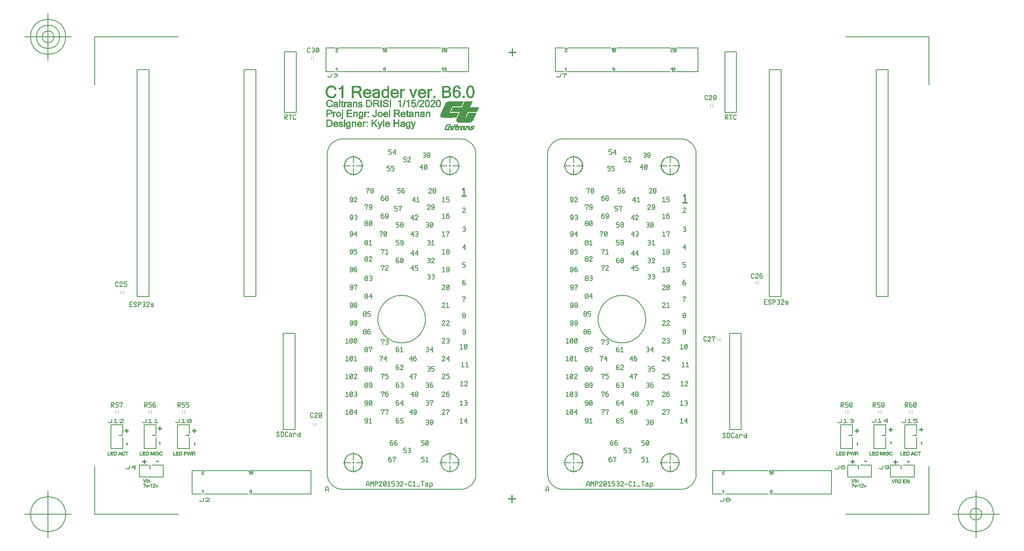
<source format=gbr>
G04 Generated by Ultiboard 14.2 *
%FSLAX24Y24*%
%MOIN*%

%ADD10C,0.0001*%
%ADD11C,0.0061*%
%ADD12C,0.0080*%
%ADD13C,0.0001*%
%ADD14C,0.0010*%
%ADD15C,0.0108*%
%ADD16C,0.0106*%
%ADD17C,0.0100*%
%ADD18C,0.0050*%


G04 ColorRGB FFFF00 for the following layer *
%LNSilkscreen Top*%
%LPD*%
G54D10*
G54D11*
X15883Y33146D02*
X15883Y33540D01*
X16039Y33540D01*
X16118Y33461D01*
X16118Y33422D01*
X16039Y33343D01*
X15883Y33343D01*
X15922Y33343D02*
X16118Y33146D01*
X16353Y33146D02*
X16353Y33540D01*
X16235Y33540D02*
X16470Y33540D01*
X16823Y33225D02*
X16745Y33146D01*
X16666Y33146D01*
X16588Y33225D01*
X16588Y33461D01*
X16666Y33540D01*
X16745Y33540D01*
X16823Y33461D01*
X52936Y33146D02*
X52936Y33540D01*
X53093Y33540D01*
X53171Y33461D01*
X53171Y33422D01*
X53093Y33343D01*
X52936Y33343D01*
X52975Y33343D02*
X53171Y33146D01*
X53406Y33146D02*
X53406Y33540D01*
X53289Y33540D02*
X53524Y33540D01*
X53877Y33225D02*
X53798Y33146D01*
X53720Y33146D01*
X53642Y33225D01*
X53642Y33461D01*
X53720Y33540D01*
X53798Y33540D01*
X53877Y33461D01*
X37863Y1843D02*
X37863Y2079D01*
X37941Y2236D01*
X38020Y2236D01*
X38098Y2079D01*
X38098Y1843D01*
X37863Y1961D02*
X38098Y1961D01*
X37863Y1843D02*
X37863Y2079D01*
X37941Y2236D01*
X38020Y2236D01*
X38098Y2079D01*
X38098Y1843D01*
X37863Y1961D02*
X38098Y1961D01*
X19323Y1843D02*
X19323Y2079D01*
X19401Y2236D01*
X19480Y2236D01*
X19558Y2079D01*
X19558Y1843D01*
X19323Y1961D02*
X19558Y1961D01*
X19323Y1843D02*
X19323Y2079D01*
X19401Y2236D01*
X19480Y2236D01*
X19558Y2079D01*
X19558Y1843D01*
X19323Y1961D02*
X19558Y1961D01*
X15196Y6525D02*
X15274Y6446D01*
X15353Y6446D01*
X15431Y6525D01*
X15196Y6761D01*
X15274Y6840D01*
X15353Y6840D01*
X15431Y6761D01*
X15549Y6446D02*
X15705Y6446D01*
X15784Y6525D01*
X15784Y6761D01*
X15705Y6840D01*
X15549Y6840D01*
X15588Y6840D02*
X15588Y6446D01*
X16137Y6525D02*
X16058Y6446D01*
X15980Y6446D01*
X15901Y6525D01*
X15901Y6761D01*
X15980Y6840D01*
X16058Y6840D01*
X16137Y6761D01*
X16293Y6722D02*
X16411Y6722D01*
X16450Y6683D01*
X16450Y6486D01*
X16411Y6446D01*
X16293Y6446D01*
X16254Y6486D01*
X16254Y6564D01*
X16293Y6604D01*
X16450Y6604D01*
X16450Y6486D02*
X16489Y6446D01*
X16607Y6604D02*
X16724Y6722D01*
X16764Y6722D01*
X16842Y6643D01*
X16607Y6446D02*
X16607Y6722D01*
X17195Y6525D02*
X17116Y6446D01*
X17038Y6446D01*
X16960Y6525D01*
X16960Y6604D01*
X17038Y6683D01*
X17116Y6683D01*
X17195Y6604D01*
X17195Y6840D02*
X17195Y6446D01*
X56473Y17567D02*
X56238Y17567D01*
X56238Y17764D01*
X56238Y17961D01*
X56473Y17961D01*
X56238Y17764D02*
X56394Y17764D01*
X56590Y17646D02*
X56669Y17567D01*
X56747Y17567D01*
X56826Y17646D01*
X56590Y17882D01*
X56669Y17961D01*
X56747Y17961D01*
X56826Y17882D01*
X56943Y17567D02*
X56943Y17961D01*
X57100Y17961D01*
X57178Y17882D01*
X57178Y17843D01*
X57100Y17764D01*
X56943Y17764D01*
X57335Y17921D02*
X57374Y17961D01*
X57453Y17961D01*
X57531Y17882D01*
X57531Y17803D01*
X57492Y17764D01*
X57531Y17724D01*
X57531Y17646D01*
X57453Y17567D01*
X57374Y17567D01*
X57335Y17606D01*
X57374Y17764D02*
X57492Y17764D01*
X57649Y17882D02*
X57727Y17961D01*
X57805Y17961D01*
X57884Y17882D01*
X57884Y17843D01*
X57649Y17567D01*
X57884Y17567D01*
X57884Y17606D01*
X58001Y17646D02*
X58080Y17567D01*
X58158Y17567D01*
X58237Y17646D01*
X58001Y17764D01*
X58080Y17843D01*
X58158Y17843D01*
X58237Y17764D01*
X3073Y17367D02*
X2838Y17367D01*
X2838Y17564D01*
X2838Y17761D01*
X3073Y17761D01*
X2838Y17564D02*
X2994Y17564D01*
X3190Y17446D02*
X3269Y17367D01*
X3347Y17367D01*
X3426Y17446D01*
X3190Y17682D01*
X3269Y17761D01*
X3347Y17761D01*
X3426Y17682D01*
X3543Y17367D02*
X3543Y17761D01*
X3700Y17761D01*
X3778Y17682D01*
X3778Y17643D01*
X3700Y17564D01*
X3543Y17564D01*
X3935Y17721D02*
X3974Y17761D01*
X4053Y17761D01*
X4131Y17682D01*
X4131Y17603D01*
X4092Y17564D01*
X4131Y17524D01*
X4131Y17446D01*
X4053Y17367D01*
X3974Y17367D01*
X3935Y17406D01*
X3974Y17564D02*
X4092Y17564D01*
X4249Y17682D02*
X4327Y17761D01*
X4405Y17761D01*
X4484Y17682D01*
X4484Y17643D01*
X4249Y17367D01*
X4484Y17367D01*
X4484Y17406D01*
X4601Y17446D02*
X4680Y17367D01*
X4758Y17367D01*
X4837Y17446D01*
X4601Y17564D01*
X4680Y17643D01*
X4758Y17643D01*
X4837Y17564D01*
X52739Y6425D02*
X52818Y6346D01*
X52896Y6346D01*
X52974Y6425D01*
X52739Y6661D01*
X52818Y6740D01*
X52896Y6740D01*
X52974Y6661D01*
X53092Y6346D02*
X53249Y6346D01*
X53327Y6425D01*
X53327Y6661D01*
X53249Y6740D01*
X53092Y6740D01*
X53131Y6740D02*
X53131Y6346D01*
X53680Y6425D02*
X53601Y6346D01*
X53523Y6346D01*
X53445Y6425D01*
X53445Y6661D01*
X53523Y6740D01*
X53601Y6740D01*
X53680Y6661D01*
X53837Y6622D02*
X53954Y6622D01*
X53993Y6583D01*
X53993Y6386D01*
X53954Y6346D01*
X53837Y6346D01*
X53797Y6386D01*
X53797Y6464D01*
X53837Y6504D01*
X53993Y6504D01*
X53993Y6386D02*
X54033Y6346D01*
X54150Y6504D02*
X54268Y6622D01*
X54307Y6622D01*
X54385Y6543D01*
X54150Y6346D02*
X54150Y6622D01*
X54738Y6425D02*
X54660Y6346D01*
X54581Y6346D01*
X54503Y6425D01*
X54503Y6504D01*
X54581Y6583D01*
X54660Y6583D01*
X54738Y6504D01*
X54738Y6740D02*
X54738Y6346D01*
G54D12*
X16835Y33740D02*
X16835Y38819D01*
X15851Y38819D01*
X15851Y33740D01*
X16835Y33740D01*
X18032Y38866D02*
X17954Y38788D01*
X17875Y38788D01*
X17796Y38866D01*
X17796Y39103D01*
X17875Y39181D01*
X17954Y39181D01*
X18032Y39103D01*
X18190Y39142D02*
X18229Y39181D01*
X18308Y39181D01*
X18387Y39103D01*
X18387Y39024D01*
X18347Y38984D01*
X18387Y38945D01*
X18387Y38866D01*
X18308Y38788D01*
X18229Y38788D01*
X18190Y38827D01*
X18229Y38984D02*
X18347Y38984D01*
X18505Y39103D02*
X18583Y39181D01*
X18662Y39181D01*
X18741Y39103D01*
X18741Y38866D01*
X18662Y38788D01*
X18583Y38788D01*
X18505Y38866D01*
X18505Y39103D01*
X18741Y39103D02*
X18505Y38866D01*
X51476Y34866D02*
X51397Y34788D01*
X51318Y34788D01*
X51239Y34866D01*
X51239Y35103D01*
X51318Y35181D01*
X51397Y35181D01*
X51476Y35103D01*
X51594Y35103D02*
X51672Y35181D01*
X51751Y35181D01*
X51830Y35103D01*
X51830Y35063D01*
X51594Y34788D01*
X51830Y34788D01*
X51830Y34827D01*
X52106Y34788D02*
X52027Y34788D01*
X51948Y34866D01*
X51948Y34945D01*
X51987Y34984D01*
X51948Y35024D01*
X51948Y35103D01*
X52027Y35181D01*
X52106Y35181D01*
X52184Y35103D01*
X52184Y35024D01*
X52145Y34984D01*
X52184Y34945D01*
X52184Y34866D01*
X52106Y34788D01*
X51987Y34984D02*
X52145Y34984D01*
X52905Y38819D02*
X52905Y33740D01*
X53889Y33740D01*
X53889Y38819D01*
X52905Y38819D01*
X52506Y1032D02*
X52617Y973D01*
X52728Y973D01*
X52839Y1032D01*
X52839Y1270D01*
X53228Y973D02*
X53117Y973D01*
X53006Y1032D01*
X53006Y1092D01*
X53061Y1121D01*
X53006Y1151D01*
X53006Y1211D01*
X53117Y1270D01*
X53228Y1270D01*
X53339Y1211D01*
X53339Y1151D01*
X53283Y1121D01*
X53339Y1092D01*
X53339Y1032D01*
X53228Y973D01*
X53061Y1121D02*
X53283Y1121D01*
X61900Y1600D02*
X56983Y1600D01*
X52650Y1600D02*
X51900Y1600D01*
X52983Y1600D02*
X56567Y1600D01*
X52817Y1933D02*
X52733Y1850D01*
X52817Y1600D02*
X52817Y1933D01*
X56900Y1850D02*
X56900Y1857D01*
X56899Y1864D01*
X56897Y1872D01*
X56895Y1879D01*
X56892Y1885D01*
X56889Y1892D01*
X56885Y1898D01*
X56880Y1904D01*
X56876Y1909D01*
X56870Y1914D01*
X56864Y1918D01*
X56858Y1922D01*
X56852Y1926D01*
X56845Y1928D01*
X56838Y1930D01*
X56831Y1932D01*
X56824Y1933D01*
X56817Y1933D01*
X56809Y1933D01*
X56802Y1932D01*
X56795Y1930D01*
X56788Y1928D01*
X56781Y1926D01*
X56775Y1922D01*
X56769Y1918D01*
X56763Y1914D01*
X56758Y1909D01*
X56753Y1904D01*
X56748Y1898D01*
X56744Y1892D01*
X56741Y1885D01*
X56738Y1879D01*
X56736Y1872D01*
X56735Y1864D01*
X56734Y1857D01*
X56733Y1850D01*
X56734Y1843D01*
X56735Y1836D01*
X56736Y1828D01*
X56738Y1821D01*
X56741Y1815D01*
X56744Y1808D01*
X56748Y1802D01*
X56753Y1796D01*
X56758Y1791D01*
X56763Y1786D01*
X56769Y1782D01*
X56775Y1778D01*
X56781Y1774D01*
X56788Y1772D01*
X56795Y1770D01*
X56802Y1768D01*
X56809Y1767D01*
X56817Y1767D01*
X56824Y1767D01*
X56831Y1768D01*
X56838Y1770D01*
X56845Y1772D01*
X56852Y1774D01*
X56858Y1778D01*
X56864Y1782D01*
X56870Y1786D01*
X56876Y1791D01*
X56880Y1796D01*
X56885Y1802D01*
X56889Y1808D01*
X56892Y1815D01*
X56895Y1821D01*
X56897Y1828D01*
X56899Y1836D01*
X56900Y1843D01*
X56900Y1850D01*
X56900Y1850D01*
X56733Y1683D02*
X56734Y1676D01*
X56735Y1669D01*
X56736Y1662D01*
X56738Y1655D01*
X56741Y1648D01*
X56744Y1642D01*
X56748Y1636D01*
X56753Y1630D01*
X56758Y1624D01*
X56763Y1620D01*
X56769Y1615D01*
X56775Y1611D01*
X56781Y1608D01*
X56788Y1605D01*
X56795Y1603D01*
X56802Y1601D01*
X56809Y1600D01*
X56817Y1600D01*
X56824Y1600D01*
X56831Y1601D01*
X56838Y1603D01*
X56845Y1605D01*
X56852Y1608D01*
X56858Y1611D01*
X56864Y1615D01*
X56870Y1620D01*
X56876Y1624D01*
X56880Y1630D01*
X56885Y1636D01*
X56889Y1642D01*
X56892Y1648D01*
X56895Y1655D01*
X56897Y1662D01*
X56899Y1669D01*
X56900Y1676D01*
X56900Y1683D01*
X56900Y1683D01*
X56900Y1850D01*
X52817Y3433D02*
X52824Y3434D01*
X52831Y3435D01*
X52838Y3436D01*
X52845Y3438D01*
X52852Y3441D01*
X52858Y3444D01*
X52864Y3448D01*
X52870Y3453D01*
X52876Y3458D01*
X52880Y3463D01*
X52885Y3469D01*
X52889Y3475D01*
X52892Y3481D01*
X52895Y3488D01*
X52897Y3495D01*
X52899Y3502D01*
X52900Y3509D01*
X52900Y3517D01*
X52900Y3524D01*
X52899Y3531D01*
X52897Y3538D01*
X52895Y3545D01*
X52892Y3552D01*
X52889Y3558D01*
X52885Y3564D01*
X52880Y3570D01*
X52876Y3576D01*
X52870Y3580D01*
X52864Y3585D01*
X52858Y3589D01*
X52852Y3592D01*
X52845Y3595D01*
X52838Y3597D01*
X52831Y3599D01*
X52824Y3600D01*
X52817Y3600D01*
X52809Y3600D01*
X52802Y3599D01*
X52795Y3597D01*
X52788Y3595D01*
X52781Y3592D01*
X52775Y3589D01*
X52769Y3585D01*
X52763Y3580D01*
X52758Y3576D01*
X52753Y3570D01*
X52748Y3564D01*
X52744Y3558D01*
X52741Y3552D01*
X52738Y3545D01*
X52736Y3538D01*
X52735Y3531D01*
X52734Y3524D01*
X52733Y3517D01*
X52900Y3267D02*
X52733Y3267D01*
X52817Y3433D02*
X52809Y3433D01*
X52802Y3432D01*
X52795Y3430D01*
X52788Y3428D01*
X52781Y3426D01*
X52775Y3422D01*
X52769Y3418D01*
X52763Y3414D01*
X52758Y3409D01*
X52753Y3404D01*
X52748Y3398D01*
X52744Y3392D01*
X52741Y3385D01*
X52738Y3379D01*
X52736Y3372D01*
X52735Y3364D01*
X52734Y3357D01*
X52733Y3350D01*
X52733Y3267D02*
X52733Y3350D01*
X56983Y3517D02*
X56817Y3350D01*
X56817Y3343D01*
X56818Y3336D01*
X56820Y3328D01*
X56822Y3321D01*
X56824Y3315D01*
X56828Y3308D01*
X56832Y3302D01*
X56836Y3296D01*
X56841Y3291D01*
X56846Y3286D01*
X56852Y3282D01*
X56858Y3278D01*
X56865Y3274D01*
X56871Y3272D01*
X56878Y3270D01*
X56886Y3268D01*
X56893Y3267D01*
X56900Y3267D01*
X56907Y3267D01*
X56914Y3268D01*
X56922Y3270D01*
X56929Y3272D01*
X56935Y3274D01*
X56942Y3278D01*
X56948Y3282D01*
X56954Y3286D01*
X56959Y3291D01*
X56964Y3296D01*
X56968Y3302D01*
X56972Y3308D01*
X56976Y3315D01*
X56978Y3321D01*
X56980Y3328D01*
X56982Y3336D01*
X56983Y3343D01*
X56983Y3350D01*
X56983Y3517D02*
X56983Y3524D01*
X56982Y3531D01*
X56980Y3538D01*
X56978Y3545D01*
X56976Y3552D01*
X56972Y3558D01*
X56968Y3564D01*
X56964Y3570D01*
X56959Y3576D01*
X56954Y3580D01*
X56948Y3585D01*
X56942Y3589D01*
X56935Y3592D01*
X56929Y3595D01*
X56922Y3597D01*
X56914Y3599D01*
X56907Y3600D01*
X56900Y3600D01*
X56893Y3600D01*
X56886Y3599D01*
X56878Y3597D01*
X56871Y3595D01*
X56865Y3592D01*
X56858Y3589D01*
X56852Y3585D01*
X56846Y3580D01*
X56841Y3576D01*
X56836Y3570D01*
X56832Y3564D01*
X56828Y3558D01*
X56824Y3552D01*
X56822Y3545D01*
X56820Y3538D01*
X56818Y3531D01*
X56817Y3524D01*
X56817Y3517D01*
X56983Y3517D02*
X56983Y3350D01*
X56817Y3350D02*
X56817Y3517D01*
X56733Y3600D02*
X56650Y3517D01*
X56733Y3267D02*
X56733Y3600D01*
X52983Y3584D02*
X56567Y3584D01*
X51900Y3584D02*
X52650Y3584D01*
X61900Y3584D02*
X57067Y3584D01*
X51900Y1600D02*
X51900Y3584D01*
X61900Y3584D02*
X61900Y1600D01*
X8706Y1032D02*
X8817Y973D01*
X8928Y973D01*
X9039Y1032D01*
X9039Y1270D01*
X9206Y1211D02*
X9317Y1270D01*
X9428Y1270D01*
X9539Y1211D01*
X9539Y1181D01*
X9206Y973D01*
X9539Y973D01*
X9539Y1002D01*
X18100Y1600D02*
X13183Y1600D01*
X8850Y1600D02*
X8100Y1600D01*
X9183Y1600D02*
X12767Y1600D01*
X9017Y1933D02*
X8933Y1850D01*
X9017Y1600D02*
X9017Y1933D01*
X13100Y1850D02*
X13100Y1857D01*
X13099Y1864D01*
X13097Y1872D01*
X13095Y1879D01*
X13092Y1885D01*
X13089Y1892D01*
X13085Y1898D01*
X13080Y1904D01*
X13076Y1909D01*
X13070Y1914D01*
X13064Y1918D01*
X13058Y1922D01*
X13052Y1926D01*
X13045Y1928D01*
X13038Y1930D01*
X13031Y1932D01*
X13024Y1933D01*
X13017Y1933D01*
X13009Y1933D01*
X13002Y1932D01*
X12995Y1930D01*
X12988Y1928D01*
X12981Y1926D01*
X12975Y1922D01*
X12969Y1918D01*
X12963Y1914D01*
X12958Y1909D01*
X12953Y1904D01*
X12948Y1898D01*
X12944Y1892D01*
X12941Y1885D01*
X12938Y1879D01*
X12936Y1872D01*
X12935Y1864D01*
X12934Y1857D01*
X12933Y1850D01*
X12934Y1843D01*
X12935Y1836D01*
X12936Y1828D01*
X12938Y1821D01*
X12941Y1815D01*
X12944Y1808D01*
X12948Y1802D01*
X12953Y1796D01*
X12958Y1791D01*
X12963Y1786D01*
X12969Y1782D01*
X12975Y1778D01*
X12981Y1774D01*
X12988Y1772D01*
X12995Y1770D01*
X13002Y1768D01*
X13009Y1767D01*
X13017Y1767D01*
X13024Y1767D01*
X13031Y1768D01*
X13038Y1770D01*
X13045Y1772D01*
X13052Y1774D01*
X13058Y1778D01*
X13064Y1782D01*
X13070Y1786D01*
X13076Y1791D01*
X13080Y1796D01*
X13085Y1802D01*
X13089Y1808D01*
X13092Y1815D01*
X13095Y1821D01*
X13097Y1828D01*
X13099Y1836D01*
X13100Y1843D01*
X13100Y1850D01*
X13100Y1850D01*
X12933Y1683D02*
X12934Y1676D01*
X12935Y1669D01*
X12936Y1662D01*
X12938Y1655D01*
X12941Y1648D01*
X12944Y1642D01*
X12948Y1636D01*
X12953Y1630D01*
X12958Y1624D01*
X12963Y1620D01*
X12969Y1615D01*
X12975Y1611D01*
X12981Y1608D01*
X12988Y1605D01*
X12995Y1603D01*
X13002Y1601D01*
X13009Y1600D01*
X13017Y1600D01*
X13024Y1600D01*
X13031Y1601D01*
X13038Y1603D01*
X13045Y1605D01*
X13052Y1608D01*
X13058Y1611D01*
X13064Y1615D01*
X13070Y1620D01*
X13076Y1624D01*
X13080Y1630D01*
X13085Y1636D01*
X13089Y1642D01*
X13092Y1648D01*
X13095Y1655D01*
X13097Y1662D01*
X13099Y1669D01*
X13100Y1676D01*
X13100Y1683D01*
X13100Y1683D01*
X13100Y1850D01*
X9017Y3433D02*
X9024Y3434D01*
X9031Y3435D01*
X9038Y3436D01*
X9045Y3438D01*
X9052Y3441D01*
X9058Y3444D01*
X9064Y3448D01*
X9070Y3453D01*
X9076Y3458D01*
X9080Y3463D01*
X9085Y3469D01*
X9089Y3475D01*
X9092Y3481D01*
X9095Y3488D01*
X9097Y3495D01*
X9099Y3502D01*
X9100Y3509D01*
X9100Y3517D01*
X9100Y3524D01*
X9099Y3531D01*
X9097Y3538D01*
X9095Y3545D01*
X9092Y3552D01*
X9089Y3558D01*
X9085Y3564D01*
X9080Y3570D01*
X9076Y3576D01*
X9070Y3580D01*
X9064Y3585D01*
X9058Y3589D01*
X9052Y3592D01*
X9045Y3595D01*
X9038Y3597D01*
X9031Y3599D01*
X9024Y3600D01*
X9017Y3600D01*
X9009Y3600D01*
X9002Y3599D01*
X8995Y3597D01*
X8988Y3595D01*
X8981Y3592D01*
X8975Y3589D01*
X8969Y3585D01*
X8963Y3580D01*
X8958Y3576D01*
X8953Y3570D01*
X8948Y3564D01*
X8944Y3558D01*
X8941Y3552D01*
X8938Y3545D01*
X8936Y3538D01*
X8935Y3531D01*
X8934Y3524D01*
X8933Y3517D01*
X9100Y3267D02*
X8933Y3267D01*
X9017Y3433D02*
X9009Y3433D01*
X9002Y3432D01*
X8995Y3430D01*
X8988Y3428D01*
X8981Y3426D01*
X8975Y3422D01*
X8969Y3418D01*
X8963Y3414D01*
X8958Y3409D01*
X8953Y3404D01*
X8948Y3398D01*
X8944Y3392D01*
X8941Y3385D01*
X8938Y3379D01*
X8936Y3372D01*
X8935Y3364D01*
X8934Y3357D01*
X8933Y3350D01*
X8933Y3267D02*
X8933Y3350D01*
X13183Y3517D02*
X13017Y3350D01*
X13017Y3343D01*
X13018Y3336D01*
X13020Y3328D01*
X13022Y3321D01*
X13024Y3315D01*
X13028Y3308D01*
X13032Y3302D01*
X13036Y3296D01*
X13041Y3291D01*
X13046Y3286D01*
X13052Y3282D01*
X13058Y3278D01*
X13065Y3274D01*
X13071Y3272D01*
X13078Y3270D01*
X13086Y3268D01*
X13093Y3267D01*
X13100Y3267D01*
X13107Y3267D01*
X13114Y3268D01*
X13122Y3270D01*
X13129Y3272D01*
X13135Y3274D01*
X13142Y3278D01*
X13148Y3282D01*
X13154Y3286D01*
X13159Y3291D01*
X13164Y3296D01*
X13168Y3302D01*
X13172Y3308D01*
X13176Y3315D01*
X13178Y3321D01*
X13180Y3328D01*
X13182Y3336D01*
X13183Y3343D01*
X13183Y3350D01*
X13183Y3517D02*
X13183Y3524D01*
X13182Y3531D01*
X13180Y3538D01*
X13178Y3545D01*
X13176Y3552D01*
X13172Y3558D01*
X13168Y3564D01*
X13164Y3570D01*
X13159Y3576D01*
X13154Y3580D01*
X13148Y3585D01*
X13142Y3589D01*
X13135Y3592D01*
X13129Y3595D01*
X13122Y3597D01*
X13114Y3599D01*
X13107Y3600D01*
X13100Y3600D01*
X13093Y3600D01*
X13086Y3599D01*
X13078Y3597D01*
X13071Y3595D01*
X13065Y3592D01*
X13058Y3589D01*
X13052Y3585D01*
X13046Y3580D01*
X13041Y3576D01*
X13036Y3570D01*
X13032Y3564D01*
X13028Y3558D01*
X13024Y3552D01*
X13022Y3545D01*
X13020Y3538D01*
X13018Y3531D01*
X13017Y3524D01*
X13017Y3517D01*
X13183Y3517D02*
X13183Y3350D01*
X13017Y3350D02*
X13017Y3517D01*
X12933Y3600D02*
X12850Y3517D01*
X12933Y3267D02*
X12933Y3600D01*
X9183Y3584D02*
X12767Y3584D01*
X8100Y3584D02*
X8850Y3584D01*
X18100Y3584D02*
X13267Y3584D01*
X8100Y1600D02*
X8100Y3584D01*
X18100Y3584D02*
X18100Y1600D01*
X41299Y2267D02*
X41299Y2503D01*
X41378Y2661D01*
X41457Y2661D01*
X41535Y2503D01*
X41535Y2267D01*
X41299Y2385D02*
X41535Y2385D01*
X41654Y2267D02*
X41654Y2661D01*
X41772Y2464D01*
X41890Y2661D01*
X41890Y2267D01*
X42008Y2267D02*
X42008Y2661D01*
X42165Y2661D01*
X42244Y2582D01*
X42244Y2543D01*
X42165Y2464D01*
X42008Y2464D01*
X42362Y2582D02*
X42441Y2661D01*
X42520Y2661D01*
X42598Y2582D01*
X42598Y2543D01*
X42362Y2267D01*
X42598Y2267D01*
X42598Y2306D01*
X42717Y2582D02*
X42795Y2661D01*
X42874Y2661D01*
X42953Y2582D01*
X42953Y2346D01*
X42874Y2267D01*
X42795Y2267D01*
X42717Y2346D01*
X42717Y2582D01*
X42953Y2582D02*
X42717Y2346D01*
X43110Y2582D02*
X43189Y2661D01*
X43189Y2267D01*
X43071Y2267D02*
X43307Y2267D01*
X43661Y2661D02*
X43425Y2661D01*
X43425Y2503D01*
X43583Y2503D01*
X43661Y2424D01*
X43661Y2346D01*
X43583Y2267D01*
X43425Y2267D01*
X43819Y2621D02*
X43858Y2661D01*
X43937Y2661D01*
X44016Y2582D01*
X44016Y2503D01*
X43976Y2464D01*
X44016Y2424D01*
X44016Y2346D01*
X43937Y2267D01*
X43858Y2267D01*
X43819Y2306D01*
X43858Y2464D02*
X43976Y2464D01*
X44134Y2582D02*
X44213Y2661D01*
X44291Y2661D01*
X44370Y2582D01*
X44370Y2543D01*
X44134Y2267D01*
X44370Y2267D01*
X44370Y2306D01*
X44488Y2424D02*
X44724Y2424D01*
X45079Y2346D02*
X45000Y2267D01*
X44921Y2267D01*
X44843Y2346D01*
X44843Y2582D01*
X44921Y2661D01*
X45000Y2661D01*
X45079Y2582D01*
X45236Y2582D02*
X45315Y2661D01*
X45315Y2267D01*
X45197Y2267D02*
X45433Y2267D01*
X45551Y2267D02*
X45787Y2267D01*
X46024Y2267D02*
X46024Y2661D01*
X45906Y2661D02*
X46142Y2661D01*
X46299Y2543D02*
X46417Y2543D01*
X46457Y2503D01*
X46457Y2306D01*
X46417Y2267D01*
X46299Y2267D01*
X46260Y2306D01*
X46260Y2385D01*
X46299Y2424D01*
X46457Y2424D01*
X46457Y2306D02*
X46496Y2267D01*
X46614Y2346D02*
X46693Y2267D01*
X46772Y2267D01*
X46850Y2346D01*
X46850Y2464D01*
X46772Y2543D01*
X46693Y2543D01*
X46614Y2464D01*
X46614Y2149D02*
X46614Y2543D01*
X38000Y30250D02*
X38000Y3250D01*
G75*
D01*
G03X39250Y2000I1250J0*
G01*
X49250Y2000D01*
G75*
D01*
G03X50500Y3250I0J1250*
G01*
X50500Y30250D01*
G74*
D01*
G03X49250Y31500I1250J0*
G01*
X39250Y31500D01*
G75*
D01*
G03X38000Y30250I0J-1250*
G01*
X40933Y29249D02*
X40930Y29314D01*
X40922Y29378D01*
X40908Y29441D01*
X40888Y29503D01*
X40863Y29563D01*
X40833Y29620D01*
X40799Y29675D01*
X40759Y29726D01*
X40716Y29774D01*
X40668Y29817D01*
X40617Y29857D01*
X40562Y29892D01*
X40505Y29921D01*
X40445Y29946D01*
X40383Y29966D01*
X40320Y29980D01*
X40256Y29988D01*
X40191Y29991D01*
X40127Y29988D01*
X40062Y29980D01*
X39999Y29966D01*
X39938Y29946D01*
X39878Y29921D01*
X39820Y29892D01*
X39766Y29857D01*
X39714Y29817D01*
X39667Y29774D01*
X39623Y29726D01*
X39584Y29675D01*
X39549Y29620D01*
X39519Y29563D01*
X39494Y29503D01*
X39475Y29441D01*
X39461Y29378D01*
X39452Y29314D01*
X39450Y29249D01*
X39452Y29185D01*
X39461Y29120D01*
X39475Y29057D01*
X39494Y28996D01*
X39519Y28936D01*
X39549Y28878D01*
X39584Y28824D01*
X39623Y28772D01*
X39667Y28725D01*
X39714Y28681D01*
X39766Y28642D01*
X39820Y28607D01*
X39878Y28577D01*
X39938Y28552D01*
X39999Y28533D01*
X40062Y28519D01*
X40127Y28510D01*
X40191Y28508D01*
X40256Y28510D01*
X40320Y28519D01*
X40383Y28533D01*
X40445Y28552D01*
X40505Y28577D01*
X40562Y28607D01*
X40617Y28642D01*
X40668Y28681D01*
X40716Y28725D01*
X40759Y28772D01*
X40799Y28824D01*
X40833Y28878D01*
X40863Y28936D01*
X40888Y28996D01*
X40908Y29057D01*
X40922Y29120D01*
X40930Y29185D01*
X40933Y29249D01*
X40933Y29249D01*
X40950Y29249D02*
X40947Y29315D01*
X40938Y29381D01*
X40924Y29445D01*
X40904Y29509D01*
X40878Y29570D01*
X40848Y29628D01*
X40812Y29684D01*
X40772Y29737D01*
X40727Y29785D01*
X40679Y29830D01*
X40626Y29870D01*
X40570Y29906D01*
X40512Y29937D01*
X40451Y29962D01*
X40387Y29982D01*
X40323Y29996D01*
X40257Y30005D01*
X40191Y30008D01*
X40125Y30005D01*
X40060Y29996D01*
X39995Y29982D01*
X39932Y29962D01*
X39871Y29937D01*
X39812Y29906D01*
X39756Y29870D01*
X39704Y29830D01*
X39655Y29785D01*
X39610Y29737D01*
X39570Y29684D01*
X39534Y29628D01*
X39504Y29570D01*
X39479Y29509D01*
X39459Y29445D01*
X39444Y29381D01*
X39436Y29315D01*
X39433Y29249D01*
X39436Y29183D01*
X39444Y29118D01*
X39459Y29053D01*
X39479Y28990D01*
X39504Y28929D01*
X39534Y28870D01*
X39570Y28814D01*
X39610Y28762D01*
X39655Y28713D01*
X39704Y28668D01*
X39756Y28628D01*
X39812Y28592D01*
X39871Y28562D01*
X39932Y28537D01*
X39995Y28517D01*
X40060Y28502D01*
X40125Y28494D01*
X40191Y28491D01*
X40257Y28494D01*
X40323Y28502D01*
X40387Y28517D01*
X40451Y28537D01*
X40512Y28562D01*
X40570Y28592D01*
X40626Y28628D01*
X40679Y28668D01*
X40727Y28713D01*
X40772Y28762D01*
X40812Y28814D01*
X40848Y28870D01*
X40878Y28929D01*
X40904Y28990D01*
X40924Y29053D01*
X40938Y29118D01*
X40947Y29183D01*
X40950Y29249D01*
X40950Y29249D01*
X40191Y28999D02*
X40191Y28449D01*
X39341Y29249D02*
X39941Y29249D01*
X40191Y29499D02*
X40191Y30099D01*
X40441Y29249D02*
X40991Y29249D01*
X40141Y29199D02*
X40241Y29299D01*
X40141Y29299D02*
X40241Y29199D01*
X49054Y29249D02*
X49052Y29314D01*
X49043Y29378D01*
X49029Y29441D01*
X49010Y29503D01*
X48985Y29563D01*
X48955Y29620D01*
X48920Y29675D01*
X48881Y29726D01*
X48837Y29774D01*
X48789Y29818D01*
X48738Y29857D01*
X48684Y29892D01*
X48626Y29922D01*
X48566Y29946D01*
X48505Y29966D01*
X48442Y29980D01*
X48377Y29988D01*
X48313Y29991D01*
X48248Y29988D01*
X48184Y29980D01*
X48121Y29966D01*
X48059Y29946D01*
X47999Y29922D01*
X47942Y29892D01*
X47887Y29857D01*
X47836Y29818D01*
X47788Y29774D01*
X47745Y29726D01*
X47705Y29675D01*
X47670Y29620D01*
X47641Y29563D01*
X47616Y29503D01*
X47596Y29441D01*
X47582Y29378D01*
X47574Y29314D01*
X47571Y29249D01*
X47574Y29185D01*
X47582Y29121D01*
X47596Y29057D01*
X47616Y28996D01*
X47641Y28936D01*
X47670Y28879D01*
X47705Y28824D01*
X47745Y28773D01*
X47788Y28725D01*
X47836Y28681D01*
X47887Y28642D01*
X47942Y28607D01*
X47999Y28577D01*
X48059Y28552D01*
X48121Y28533D01*
X48184Y28519D01*
X48248Y28511D01*
X48313Y28508D01*
X48377Y28511D01*
X48442Y28519D01*
X48505Y28533D01*
X48566Y28552D01*
X48626Y28577D01*
X48684Y28607D01*
X48738Y28642D01*
X48789Y28681D01*
X48837Y28725D01*
X48881Y28773D01*
X48920Y28824D01*
X48955Y28879D01*
X48985Y28936D01*
X49010Y28996D01*
X49029Y29057D01*
X49043Y29121D01*
X49052Y29185D01*
X49054Y29249D01*
X49054Y29249D01*
X49071Y29249D02*
X49068Y29315D01*
X49060Y29381D01*
X49045Y29446D01*
X49025Y29509D01*
X49000Y29570D01*
X48969Y29629D01*
X48934Y29684D01*
X48894Y29737D01*
X48849Y29786D01*
X48800Y29830D01*
X48748Y29871D01*
X48692Y29906D01*
X48633Y29937D01*
X48572Y29962D01*
X48509Y29982D01*
X48444Y29996D01*
X48379Y30005D01*
X48313Y30008D01*
X48247Y30005D01*
X48181Y29996D01*
X48116Y29982D01*
X48053Y29962D01*
X47992Y29937D01*
X47934Y29906D01*
X47878Y29871D01*
X47825Y29830D01*
X47777Y29786D01*
X47732Y29737D01*
X47692Y29684D01*
X47656Y29629D01*
X47625Y29570D01*
X47600Y29509D01*
X47580Y29446D01*
X47566Y29381D01*
X47557Y29315D01*
X47554Y29249D01*
X47557Y29183D01*
X47566Y29118D01*
X47580Y29053D01*
X47600Y28990D01*
X47625Y28929D01*
X47656Y28870D01*
X47692Y28814D01*
X47732Y28762D01*
X47777Y28713D01*
X47825Y28668D01*
X47878Y28628D01*
X47934Y28593D01*
X47992Y28562D01*
X48053Y28537D01*
X48116Y28517D01*
X48181Y28503D01*
X48247Y28494D01*
X48313Y28491D01*
X48379Y28494D01*
X48444Y28503D01*
X48509Y28517D01*
X48572Y28537D01*
X48633Y28562D01*
X48692Y28593D01*
X48748Y28628D01*
X48800Y28668D01*
X48849Y28713D01*
X48894Y28762D01*
X48934Y28814D01*
X48969Y28870D01*
X49000Y28929D01*
X49025Y28990D01*
X49045Y29053D01*
X49060Y29118D01*
X49068Y29183D01*
X49071Y29249D01*
X49071Y29249D01*
X48313Y28999D02*
X48313Y28449D01*
X47463Y29249D02*
X48063Y29249D01*
X48563Y29249D02*
X49113Y29249D01*
X48263Y29199D02*
X48363Y29299D01*
X48263Y29299D02*
X48363Y29199D01*
X48313Y29499D02*
X48313Y30099D01*
X40934Y4250D02*
X40932Y4314D01*
X40923Y4379D01*
X40909Y4442D01*
X40890Y4503D01*
X40865Y4563D01*
X40835Y4621D01*
X40800Y4675D01*
X40761Y4726D01*
X40717Y4774D01*
X40669Y4818D01*
X40618Y4857D01*
X40564Y4892D01*
X40506Y4922D01*
X40446Y4947D01*
X40385Y4966D01*
X40322Y4980D01*
X40257Y4989D01*
X40193Y4991D01*
X40128Y4989D01*
X40064Y4980D01*
X40001Y4966D01*
X39939Y4947D01*
X39879Y4922D01*
X39822Y4892D01*
X39767Y4857D01*
X39716Y4818D01*
X39668Y4774D01*
X39625Y4726D01*
X39585Y4675D01*
X39550Y4621D01*
X39521Y4563D01*
X39496Y4503D01*
X39476Y4442D01*
X39462Y4379D01*
X39454Y4314D01*
X39451Y4250D01*
X39454Y4185D01*
X39462Y4121D01*
X39476Y4058D01*
X39496Y3996D01*
X39521Y3936D01*
X39550Y3879D01*
X39585Y3824D01*
X39625Y3773D01*
X39668Y3725D01*
X39716Y3682D01*
X39767Y3642D01*
X39822Y3607D01*
X39879Y3578D01*
X39939Y3553D01*
X40001Y3533D01*
X40064Y3519D01*
X40128Y3511D01*
X40193Y3508D01*
X40257Y3511D01*
X40322Y3519D01*
X40385Y3533D01*
X40446Y3553D01*
X40506Y3578D01*
X40564Y3607D01*
X40618Y3642D01*
X40669Y3682D01*
X40717Y3725D01*
X40761Y3773D01*
X40800Y3824D01*
X40835Y3879D01*
X40865Y3936D01*
X40890Y3996D01*
X40909Y4058D01*
X40923Y4121D01*
X40932Y4185D01*
X40934Y4250D01*
X40934Y4250D01*
X40951Y4250D02*
X40948Y4316D01*
X40940Y4381D01*
X40925Y4446D01*
X40905Y4509D01*
X40880Y4570D01*
X40849Y4629D01*
X40814Y4685D01*
X40774Y4737D01*
X40729Y4786D01*
X40680Y4831D01*
X40628Y4871D01*
X40572Y4906D01*
X40513Y4937D01*
X40452Y4962D01*
X40389Y4982D01*
X40324Y4997D01*
X40259Y5005D01*
X40193Y5008D01*
X40127Y5005D01*
X40061Y4997D01*
X39996Y4982D01*
X39933Y4962D01*
X39872Y4937D01*
X39814Y4906D01*
X39758Y4871D01*
X39705Y4831D01*
X39657Y4786D01*
X39612Y4737D01*
X39572Y4685D01*
X39536Y4629D01*
X39505Y4570D01*
X39480Y4509D01*
X39460Y4446D01*
X39446Y4381D01*
X39437Y4316D01*
X39434Y4250D01*
X39437Y4184D01*
X39446Y4118D01*
X39460Y4053D01*
X39480Y3990D01*
X39505Y3929D01*
X39536Y3871D01*
X39572Y3815D01*
X39612Y3762D01*
X39657Y3714D01*
X39705Y3669D01*
X39758Y3629D01*
X39814Y3593D01*
X39872Y3562D01*
X39933Y3537D01*
X39996Y3517D01*
X40061Y3503D01*
X40127Y3494D01*
X40193Y3491D01*
X40259Y3494D01*
X40324Y3503D01*
X40389Y3517D01*
X40452Y3537D01*
X40513Y3562D01*
X40572Y3593D01*
X40628Y3629D01*
X40680Y3669D01*
X40729Y3714D01*
X40774Y3762D01*
X40814Y3815D01*
X40849Y3871D01*
X40880Y3929D01*
X40905Y3990D01*
X40925Y4053D01*
X40940Y4118D01*
X40948Y4184D01*
X40951Y4250D01*
X40143Y4200D02*
X40243Y4300D01*
X40143Y4300D02*
X40243Y4200D01*
X40193Y4000D02*
X40193Y3450D01*
X39343Y4250D02*
X39943Y4250D01*
X40193Y4500D02*
X40193Y5100D01*
X40443Y4250D02*
X40993Y4250D01*
X49050Y4247D02*
X49047Y4312D01*
X49039Y4376D01*
X49025Y4439D01*
X49005Y4501D01*
X48980Y4560D01*
X48951Y4618D01*
X48916Y4672D01*
X48876Y4724D01*
X48833Y4771D01*
X48785Y4815D01*
X48734Y4855D01*
X48679Y4889D01*
X48622Y4919D01*
X48562Y4944D01*
X48500Y4963D01*
X48437Y4977D01*
X48373Y4986D01*
X48308Y4989D01*
X48244Y4986D01*
X48179Y4977D01*
X48116Y4963D01*
X48055Y4944D01*
X47995Y4919D01*
X47937Y4889D01*
X47883Y4855D01*
X47832Y4815D01*
X47784Y4771D01*
X47740Y4724D01*
X47701Y4672D01*
X47666Y4618D01*
X47636Y4560D01*
X47611Y4501D01*
X47592Y4439D01*
X47578Y4376D01*
X47569Y4312D01*
X47567Y4247D01*
X47569Y4182D01*
X47578Y4118D01*
X47592Y4055D01*
X47611Y3993D01*
X47636Y3934D01*
X47666Y3876D01*
X47701Y3822D01*
X47740Y3770D01*
X47784Y3723D01*
X47832Y3679D01*
X47883Y3639D01*
X47937Y3605D01*
X47995Y3575D01*
X48055Y3550D01*
X48116Y3531D01*
X48179Y3517D01*
X48244Y3508D01*
X48308Y3505D01*
X48373Y3508D01*
X48437Y3517D01*
X48500Y3531D01*
X48562Y3550D01*
X48622Y3575D01*
X48679Y3605D01*
X48734Y3639D01*
X48785Y3679D01*
X48833Y3723D01*
X48876Y3770D01*
X48916Y3822D01*
X48951Y3876D01*
X48980Y3934D01*
X49005Y3993D01*
X49025Y4055D01*
X49039Y4118D01*
X49047Y4182D01*
X49050Y4247D01*
X49050Y4247D01*
X49067Y4247D02*
X49064Y4313D01*
X49055Y4379D01*
X49041Y4443D01*
X49021Y4506D01*
X48996Y4568D01*
X48965Y4626D01*
X48929Y4682D01*
X48889Y4734D01*
X48844Y4783D01*
X48796Y4828D01*
X48743Y4868D01*
X48687Y4904D01*
X48629Y4934D01*
X48568Y4960D01*
X48505Y4980D01*
X48440Y4994D01*
X48374Y5002D01*
X48308Y5005D01*
X48242Y5002D01*
X48177Y4994D01*
X48112Y4980D01*
X48049Y4960D01*
X47988Y4934D01*
X47929Y4904D01*
X47873Y4868D01*
X47821Y4828D01*
X47772Y4783D01*
X47727Y4734D01*
X47687Y4682D01*
X47652Y4626D01*
X47621Y4568D01*
X47596Y4506D01*
X47576Y4443D01*
X47561Y4379D01*
X47553Y4313D01*
X47550Y4247D01*
X47553Y4181D01*
X47561Y4115D01*
X47576Y4051D01*
X47596Y3988D01*
X47621Y3927D01*
X47652Y3868D01*
X47687Y3812D01*
X47727Y3760D01*
X47772Y3711D01*
X47821Y3666D01*
X47873Y3626D01*
X47929Y3590D01*
X47988Y3560D01*
X48049Y3534D01*
X48112Y3515D01*
X48177Y3500D01*
X48242Y3492D01*
X48308Y3489D01*
X48374Y3492D01*
X48440Y3500D01*
X48505Y3515D01*
X48568Y3534D01*
X48629Y3560D01*
X48687Y3590D01*
X48743Y3626D01*
X48796Y3666D01*
X48844Y3711D01*
X48889Y3760D01*
X48929Y3812D01*
X48965Y3868D01*
X48996Y3927D01*
X49021Y3988D01*
X49041Y4051D01*
X49055Y4115D01*
X49064Y4181D01*
X49067Y4247D01*
X48308Y3997D02*
X48308Y3447D01*
X47458Y4247D02*
X48058Y4247D01*
X48258Y4197D02*
X48358Y4297D01*
X48258Y4297D02*
X48358Y4197D01*
X48308Y4497D02*
X48308Y5097D01*
X48558Y4247D02*
X49108Y4247D01*
X46255Y16325D02*
X46247Y16499D01*
X46225Y16672D01*
X46187Y16843D01*
X46134Y17009D01*
X46068Y17170D01*
X45987Y17325D01*
X45893Y17472D01*
X45787Y17611D01*
X45669Y17739D01*
X45541Y17857D01*
X45402Y17963D01*
X45255Y18057D01*
X45100Y18138D01*
X44939Y18204D01*
X44773Y18257D01*
X44602Y18295D01*
X44429Y18317D01*
X44255Y18325D01*
X44081Y18317D01*
X43908Y18295D01*
X43737Y18257D01*
X43571Y18204D01*
X43410Y18138D01*
X43255Y18057D01*
X43108Y17963D01*
X42969Y17857D01*
X42841Y17739D01*
X42723Y17611D01*
X42617Y17472D01*
X42523Y17325D01*
X42442Y17170D01*
X42376Y17009D01*
X42323Y16843D01*
X42285Y16672D01*
X42263Y16499D01*
X42255Y16325D01*
X42263Y16151D01*
X42285Y15978D01*
X42323Y15807D01*
X42376Y15641D01*
X42442Y15480D01*
X42523Y15325D01*
X42617Y15178D01*
X42723Y15039D01*
X42841Y14911D01*
X42969Y14793D01*
X43108Y14687D01*
X43255Y14593D01*
X43410Y14512D01*
X43571Y14446D01*
X43737Y14393D01*
X43908Y14355D01*
X44081Y14333D01*
X44255Y14325D01*
X44429Y14333D01*
X44602Y14355D01*
X44773Y14393D01*
X44939Y14446D01*
X45100Y14512D01*
X45255Y14593D01*
X45402Y14687D01*
X45541Y14793D01*
X45669Y14911D01*
X45787Y15039D01*
X45893Y15178D01*
X45987Y15325D01*
X46068Y15480D01*
X46134Y15641D01*
X46187Y15807D01*
X46225Y15978D01*
X46247Y16151D01*
X46255Y16325D01*
X46255Y16325D01*
X49379Y15146D02*
X49458Y15067D01*
X49537Y15067D01*
X49616Y15146D01*
X49616Y15303D01*
X49616Y15382D01*
X49537Y15461D01*
X49458Y15461D01*
X49379Y15382D01*
X49379Y15303D01*
X49458Y15224D01*
X49537Y15224D01*
X49616Y15303D01*
X47664Y14632D02*
X47743Y14711D01*
X47822Y14711D01*
X47901Y14632D01*
X47901Y14593D01*
X47664Y14317D01*
X47901Y14317D01*
X47901Y14356D01*
X48058Y14671D02*
X48097Y14711D01*
X48176Y14711D01*
X48255Y14632D01*
X48255Y14553D01*
X48216Y14514D01*
X48255Y14474D01*
X48255Y14396D01*
X48176Y14317D01*
X48097Y14317D01*
X48058Y14356D01*
X48097Y14514D02*
X48216Y14514D01*
X47664Y8632D02*
X47743Y8711D01*
X47822Y8711D01*
X47901Y8632D01*
X47901Y8593D01*
X47664Y8317D01*
X47901Y8317D01*
X47901Y8356D01*
X48137Y8317D02*
X48137Y8514D01*
X48255Y8632D01*
X48255Y8711D01*
X48019Y8711D01*
X48019Y8632D01*
X49204Y7882D02*
X49282Y7961D01*
X49282Y7567D01*
X49164Y7567D02*
X49401Y7567D01*
X49755Y7724D02*
X49519Y7724D01*
X49716Y7961D01*
X49716Y7567D01*
X49676Y7567D02*
X49755Y7567D01*
X47664Y10132D02*
X47743Y10211D01*
X47822Y10211D01*
X47901Y10132D01*
X47901Y10093D01*
X47664Y9817D01*
X47901Y9817D01*
X47901Y9856D01*
X48216Y10211D02*
X48097Y10211D01*
X48019Y10132D01*
X48019Y9974D01*
X48019Y9896D01*
X48097Y9817D01*
X48176Y9817D01*
X48255Y9896D01*
X48255Y9974D01*
X48176Y10053D01*
X48097Y10053D01*
X48019Y9974D01*
X46329Y13921D02*
X46368Y13961D01*
X46447Y13961D01*
X46526Y13882D01*
X46526Y13803D01*
X46486Y13764D01*
X46526Y13724D01*
X46526Y13646D01*
X46447Y13567D01*
X46368Y13567D01*
X46329Y13606D01*
X46368Y13764D02*
X46486Y13764D01*
X46880Y13724D02*
X46644Y13724D01*
X46841Y13961D01*
X46841Y13567D01*
X46801Y13567D02*
X46880Y13567D01*
X49204Y14132D02*
X49282Y14211D01*
X49282Y13817D01*
X49164Y13817D02*
X49401Y13817D01*
X49519Y14132D02*
X49597Y14211D01*
X49676Y14211D01*
X49755Y14132D01*
X49755Y13896D01*
X49676Y13817D01*
X49597Y13817D01*
X49519Y13896D01*
X49519Y14132D01*
X49755Y14132D02*
X49519Y13896D01*
X49576Y19586D02*
X49458Y19586D01*
X49379Y19507D01*
X49379Y19349D01*
X49379Y19271D01*
X49458Y19192D01*
X49537Y19192D01*
X49616Y19271D01*
X49616Y19349D01*
X49537Y19428D01*
X49458Y19428D01*
X49379Y19349D01*
X49379Y25632D02*
X49458Y25711D01*
X49537Y25711D01*
X49616Y25632D01*
X49616Y25593D01*
X49379Y25317D01*
X49616Y25317D01*
X49616Y25356D01*
X45151Y8474D02*
X44914Y8474D01*
X45111Y8711D01*
X45111Y8317D01*
X45072Y8317D02*
X45151Y8317D01*
X45269Y8396D02*
X45347Y8317D01*
X45426Y8317D01*
X45505Y8396D01*
X45505Y8553D01*
X45505Y8632D01*
X45426Y8711D01*
X45347Y8711D01*
X45269Y8632D01*
X45269Y8553D01*
X45347Y8474D01*
X45426Y8474D01*
X45505Y8553D01*
X46151Y6086D02*
X45914Y6086D01*
X45914Y5928D01*
X46072Y5928D01*
X46151Y5849D01*
X46151Y5771D01*
X46072Y5692D01*
X45914Y5692D01*
X46269Y6007D02*
X46347Y6086D01*
X46426Y6086D01*
X46505Y6007D01*
X46505Y5771D01*
X46426Y5692D01*
X46347Y5692D01*
X46269Y5771D01*
X46269Y6007D01*
X46505Y6007D02*
X46269Y5771D01*
X46151Y4711D02*
X45914Y4711D01*
X45914Y4553D01*
X46072Y4553D01*
X46151Y4474D01*
X46151Y4396D01*
X46072Y4317D01*
X45914Y4317D01*
X46308Y4632D02*
X46387Y4711D01*
X46387Y4317D01*
X46269Y4317D02*
X46505Y4317D01*
X45151Y11474D02*
X44914Y11474D01*
X45111Y11711D01*
X45111Y11317D01*
X45072Y11317D02*
X45151Y11317D01*
X45387Y11317D02*
X45387Y11514D01*
X45505Y11632D01*
X45505Y11711D01*
X45269Y11711D01*
X45269Y11632D01*
X45276Y9974D02*
X45039Y9974D01*
X45236Y10211D01*
X45236Y9817D01*
X45197Y9817D02*
X45276Y9817D01*
X45551Y9817D02*
X45472Y9817D01*
X45394Y9896D01*
X45394Y9974D01*
X45433Y10014D01*
X45394Y10053D01*
X45394Y10132D01*
X45472Y10211D01*
X45551Y10211D01*
X45630Y10132D01*
X45630Y10053D01*
X45591Y10014D01*
X45630Y9974D01*
X45630Y9896D01*
X45551Y9817D01*
X45433Y10014D02*
X45591Y10014D01*
X45151Y12974D02*
X44914Y12974D01*
X45111Y13211D01*
X45111Y12817D01*
X45072Y12817D02*
X45151Y12817D01*
X45466Y13211D02*
X45347Y13211D01*
X45269Y13132D01*
X45269Y12974D01*
X45269Y12896D01*
X45347Y12817D01*
X45426Y12817D01*
X45505Y12896D01*
X45505Y12974D01*
X45426Y13053D01*
X45347Y13053D01*
X45269Y12974D01*
X44651Y29961D02*
X44414Y29961D01*
X44414Y29803D01*
X44572Y29803D01*
X44651Y29724D01*
X44651Y29646D01*
X44572Y29567D01*
X44414Y29567D01*
X44769Y29882D02*
X44847Y29961D01*
X44926Y29961D01*
X45005Y29882D01*
X45005Y29843D01*
X44769Y29567D01*
X45005Y29567D01*
X45005Y29606D01*
X46079Y30296D02*
X46118Y30336D01*
X46197Y30336D01*
X46276Y30257D01*
X46276Y30178D01*
X46236Y30139D01*
X46276Y30099D01*
X46276Y30021D01*
X46197Y29942D01*
X46118Y29942D01*
X46079Y29981D01*
X46118Y30139D02*
X46236Y30139D01*
X46394Y30021D02*
X46472Y29942D01*
X46551Y29942D01*
X46630Y30021D01*
X46630Y30178D01*
X46630Y30257D01*
X46551Y30336D01*
X46472Y30336D01*
X46394Y30257D01*
X46394Y30178D01*
X46472Y30099D01*
X46551Y30099D01*
X46630Y30178D01*
X46026Y29099D02*
X45789Y29099D01*
X45986Y29336D01*
X45986Y28942D01*
X45947Y28942D02*
X46026Y28942D01*
X46144Y29257D02*
X46222Y29336D01*
X46301Y29336D01*
X46380Y29257D01*
X46380Y29021D01*
X46301Y28942D01*
X46222Y28942D01*
X46144Y29021D01*
X46144Y29257D01*
X46380Y29257D02*
X46144Y29021D01*
X43986Y13961D02*
X43868Y13961D01*
X43789Y13882D01*
X43789Y13724D01*
X43789Y13646D01*
X43868Y13567D01*
X43947Y13567D01*
X44026Y13646D01*
X44026Y13724D01*
X43947Y13803D01*
X43868Y13803D01*
X43789Y13724D01*
X44183Y13882D02*
X44262Y13961D01*
X44262Y13567D01*
X44144Y13567D02*
X44380Y13567D01*
X43986Y12461D02*
X43868Y12461D01*
X43789Y12382D01*
X43789Y12224D01*
X43789Y12146D01*
X43868Y12067D01*
X43947Y12067D01*
X44026Y12146D01*
X44026Y12224D01*
X43947Y12303D01*
X43868Y12303D01*
X43789Y12224D01*
X44144Y12382D02*
X44222Y12461D01*
X44301Y12461D01*
X44380Y12382D01*
X44380Y12343D01*
X44144Y12067D01*
X44380Y12067D01*
X44380Y12106D01*
X44651Y5461D02*
X44414Y5461D01*
X44414Y5303D01*
X44572Y5303D01*
X44651Y5224D01*
X44651Y5146D01*
X44572Y5067D01*
X44414Y5067D01*
X44808Y5421D02*
X44847Y5461D01*
X44926Y5461D01*
X45005Y5382D01*
X45005Y5303D01*
X44966Y5264D01*
X45005Y5224D01*
X45005Y5146D01*
X44926Y5067D01*
X44847Y5067D01*
X44808Y5106D01*
X44847Y5264D02*
X44966Y5264D01*
X43401Y30586D02*
X43164Y30586D01*
X43164Y30428D01*
X43322Y30428D01*
X43401Y30349D01*
X43401Y30271D01*
X43322Y30192D01*
X43164Y30192D01*
X43755Y30349D02*
X43519Y30349D01*
X43716Y30586D01*
X43716Y30192D01*
X43676Y30192D02*
X43755Y30192D01*
X43276Y29211D02*
X43039Y29211D01*
X43039Y29053D01*
X43197Y29053D01*
X43276Y28974D01*
X43276Y28896D01*
X43197Y28817D01*
X43039Y28817D01*
X43630Y29211D02*
X43394Y29211D01*
X43394Y29053D01*
X43551Y29053D01*
X43630Y28974D01*
X43630Y28896D01*
X43551Y28817D01*
X43394Y28817D01*
X39579Y8632D02*
X39657Y8711D01*
X39657Y8317D01*
X39539Y8317D02*
X39776Y8317D01*
X39894Y8632D02*
X39972Y8711D01*
X40051Y8711D01*
X40130Y8632D01*
X40130Y8396D01*
X40051Y8317D01*
X39972Y8317D01*
X39894Y8396D01*
X39894Y8632D01*
X40130Y8632D02*
X39894Y8396D01*
X40484Y8474D02*
X40248Y8474D01*
X40445Y8711D01*
X40445Y8317D01*
X40406Y8317D02*
X40484Y8317D01*
X43361Y4711D02*
X43243Y4711D01*
X43164Y4632D01*
X43164Y4474D01*
X43164Y4396D01*
X43243Y4317D01*
X43322Y4317D01*
X43401Y4396D01*
X43401Y4474D01*
X43322Y4553D01*
X43243Y4553D01*
X43164Y4474D01*
X43637Y4317D02*
X43637Y4514D01*
X43755Y4632D01*
X43755Y4711D01*
X43519Y4711D01*
X43519Y4632D01*
X39579Y14632D02*
X39657Y14711D01*
X39657Y14317D01*
X39539Y14317D02*
X39776Y14317D01*
X39894Y14632D02*
X39972Y14711D01*
X40051Y14711D01*
X40130Y14632D01*
X40130Y14396D01*
X40051Y14317D01*
X39972Y14317D01*
X39894Y14396D01*
X39894Y14632D01*
X40130Y14632D02*
X39894Y14396D01*
X40248Y14632D02*
X40327Y14711D01*
X40406Y14711D01*
X40484Y14632D01*
X40484Y14396D01*
X40406Y14317D01*
X40327Y14317D01*
X40248Y14396D01*
X40248Y14632D01*
X40484Y14632D02*
X40248Y14396D01*
X39579Y11632D02*
X39657Y11711D01*
X39657Y11317D01*
X39539Y11317D02*
X39776Y11317D01*
X39894Y11632D02*
X39972Y11711D01*
X40051Y11711D01*
X40130Y11632D01*
X40130Y11396D01*
X40051Y11317D01*
X39972Y11317D01*
X39894Y11396D01*
X39894Y11632D01*
X40130Y11632D02*
X39894Y11396D01*
X40248Y11632D02*
X40327Y11711D01*
X40406Y11711D01*
X40484Y11632D01*
X40484Y11593D01*
X40248Y11317D01*
X40484Y11317D01*
X40484Y11356D01*
X39579Y10132D02*
X39657Y10211D01*
X39657Y9817D01*
X39539Y9817D02*
X39776Y9817D01*
X39894Y10132D02*
X39972Y10211D01*
X40051Y10211D01*
X40130Y10132D01*
X40130Y9896D01*
X40051Y9817D01*
X39972Y9817D01*
X39894Y9896D01*
X39894Y10132D01*
X40130Y10132D02*
X39894Y9896D01*
X40287Y10171D02*
X40327Y10211D01*
X40406Y10211D01*
X40484Y10132D01*
X40484Y10053D01*
X40445Y10014D01*
X40484Y9974D01*
X40484Y9896D01*
X40406Y9817D01*
X40327Y9817D01*
X40287Y9856D01*
X40327Y10014D02*
X40445Y10014D01*
X39579Y13132D02*
X39657Y13211D01*
X39657Y12817D01*
X39539Y12817D02*
X39776Y12817D01*
X39894Y13132D02*
X39972Y13211D01*
X40051Y13211D01*
X40130Y13132D01*
X40130Y12896D01*
X40051Y12817D01*
X39972Y12817D01*
X39894Y12896D01*
X39894Y13132D01*
X40130Y13132D02*
X39894Y12896D01*
X40287Y13132D02*
X40366Y13211D01*
X40366Y12817D01*
X40248Y12817D02*
X40484Y12817D01*
X39914Y17396D02*
X39993Y17317D01*
X40072Y17317D01*
X40151Y17396D01*
X40151Y17553D01*
X40151Y17632D01*
X40072Y17711D01*
X39993Y17711D01*
X39914Y17632D01*
X39914Y17553D01*
X39993Y17474D01*
X40072Y17474D01*
X40151Y17553D01*
X40426Y17317D02*
X40347Y17317D01*
X40269Y17396D01*
X40269Y17474D01*
X40308Y17514D01*
X40269Y17553D01*
X40269Y17632D01*
X40347Y17711D01*
X40426Y17711D01*
X40505Y17632D01*
X40505Y17553D01*
X40466Y17514D01*
X40505Y17474D01*
X40505Y17396D01*
X40426Y17317D01*
X40308Y17514D02*
X40466Y17514D01*
X39914Y15896D02*
X39993Y15817D01*
X40072Y15817D01*
X40151Y15896D01*
X40151Y16053D01*
X40151Y16132D01*
X40072Y16211D01*
X39993Y16211D01*
X39914Y16132D01*
X39914Y16053D01*
X39993Y15974D01*
X40072Y15974D01*
X40151Y16053D01*
X40269Y15896D02*
X40347Y15817D01*
X40426Y15817D01*
X40505Y15896D01*
X40505Y16053D01*
X40505Y16132D01*
X40426Y16211D01*
X40347Y16211D01*
X40269Y16132D01*
X40269Y16053D01*
X40347Y15974D01*
X40426Y15974D01*
X40505Y16053D01*
X39914Y18896D02*
X39993Y18817D01*
X40072Y18817D01*
X40151Y18896D01*
X40151Y19053D01*
X40151Y19132D01*
X40072Y19211D01*
X39993Y19211D01*
X39914Y19132D01*
X39914Y19053D01*
X39993Y18974D01*
X40072Y18974D01*
X40151Y19053D01*
X40387Y18817D02*
X40387Y19014D01*
X40505Y19132D01*
X40505Y19211D01*
X40269Y19211D01*
X40269Y19132D01*
X39914Y20396D02*
X39993Y20317D01*
X40072Y20317D01*
X40151Y20396D01*
X40151Y20553D01*
X40151Y20632D01*
X40072Y20711D01*
X39993Y20711D01*
X39914Y20632D01*
X39914Y20553D01*
X39993Y20474D01*
X40072Y20474D01*
X40151Y20553D01*
X40466Y20711D02*
X40347Y20711D01*
X40269Y20632D01*
X40269Y20474D01*
X40269Y20396D01*
X40347Y20317D01*
X40426Y20317D01*
X40505Y20396D01*
X40505Y20474D01*
X40426Y20553D01*
X40347Y20553D01*
X40269Y20474D01*
X45276Y20599D02*
X45039Y20599D01*
X45236Y20836D01*
X45236Y20442D01*
X45197Y20442D02*
X45276Y20442D01*
X45630Y20836D02*
X45394Y20836D01*
X45394Y20678D01*
X45551Y20678D01*
X45630Y20599D01*
X45630Y20521D01*
X45551Y20442D01*
X45394Y20442D01*
X47704Y20632D02*
X47782Y20711D01*
X47782Y20317D01*
X47664Y20317D02*
X47901Y20317D01*
X48019Y20396D02*
X48097Y20317D01*
X48176Y20317D01*
X48255Y20396D01*
X48255Y20553D01*
X48255Y20632D01*
X48176Y20711D01*
X48097Y20711D01*
X48019Y20632D01*
X48019Y20553D01*
X48097Y20474D01*
X48176Y20474D01*
X48255Y20553D01*
X41322Y21192D02*
X41243Y21192D01*
X41164Y21271D01*
X41164Y21349D01*
X41204Y21389D01*
X41164Y21428D01*
X41164Y21507D01*
X41243Y21586D01*
X41322Y21586D01*
X41401Y21507D01*
X41401Y21428D01*
X41361Y21389D01*
X41401Y21349D01*
X41401Y21271D01*
X41322Y21192D01*
X41204Y21389D02*
X41361Y21389D01*
X41519Y21507D02*
X41597Y21586D01*
X41676Y21586D01*
X41755Y21507D01*
X41755Y21468D01*
X41519Y21192D01*
X41755Y21192D01*
X41755Y21231D01*
X43986Y21461D02*
X43868Y21461D01*
X43789Y21382D01*
X43789Y21224D01*
X43789Y21146D01*
X43868Y21067D01*
X43947Y21067D01*
X44026Y21146D01*
X44026Y21224D01*
X43947Y21303D01*
X43868Y21303D01*
X43789Y21224D01*
X44144Y21382D02*
X44222Y21461D01*
X44301Y21461D01*
X44380Y21382D01*
X44380Y21146D01*
X44301Y21067D01*
X44222Y21067D01*
X44144Y21146D01*
X44144Y21382D01*
X44380Y21382D02*
X44144Y21146D01*
X39914Y21896D02*
X39993Y21817D01*
X40072Y21817D01*
X40151Y21896D01*
X40151Y22053D01*
X40151Y22132D01*
X40072Y22211D01*
X39993Y22211D01*
X39914Y22132D01*
X39914Y22053D01*
X39993Y21974D01*
X40072Y21974D01*
X40151Y22053D01*
X40505Y22211D02*
X40269Y22211D01*
X40269Y22053D01*
X40426Y22053D01*
X40505Y21974D01*
X40505Y21896D01*
X40426Y21817D01*
X40269Y21817D01*
X45276Y21849D02*
X45039Y21849D01*
X45236Y22086D01*
X45236Y21692D01*
X45197Y21692D02*
X45276Y21692D01*
X45630Y21849D02*
X45394Y21849D01*
X45591Y22086D01*
X45591Y21692D01*
X45551Y21692D02*
X45630Y21692D01*
X47704Y22132D02*
X47782Y22211D01*
X47782Y21817D01*
X47664Y21817D02*
X47901Y21817D01*
X48176Y21817D02*
X48097Y21817D01*
X48019Y21896D01*
X48019Y21974D01*
X48058Y22014D01*
X48019Y22053D01*
X48019Y22132D01*
X48097Y22211D01*
X48176Y22211D01*
X48255Y22132D01*
X48255Y22053D01*
X48216Y22014D01*
X48255Y21974D01*
X48255Y21896D01*
X48176Y21817D01*
X48058Y22014D02*
X48216Y22014D01*
X41322Y22567D02*
X41243Y22567D01*
X41164Y22646D01*
X41164Y22724D01*
X41204Y22764D01*
X41164Y22803D01*
X41164Y22882D01*
X41243Y22961D01*
X41322Y22961D01*
X41401Y22882D01*
X41401Y22803D01*
X41361Y22764D01*
X41401Y22724D01*
X41401Y22646D01*
X41322Y22567D01*
X41204Y22764D02*
X41361Y22764D01*
X41558Y22882D02*
X41637Y22961D01*
X41637Y22567D01*
X41519Y22567D02*
X41755Y22567D01*
X44026Y22961D02*
X43789Y22961D01*
X43789Y22803D01*
X43947Y22803D01*
X44026Y22724D01*
X44026Y22646D01*
X43947Y22567D01*
X43789Y22567D01*
X44144Y22646D02*
X44222Y22567D01*
X44301Y22567D01*
X44380Y22646D01*
X44380Y22803D01*
X44380Y22882D01*
X44301Y22961D01*
X44222Y22961D01*
X44144Y22882D01*
X44144Y22803D01*
X44222Y22724D01*
X44301Y22724D01*
X44380Y22803D01*
X46454Y22921D02*
X46493Y22961D01*
X46572Y22961D01*
X46651Y22882D01*
X46651Y22803D01*
X46611Y22764D01*
X46651Y22724D01*
X46651Y22646D01*
X46572Y22567D01*
X46493Y22567D01*
X46454Y22606D01*
X46493Y22764D02*
X46611Y22764D01*
X46808Y22882D02*
X46887Y22961D01*
X46887Y22567D01*
X46769Y22567D02*
X47005Y22567D01*
X39914Y23396D02*
X39993Y23317D01*
X40072Y23317D01*
X40151Y23396D01*
X40151Y23553D01*
X40151Y23632D01*
X40072Y23711D01*
X39993Y23711D01*
X39914Y23632D01*
X39914Y23553D01*
X39993Y23474D01*
X40072Y23474D01*
X40151Y23553D01*
X40505Y23474D02*
X40269Y23474D01*
X40466Y23711D01*
X40466Y23317D01*
X40426Y23317D02*
X40505Y23317D01*
X42532Y23317D02*
X42532Y23514D01*
X42651Y23632D01*
X42651Y23711D01*
X42414Y23711D01*
X42414Y23632D01*
X42769Y23632D02*
X42847Y23711D01*
X42926Y23711D01*
X43005Y23632D01*
X43005Y23396D01*
X42926Y23317D01*
X42847Y23317D01*
X42769Y23396D01*
X42769Y23632D01*
X43005Y23632D02*
X42769Y23396D01*
X45276Y23474D02*
X45039Y23474D01*
X45236Y23711D01*
X45236Y23317D01*
X45197Y23317D02*
X45276Y23317D01*
X45433Y23671D02*
X45472Y23711D01*
X45551Y23711D01*
X45630Y23632D01*
X45630Y23553D01*
X45591Y23514D01*
X45630Y23474D01*
X45630Y23396D01*
X45551Y23317D01*
X45472Y23317D01*
X45433Y23356D01*
X45472Y23514D02*
X45591Y23514D01*
X41322Y24192D02*
X41243Y24192D01*
X41164Y24271D01*
X41164Y24349D01*
X41204Y24389D01*
X41164Y24428D01*
X41164Y24507D01*
X41243Y24586D01*
X41322Y24586D01*
X41401Y24507D01*
X41401Y24428D01*
X41361Y24389D01*
X41401Y24349D01*
X41401Y24271D01*
X41322Y24192D01*
X41204Y24389D02*
X41361Y24389D01*
X41519Y24507D02*
X41597Y24586D01*
X41676Y24586D01*
X41755Y24507D01*
X41755Y24271D01*
X41676Y24192D01*
X41597Y24192D01*
X41519Y24271D01*
X41519Y24507D01*
X41755Y24507D02*
X41519Y24271D01*
X44026Y24461D02*
X43789Y24461D01*
X43789Y24303D01*
X43947Y24303D01*
X44026Y24224D01*
X44026Y24146D01*
X43947Y24067D01*
X43789Y24067D01*
X44301Y24067D02*
X44222Y24067D01*
X44144Y24146D01*
X44144Y24224D01*
X44183Y24264D01*
X44144Y24303D01*
X44144Y24382D01*
X44222Y24461D01*
X44301Y24461D01*
X44380Y24382D01*
X44380Y24303D01*
X44341Y24264D01*
X44380Y24224D01*
X44380Y24146D01*
X44301Y24067D01*
X44183Y24264D02*
X44341Y24264D01*
X39914Y24771D02*
X39993Y24692D01*
X40072Y24692D01*
X40151Y24771D01*
X40151Y24928D01*
X40151Y25007D01*
X40072Y25086D01*
X39993Y25086D01*
X39914Y25007D01*
X39914Y24928D01*
X39993Y24849D01*
X40072Y24849D01*
X40151Y24928D01*
X40308Y25046D02*
X40347Y25086D01*
X40426Y25086D01*
X40505Y25007D01*
X40505Y24928D01*
X40466Y24889D01*
X40505Y24849D01*
X40505Y24771D01*
X40426Y24692D01*
X40347Y24692D01*
X40308Y24731D01*
X40347Y24889D02*
X40466Y24889D01*
X42736Y25211D02*
X42618Y25211D01*
X42539Y25132D01*
X42539Y24974D01*
X42539Y24896D01*
X42618Y24817D01*
X42697Y24817D01*
X42776Y24896D01*
X42776Y24974D01*
X42697Y25053D01*
X42618Y25053D01*
X42539Y24974D01*
X42894Y24896D02*
X42972Y24817D01*
X43051Y24817D01*
X43130Y24896D01*
X43130Y25053D01*
X43130Y25132D01*
X43051Y25211D01*
X42972Y25211D01*
X42894Y25132D01*
X42894Y25053D01*
X42972Y24974D01*
X43051Y24974D01*
X43130Y25053D01*
X45276Y24849D02*
X45039Y24849D01*
X45236Y25086D01*
X45236Y24692D01*
X45197Y24692D02*
X45276Y24692D01*
X45394Y25007D02*
X45472Y25086D01*
X45551Y25086D01*
X45630Y25007D01*
X45630Y24968D01*
X45394Y24692D01*
X45630Y24692D01*
X45630Y24731D01*
X41282Y25567D02*
X41282Y25764D01*
X41401Y25882D01*
X41401Y25961D01*
X41164Y25961D01*
X41164Y25882D01*
X41519Y25646D02*
X41597Y25567D01*
X41676Y25567D01*
X41755Y25646D01*
X41755Y25803D01*
X41755Y25882D01*
X41676Y25961D01*
X41597Y25961D01*
X41519Y25882D01*
X41519Y25803D01*
X41597Y25724D01*
X41676Y25724D01*
X41755Y25803D01*
X43901Y25836D02*
X43664Y25836D01*
X43664Y25678D01*
X43822Y25678D01*
X43901Y25599D01*
X43901Y25521D01*
X43822Y25442D01*
X43664Y25442D01*
X44137Y25442D02*
X44137Y25639D01*
X44255Y25757D01*
X44255Y25836D01*
X44019Y25836D01*
X44019Y25757D01*
X39914Y26271D02*
X39993Y26192D01*
X40072Y26192D01*
X40151Y26271D01*
X40151Y26428D01*
X40151Y26507D01*
X40072Y26586D01*
X39993Y26586D01*
X39914Y26507D01*
X39914Y26428D01*
X39993Y26349D01*
X40072Y26349D01*
X40151Y26428D01*
X40269Y26507D02*
X40347Y26586D01*
X40426Y26586D01*
X40505Y26507D01*
X40505Y26468D01*
X40269Y26192D01*
X40505Y26192D01*
X40505Y26231D01*
X42736Y26711D02*
X42618Y26711D01*
X42539Y26632D01*
X42539Y26474D01*
X42539Y26396D01*
X42618Y26317D01*
X42697Y26317D01*
X42776Y26396D01*
X42776Y26474D01*
X42697Y26553D01*
X42618Y26553D01*
X42539Y26474D01*
X43051Y26317D02*
X42972Y26317D01*
X42894Y26396D01*
X42894Y26474D01*
X42933Y26514D01*
X42894Y26553D01*
X42894Y26632D01*
X42972Y26711D01*
X43051Y26711D01*
X43130Y26632D01*
X43130Y26553D01*
X43091Y26514D01*
X43130Y26474D01*
X43130Y26396D01*
X43051Y26317D01*
X42933Y26514D02*
X43091Y26514D01*
X45401Y26349D02*
X45164Y26349D01*
X45361Y26586D01*
X45361Y26192D01*
X45322Y26192D02*
X45401Y26192D01*
X45558Y26507D02*
X45637Y26586D01*
X45637Y26192D01*
X45519Y26192D02*
X45755Y26192D01*
X47704Y26507D02*
X47782Y26586D01*
X47782Y26192D01*
X47664Y26192D02*
X47901Y26192D01*
X48255Y26586D02*
X48019Y26586D01*
X48019Y26428D01*
X48176Y26428D01*
X48255Y26349D01*
X48255Y26271D01*
X48176Y26192D01*
X48019Y26192D01*
X44151Y27336D02*
X43914Y27336D01*
X43914Y27178D01*
X44072Y27178D01*
X44151Y27099D01*
X44151Y27021D01*
X44072Y26942D01*
X43914Y26942D01*
X44466Y27336D02*
X44347Y27336D01*
X44269Y27257D01*
X44269Y27099D01*
X44269Y27021D01*
X44347Y26942D01*
X44426Y26942D01*
X44505Y27021D01*
X44505Y27099D01*
X44426Y27178D01*
X44347Y27178D01*
X44269Y27099D01*
X41407Y26942D02*
X41407Y27139D01*
X41526Y27257D01*
X41526Y27336D01*
X41289Y27336D01*
X41289Y27257D01*
X41801Y26942D02*
X41722Y26942D01*
X41644Y27021D01*
X41644Y27099D01*
X41683Y27139D01*
X41644Y27178D01*
X41644Y27257D01*
X41722Y27336D01*
X41801Y27336D01*
X41880Y27257D01*
X41880Y27178D01*
X41841Y27139D01*
X41880Y27099D01*
X41880Y27021D01*
X41801Y26942D01*
X41683Y27139D02*
X41841Y27139D01*
X41197Y15067D02*
X41118Y15067D01*
X41039Y15146D01*
X41039Y15224D01*
X41079Y15264D01*
X41039Y15303D01*
X41039Y15382D01*
X41118Y15461D01*
X41197Y15461D01*
X41276Y15382D01*
X41276Y15303D01*
X41236Y15264D01*
X41276Y15224D01*
X41276Y15146D01*
X41197Y15067D01*
X41079Y15264D02*
X41236Y15264D01*
X41591Y15461D02*
X41472Y15461D01*
X41394Y15382D01*
X41394Y15224D01*
X41394Y15146D01*
X41472Y15067D01*
X41551Y15067D01*
X41630Y15146D01*
X41630Y15224D01*
X41551Y15303D01*
X41472Y15303D01*
X41394Y15224D01*
X42657Y14192D02*
X42657Y14389D01*
X42776Y14507D01*
X42776Y14586D01*
X42539Y14586D01*
X42539Y14507D01*
X42933Y14546D02*
X42972Y14586D01*
X43051Y14586D01*
X43130Y14507D01*
X43130Y14428D01*
X43091Y14389D01*
X43130Y14349D01*
X43130Y14271D01*
X43051Y14192D01*
X42972Y14192D01*
X42933Y14231D01*
X42972Y14389D02*
X43091Y14389D01*
X41322Y13567D02*
X41243Y13567D01*
X41164Y13646D01*
X41164Y13724D01*
X41204Y13764D01*
X41164Y13803D01*
X41164Y13882D01*
X41243Y13961D01*
X41322Y13961D01*
X41401Y13882D01*
X41401Y13803D01*
X41361Y13764D01*
X41401Y13724D01*
X41401Y13646D01*
X41322Y13567D01*
X41204Y13764D02*
X41361Y13764D01*
X41637Y13567D02*
X41637Y13764D01*
X41755Y13882D01*
X41755Y13961D01*
X41519Y13961D01*
X41519Y13882D01*
X41322Y11942D02*
X41243Y11942D01*
X41164Y12021D01*
X41164Y12099D01*
X41204Y12139D01*
X41164Y12178D01*
X41164Y12257D01*
X41243Y12336D01*
X41322Y12336D01*
X41401Y12257D01*
X41401Y12178D01*
X41361Y12139D01*
X41401Y12099D01*
X41401Y12021D01*
X41322Y11942D01*
X41204Y12139D02*
X41361Y12139D01*
X41676Y11942D02*
X41597Y11942D01*
X41519Y12021D01*
X41519Y12099D01*
X41558Y12139D01*
X41519Y12178D01*
X41519Y12257D01*
X41597Y12336D01*
X41676Y12336D01*
X41755Y12257D01*
X41755Y12178D01*
X41716Y12139D01*
X41755Y12099D01*
X41755Y12021D01*
X41676Y11942D01*
X41558Y12139D02*
X41716Y12139D01*
X42532Y12817D02*
X42532Y13014D01*
X42651Y13132D01*
X42651Y13211D01*
X42414Y13211D01*
X42414Y13132D01*
X43005Y12974D02*
X42769Y12974D01*
X42966Y13211D01*
X42966Y12817D01*
X42926Y12817D02*
X43005Y12817D01*
X41322Y18067D02*
X41243Y18067D01*
X41164Y18146D01*
X41164Y18224D01*
X41204Y18264D01*
X41164Y18303D01*
X41164Y18382D01*
X41243Y18461D01*
X41322Y18461D01*
X41401Y18382D01*
X41401Y18303D01*
X41361Y18264D01*
X41401Y18224D01*
X41401Y18146D01*
X41322Y18067D01*
X41204Y18264D02*
X41361Y18264D01*
X41755Y18224D02*
X41519Y18224D01*
X41716Y18461D01*
X41716Y18067D01*
X41676Y18067D02*
X41755Y18067D01*
X41197Y16567D02*
X41118Y16567D01*
X41039Y16646D01*
X41039Y16724D01*
X41079Y16764D01*
X41039Y16803D01*
X41039Y16882D01*
X41118Y16961D01*
X41197Y16961D01*
X41276Y16882D01*
X41276Y16803D01*
X41236Y16764D01*
X41276Y16724D01*
X41276Y16646D01*
X41197Y16567D01*
X41079Y16764D02*
X41236Y16764D01*
X41630Y16961D02*
X41394Y16961D01*
X41394Y16803D01*
X41551Y16803D01*
X41630Y16724D01*
X41630Y16646D01*
X41551Y16567D01*
X41394Y16567D01*
X49616Y21086D02*
X49379Y21086D01*
X49379Y20928D01*
X49537Y20928D01*
X49616Y20849D01*
X49616Y20771D01*
X49537Y20692D01*
X49379Y20692D01*
X47664Y16132D02*
X47743Y16211D01*
X47822Y16211D01*
X47901Y16132D01*
X47901Y16093D01*
X47664Y15817D01*
X47901Y15817D01*
X47901Y15856D01*
X48019Y16132D02*
X48097Y16211D01*
X48176Y16211D01*
X48255Y16132D01*
X48255Y16093D01*
X48019Y15817D01*
X48255Y15817D01*
X48255Y15856D01*
X47664Y17632D02*
X47743Y17711D01*
X47822Y17711D01*
X47901Y17632D01*
X47901Y17593D01*
X47664Y17317D01*
X47901Y17317D01*
X47901Y17356D01*
X48058Y17632D02*
X48137Y17711D01*
X48137Y17317D01*
X48019Y17317D02*
X48255Y17317D01*
X49498Y17817D02*
X49498Y18014D01*
X49616Y18132D01*
X49616Y18211D01*
X49379Y18211D01*
X49379Y18132D01*
X49537Y16442D02*
X49458Y16442D01*
X49379Y16521D01*
X49379Y16599D01*
X49419Y16639D01*
X49379Y16678D01*
X49379Y16757D01*
X49458Y16836D01*
X49537Y16836D01*
X49616Y16757D01*
X49616Y16678D01*
X49576Y16639D01*
X49616Y16599D01*
X49616Y16521D01*
X49537Y16442D01*
X49419Y16639D02*
X49576Y16639D01*
X49419Y24046D02*
X49458Y24086D01*
X49537Y24086D01*
X49616Y24007D01*
X49616Y23928D01*
X49576Y23889D01*
X49616Y23849D01*
X49616Y23771D01*
X49537Y23692D01*
X49458Y23692D01*
X49419Y23731D01*
X49458Y23889D02*
X49576Y23889D01*
X49616Y22349D02*
X49379Y22349D01*
X49576Y22586D01*
X49576Y22192D01*
X49537Y22192D02*
X49616Y22192D01*
X41322Y19567D02*
X41243Y19567D01*
X41164Y19646D01*
X41164Y19724D01*
X41204Y19764D01*
X41164Y19803D01*
X41164Y19882D01*
X41243Y19961D01*
X41322Y19961D01*
X41401Y19882D01*
X41401Y19803D01*
X41361Y19764D01*
X41401Y19724D01*
X41401Y19646D01*
X41322Y19567D01*
X41204Y19764D02*
X41361Y19764D01*
X41558Y19921D02*
X41597Y19961D01*
X41676Y19961D01*
X41755Y19882D01*
X41755Y19803D01*
X41716Y19764D01*
X41755Y19724D01*
X41755Y19646D01*
X41676Y19567D01*
X41597Y19567D01*
X41558Y19606D01*
X41597Y19764D02*
X41716Y19764D01*
X42657Y20442D02*
X42657Y20639D01*
X42776Y20757D01*
X42776Y20836D01*
X42539Y20836D01*
X42539Y20757D01*
X42894Y20757D02*
X42972Y20836D01*
X43051Y20836D01*
X43130Y20757D01*
X43130Y20718D01*
X42894Y20442D01*
X43130Y20442D01*
X43130Y20481D01*
X46454Y20046D02*
X46493Y20086D01*
X46572Y20086D01*
X46651Y20007D01*
X46651Y19928D01*
X46611Y19889D01*
X46651Y19849D01*
X46651Y19771D01*
X46572Y19692D01*
X46493Y19692D01*
X46454Y19731D01*
X46493Y19889D02*
X46611Y19889D01*
X46808Y20046D02*
X46847Y20086D01*
X46926Y20086D01*
X47005Y20007D01*
X47005Y19928D01*
X46966Y19889D01*
X47005Y19849D01*
X47005Y19771D01*
X46926Y19692D01*
X46847Y19692D01*
X46808Y19731D01*
X46847Y19889D02*
X46966Y19889D01*
X47664Y19132D02*
X47743Y19211D01*
X47822Y19211D01*
X47901Y19132D01*
X47901Y19093D01*
X47664Y18817D01*
X47901Y18817D01*
X47901Y18856D01*
X48019Y19132D02*
X48097Y19211D01*
X48176Y19211D01*
X48255Y19132D01*
X48255Y18896D01*
X48176Y18817D01*
X48097Y18817D01*
X48019Y18896D01*
X48019Y19132D01*
X48255Y19132D02*
X48019Y18896D01*
X46454Y21421D02*
X46493Y21461D01*
X46572Y21461D01*
X46651Y21382D01*
X46651Y21303D01*
X46611Y21264D01*
X46651Y21224D01*
X46651Y21146D01*
X46572Y21067D01*
X46493Y21067D01*
X46454Y21106D01*
X46493Y21264D02*
X46611Y21264D01*
X46769Y21382D02*
X46847Y21461D01*
X46926Y21461D01*
X47005Y21382D01*
X47005Y21343D01*
X46769Y21067D01*
X47005Y21067D01*
X47005Y21106D01*
X42657Y21817D02*
X42657Y22014D01*
X42776Y22132D01*
X42776Y22211D01*
X42539Y22211D01*
X42539Y22132D01*
X42933Y22132D02*
X43012Y22211D01*
X43012Y21817D01*
X42894Y21817D02*
X43130Y21817D01*
X47704Y23632D02*
X47782Y23711D01*
X47782Y23317D01*
X47664Y23317D02*
X47901Y23317D01*
X48137Y23317D02*
X48137Y23514D01*
X48255Y23632D01*
X48255Y23711D01*
X48019Y23711D01*
X48019Y23632D01*
X46329Y24421D02*
X46368Y24461D01*
X46447Y24461D01*
X46526Y24382D01*
X46526Y24303D01*
X46486Y24264D01*
X46526Y24224D01*
X46526Y24146D01*
X46447Y24067D01*
X46368Y24067D01*
X46329Y24106D01*
X46368Y24264D02*
X46486Y24264D01*
X46644Y24382D02*
X46722Y24461D01*
X46801Y24461D01*
X46880Y24382D01*
X46880Y24146D01*
X46801Y24067D01*
X46722Y24067D01*
X46644Y24146D01*
X46644Y24382D01*
X46880Y24382D02*
X46644Y24146D01*
X47704Y25132D02*
X47782Y25211D01*
X47782Y24817D01*
X47664Y24817D02*
X47901Y24817D01*
X48216Y25211D02*
X48097Y25211D01*
X48019Y25132D01*
X48019Y24974D01*
X48019Y24896D01*
X48097Y24817D01*
X48176Y24817D01*
X48255Y24896D01*
X48255Y24974D01*
X48176Y25053D01*
X48097Y25053D01*
X48019Y24974D01*
X46414Y25882D02*
X46493Y25961D01*
X46572Y25961D01*
X46651Y25882D01*
X46651Y25843D01*
X46414Y25567D01*
X46651Y25567D01*
X46651Y25606D01*
X46769Y25646D02*
X46847Y25567D01*
X46926Y25567D01*
X47005Y25646D01*
X47005Y25803D01*
X47005Y25882D01*
X46926Y25961D01*
X46847Y25961D01*
X46769Y25882D01*
X46769Y25803D01*
X46847Y25724D01*
X46926Y25724D01*
X47005Y25803D01*
X46539Y27257D02*
X46618Y27336D01*
X46697Y27336D01*
X46776Y27257D01*
X46776Y27218D01*
X46539Y26942D01*
X46776Y26942D01*
X46776Y26981D01*
X47051Y26942D02*
X46972Y26942D01*
X46894Y27021D01*
X46894Y27099D01*
X46933Y27139D01*
X46894Y27178D01*
X46894Y27257D01*
X46972Y27336D01*
X47051Y27336D01*
X47130Y27257D01*
X47130Y27178D01*
X47091Y27139D01*
X47130Y27099D01*
X47130Y27021D01*
X47051Y26942D01*
X46933Y27139D02*
X47091Y27139D01*
X43986Y10961D02*
X43868Y10961D01*
X43789Y10882D01*
X43789Y10724D01*
X43789Y10646D01*
X43868Y10567D01*
X43947Y10567D01*
X44026Y10646D01*
X44026Y10724D01*
X43947Y10803D01*
X43868Y10803D01*
X43789Y10724D01*
X44183Y10921D02*
X44222Y10961D01*
X44301Y10961D01*
X44380Y10882D01*
X44380Y10803D01*
X44341Y10764D01*
X44380Y10724D01*
X44380Y10646D01*
X44301Y10567D01*
X44222Y10567D01*
X44183Y10606D01*
X44222Y10764D02*
X44341Y10764D01*
X43986Y9461D02*
X43868Y9461D01*
X43789Y9382D01*
X43789Y9224D01*
X43789Y9146D01*
X43868Y9067D01*
X43947Y9067D01*
X44026Y9146D01*
X44026Y9224D01*
X43947Y9303D01*
X43868Y9303D01*
X43789Y9224D01*
X44380Y9224D02*
X44144Y9224D01*
X44341Y9461D01*
X44341Y9067D01*
X44301Y9067D02*
X44380Y9067D01*
X43986Y7961D02*
X43868Y7961D01*
X43789Y7882D01*
X43789Y7724D01*
X43789Y7646D01*
X43868Y7567D01*
X43947Y7567D01*
X44026Y7646D01*
X44026Y7724D01*
X43947Y7803D01*
X43868Y7803D01*
X43789Y7724D01*
X44380Y7961D02*
X44144Y7961D01*
X44144Y7803D01*
X44301Y7803D01*
X44380Y7724D01*
X44380Y7646D01*
X44301Y7567D01*
X44144Y7567D01*
X42657Y8317D02*
X42657Y8514D01*
X42776Y8632D01*
X42776Y8711D01*
X42539Y8711D01*
X42539Y8632D01*
X43012Y8317D02*
X43012Y8514D01*
X43130Y8632D01*
X43130Y8711D01*
X42894Y8711D01*
X42894Y8632D01*
X41164Y9146D02*
X41243Y9067D01*
X41322Y9067D01*
X41401Y9146D01*
X41401Y9303D01*
X41401Y9382D01*
X41322Y9461D01*
X41243Y9461D01*
X41164Y9382D01*
X41164Y9303D01*
X41243Y9224D01*
X41322Y9224D01*
X41401Y9303D01*
X41519Y9382D02*
X41597Y9461D01*
X41676Y9461D01*
X41755Y9382D01*
X41755Y9146D01*
X41676Y9067D01*
X41597Y9067D01*
X41519Y9146D01*
X41519Y9382D01*
X41755Y9382D02*
X41519Y9146D01*
X41164Y7646D02*
X41243Y7567D01*
X41322Y7567D01*
X41401Y7646D01*
X41401Y7803D01*
X41401Y7882D01*
X41322Y7961D01*
X41243Y7961D01*
X41164Y7882D01*
X41164Y7803D01*
X41243Y7724D01*
X41322Y7724D01*
X41401Y7803D01*
X41558Y7882D02*
X41637Y7961D01*
X41637Y7567D01*
X41519Y7567D02*
X41755Y7567D01*
X41322Y10567D02*
X41243Y10567D01*
X41164Y10646D01*
X41164Y10724D01*
X41204Y10764D01*
X41164Y10803D01*
X41164Y10882D01*
X41243Y10961D01*
X41322Y10961D01*
X41401Y10882D01*
X41401Y10803D01*
X41361Y10764D01*
X41401Y10724D01*
X41401Y10646D01*
X41322Y10567D01*
X41204Y10764D02*
X41361Y10764D01*
X41519Y10646D02*
X41597Y10567D01*
X41676Y10567D01*
X41755Y10646D01*
X41755Y10803D01*
X41755Y10882D01*
X41676Y10961D01*
X41597Y10961D01*
X41519Y10882D01*
X41519Y10803D01*
X41597Y10724D01*
X41676Y10724D01*
X41755Y10803D01*
X42657Y11317D02*
X42657Y11514D01*
X42776Y11632D01*
X42776Y11711D01*
X42539Y11711D01*
X42539Y11632D01*
X43130Y11711D02*
X42894Y11711D01*
X42894Y11553D01*
X43051Y11553D01*
X43130Y11474D01*
X43130Y11396D01*
X43051Y11317D01*
X42894Y11317D01*
X42657Y9817D02*
X42657Y10014D01*
X42776Y10132D01*
X42776Y10211D01*
X42539Y10211D01*
X42539Y10132D01*
X43091Y10211D02*
X42972Y10211D01*
X42894Y10132D01*
X42894Y9974D01*
X42894Y9896D01*
X42972Y9817D01*
X43051Y9817D01*
X43130Y9896D01*
X43130Y9974D01*
X43051Y10053D01*
X42972Y10053D01*
X42894Y9974D01*
X49204Y9382D02*
X49282Y9461D01*
X49282Y9067D01*
X49164Y9067D02*
X49401Y9067D01*
X49558Y9421D02*
X49597Y9461D01*
X49676Y9461D01*
X49755Y9382D01*
X49755Y9303D01*
X49716Y9264D01*
X49755Y9224D01*
X49755Y9146D01*
X49676Y9067D01*
X49597Y9067D01*
X49558Y9106D01*
X49597Y9264D02*
X49716Y9264D01*
X46329Y9421D02*
X46368Y9461D01*
X46447Y9461D01*
X46526Y9382D01*
X46526Y9303D01*
X46486Y9264D01*
X46526Y9224D01*
X46526Y9146D01*
X46447Y9067D01*
X46368Y9067D01*
X46329Y9106D01*
X46368Y9264D02*
X46486Y9264D01*
X46762Y9067D02*
X46762Y9264D01*
X46880Y9382D01*
X46880Y9461D01*
X46644Y9461D01*
X46644Y9382D01*
X46329Y7796D02*
X46368Y7836D01*
X46447Y7836D01*
X46526Y7757D01*
X46526Y7678D01*
X46486Y7639D01*
X46526Y7599D01*
X46526Y7521D01*
X46447Y7442D01*
X46368Y7442D01*
X46329Y7481D01*
X46368Y7639D02*
X46486Y7639D01*
X46801Y7442D02*
X46722Y7442D01*
X46644Y7521D01*
X46644Y7599D01*
X46683Y7639D01*
X46644Y7678D01*
X46644Y7757D01*
X46722Y7836D01*
X46801Y7836D01*
X46880Y7757D01*
X46880Y7678D01*
X46841Y7639D01*
X46880Y7599D01*
X46880Y7521D01*
X46801Y7442D01*
X46683Y7639D02*
X46841Y7639D01*
X47664Y11632D02*
X47743Y11711D01*
X47822Y11711D01*
X47901Y11632D01*
X47901Y11593D01*
X47664Y11317D01*
X47901Y11317D01*
X47901Y11356D01*
X48255Y11711D02*
X48019Y11711D01*
X48019Y11553D01*
X48176Y11553D01*
X48255Y11474D01*
X48255Y11396D01*
X48176Y11317D01*
X48019Y11317D01*
X47664Y13132D02*
X47743Y13211D01*
X47822Y13211D01*
X47901Y13132D01*
X47901Y13093D01*
X47664Y12817D01*
X47901Y12817D01*
X47901Y12856D01*
X48255Y12974D02*
X48019Y12974D01*
X48216Y13211D01*
X48216Y12817D01*
X48176Y12817D02*
X48255Y12817D01*
X46454Y12296D02*
X46493Y12336D01*
X46572Y12336D01*
X46651Y12257D01*
X46651Y12178D01*
X46611Y12139D01*
X46651Y12099D01*
X46651Y12021D01*
X46572Y11942D01*
X46493Y11942D01*
X46454Y11981D01*
X46493Y12139D02*
X46611Y12139D01*
X47005Y12336D02*
X46769Y12336D01*
X46769Y12178D01*
X46926Y12178D01*
X47005Y12099D01*
X47005Y12021D01*
X46926Y11942D01*
X46769Y11942D01*
X46329Y10921D02*
X46368Y10961D01*
X46447Y10961D01*
X46526Y10882D01*
X46526Y10803D01*
X46486Y10764D01*
X46526Y10724D01*
X46526Y10646D01*
X46447Y10567D01*
X46368Y10567D01*
X46329Y10606D01*
X46368Y10764D02*
X46486Y10764D01*
X46841Y10961D02*
X46722Y10961D01*
X46644Y10882D01*
X46644Y10724D01*
X46644Y10646D01*
X46722Y10567D01*
X46801Y10567D01*
X46880Y10646D01*
X46880Y10724D01*
X46801Y10803D01*
X46722Y10803D01*
X46644Y10724D01*
X49329Y12632D02*
X49407Y12711D01*
X49407Y12317D01*
X49289Y12317D02*
X49526Y12317D01*
X49683Y12632D02*
X49762Y12711D01*
X49762Y12317D01*
X49644Y12317D02*
X49880Y12317D01*
X49242Y11007D02*
X49320Y11086D01*
X49320Y10692D01*
X49202Y10692D02*
X49438Y10692D01*
X49557Y11007D02*
X49635Y11086D01*
X49714Y11086D01*
X49793Y11007D01*
X49793Y10968D01*
X49557Y10692D01*
X49793Y10692D01*
X49793Y10731D01*
X43486Y6086D02*
X43368Y6086D01*
X43289Y6007D01*
X43289Y5849D01*
X43289Y5771D01*
X43368Y5692D01*
X43447Y5692D01*
X43526Y5771D01*
X43526Y5849D01*
X43447Y5928D01*
X43368Y5928D01*
X43289Y5849D01*
X43841Y6086D02*
X43722Y6086D01*
X43644Y6007D01*
X43644Y5849D01*
X43644Y5771D01*
X43722Y5692D01*
X43801Y5692D01*
X43880Y5771D01*
X43880Y5849D01*
X43801Y5928D01*
X43722Y5928D01*
X43644Y5849D01*
X38754Y36768D02*
X38866Y36708D01*
X38977Y36708D01*
X39088Y36768D01*
X39088Y37006D01*
X39421Y36708D02*
X39421Y36857D01*
X39588Y36946D01*
X39588Y37006D01*
X39254Y37006D01*
X39254Y36946D01*
X48307Y37160D02*
X43723Y37160D01*
X48307Y39160D02*
X43807Y39160D01*
X39390Y37160D02*
X38640Y37160D01*
X38640Y39160D02*
X39390Y39160D01*
X38640Y37160D02*
X38640Y39160D01*
X43390Y37160D02*
X39640Y37160D01*
X43307Y39160D02*
X39723Y39160D01*
X39557Y37160D02*
X39557Y37493D01*
X39473Y38827D02*
X39473Y38910D01*
X39557Y38993D02*
X39549Y38993D01*
X39542Y38992D01*
X39535Y38990D01*
X39528Y38988D01*
X39521Y38986D01*
X39515Y38982D01*
X39509Y38978D01*
X39503Y38974D01*
X39498Y38969D01*
X39493Y38964D01*
X39488Y38958D01*
X39484Y38952D01*
X39481Y38945D01*
X39478Y38939D01*
X39476Y38932D01*
X39475Y38924D01*
X39474Y38917D01*
X39473Y38910D01*
X39557Y37493D02*
X39473Y37410D01*
X39640Y38827D02*
X39473Y38827D01*
X39557Y38993D02*
X39564Y38994D01*
X39571Y38995D01*
X39578Y38996D01*
X39585Y38998D01*
X39592Y39001D01*
X39598Y39004D01*
X39604Y39008D01*
X39610Y39013D01*
X39616Y39018D01*
X39620Y39023D01*
X39625Y39029D01*
X39629Y39035D01*
X39632Y39041D01*
X39635Y39048D01*
X39637Y39055D01*
X39639Y39062D01*
X39640Y39069D01*
X39640Y39077D01*
X39640Y39084D01*
X39639Y39091D01*
X39637Y39098D01*
X39635Y39105D01*
X39632Y39112D01*
X39629Y39118D01*
X39625Y39124D01*
X39620Y39130D01*
X39616Y39136D01*
X39610Y39140D01*
X39604Y39145D01*
X39598Y39149D01*
X39592Y39152D01*
X39585Y39155D01*
X39578Y39157D01*
X39571Y39159D01*
X39564Y39160D01*
X39557Y39160D01*
X39549Y39160D01*
X39542Y39159D01*
X39535Y39157D01*
X39528Y39155D01*
X39521Y39152D01*
X39515Y39149D01*
X39509Y39145D01*
X39503Y39140D01*
X39498Y39136D01*
X39493Y39130D01*
X39488Y39124D01*
X39484Y39118D01*
X39481Y39112D01*
X39478Y39105D01*
X39476Y39098D01*
X39475Y39091D01*
X39474Y39084D01*
X39473Y39077D01*
X43640Y37410D02*
X43640Y37417D01*
X43639Y37424D01*
X43637Y37432D01*
X43635Y37439D01*
X43632Y37445D01*
X43629Y37452D01*
X43625Y37458D01*
X43620Y37464D01*
X43616Y37469D01*
X43610Y37474D01*
X43604Y37478D01*
X43598Y37482D01*
X43592Y37486D01*
X43585Y37488D01*
X43578Y37490D01*
X43571Y37492D01*
X43564Y37493D01*
X43557Y37493D01*
X43549Y37493D01*
X43542Y37492D01*
X43535Y37490D01*
X43528Y37488D01*
X43521Y37486D01*
X43515Y37482D01*
X43509Y37478D01*
X43503Y37474D01*
X43498Y37469D01*
X43493Y37464D01*
X43488Y37458D01*
X43484Y37452D01*
X43481Y37445D01*
X43478Y37439D01*
X43476Y37432D01*
X43475Y37424D01*
X43474Y37417D01*
X43473Y37410D01*
X43474Y37403D01*
X43475Y37396D01*
X43476Y37388D01*
X43478Y37381D01*
X43481Y37375D01*
X43484Y37368D01*
X43488Y37362D01*
X43493Y37356D01*
X43498Y37351D01*
X43503Y37346D01*
X43509Y37342D01*
X43515Y37338D01*
X43521Y37334D01*
X43528Y37332D01*
X43535Y37330D01*
X43542Y37328D01*
X43549Y37327D01*
X43557Y37327D01*
X43564Y37327D01*
X43571Y37328D01*
X43578Y37330D01*
X43585Y37332D01*
X43592Y37334D01*
X43598Y37338D01*
X43604Y37342D01*
X43610Y37346D01*
X43616Y37351D01*
X43620Y37356D01*
X43625Y37362D01*
X43629Y37368D01*
X43632Y37375D01*
X43635Y37381D01*
X43637Y37388D01*
X43639Y37396D01*
X43640Y37403D01*
X43640Y37410D01*
X43640Y37243D02*
X43640Y37410D01*
X43473Y37243D02*
X43474Y37236D01*
X43475Y37229D01*
X43476Y37222D01*
X43478Y37215D01*
X43481Y37208D01*
X43484Y37202D01*
X43488Y37196D01*
X43493Y37190D01*
X43498Y37184D01*
X43503Y37180D01*
X43509Y37175D01*
X43515Y37171D01*
X43521Y37168D01*
X43528Y37165D01*
X43535Y37163D01*
X43542Y37161D01*
X43549Y37160D01*
X43557Y37160D01*
X43564Y37160D01*
X43571Y37161D01*
X43578Y37163D01*
X43585Y37165D01*
X43592Y37168D01*
X43598Y37171D01*
X43604Y37175D01*
X43610Y37180D01*
X43616Y37184D01*
X43620Y37190D01*
X43625Y37196D01*
X43629Y37202D01*
X43632Y37208D01*
X43635Y37215D01*
X43637Y37222D01*
X43639Y37229D01*
X43640Y37236D01*
X43640Y37243D01*
X43640Y37243D01*
X43723Y39077D02*
X43557Y38910D01*
X43557Y38903D01*
X43558Y38896D01*
X43560Y38888D01*
X43562Y38881D01*
X43564Y38875D01*
X43568Y38868D01*
X43572Y38862D01*
X43576Y38856D01*
X43581Y38851D01*
X43586Y38846D01*
X43592Y38842D01*
X43598Y38838D01*
X43605Y38834D01*
X43611Y38832D01*
X43618Y38830D01*
X43626Y38828D01*
X43633Y38827D01*
X43640Y38827D01*
X43647Y38827D01*
X43654Y38828D01*
X43662Y38830D01*
X43669Y38832D01*
X43675Y38834D01*
X43682Y38838D01*
X43688Y38842D01*
X43694Y38846D01*
X43699Y38851D01*
X43704Y38856D01*
X43708Y38862D01*
X43712Y38868D01*
X43716Y38875D01*
X43718Y38881D01*
X43720Y38888D01*
X43722Y38896D01*
X43723Y38903D01*
X43723Y38910D01*
X43723Y39077D02*
X43723Y39084D01*
X43722Y39091D01*
X43720Y39098D01*
X43718Y39105D01*
X43716Y39112D01*
X43712Y39118D01*
X43708Y39124D01*
X43704Y39130D01*
X43699Y39136D01*
X43694Y39140D01*
X43688Y39145D01*
X43682Y39149D01*
X43675Y39152D01*
X43669Y39155D01*
X43662Y39157D01*
X43654Y39159D01*
X43647Y39160D01*
X43640Y39160D01*
X43633Y39160D01*
X43626Y39159D01*
X43618Y39157D01*
X43611Y39155D01*
X43605Y39152D01*
X43598Y39149D01*
X43592Y39145D01*
X43586Y39140D01*
X43581Y39136D01*
X43576Y39130D01*
X43572Y39124D01*
X43568Y39118D01*
X43564Y39112D01*
X43562Y39105D01*
X43560Y39098D01*
X43558Y39091D01*
X43557Y39084D01*
X43557Y39077D01*
X43557Y38910D02*
X43557Y39077D01*
X43473Y38827D02*
X43473Y39160D01*
X43390Y39077D01*
X43723Y39077D02*
X43723Y38910D01*
X48473Y37493D02*
X48390Y37410D01*
X48390Y38827D02*
X48390Y38910D01*
X48473Y38993D02*
X48466Y38993D01*
X48459Y38992D01*
X48452Y38990D01*
X48445Y38988D01*
X48438Y38986D01*
X48432Y38982D01*
X48426Y38978D01*
X48420Y38974D01*
X48414Y38969D01*
X48410Y38964D01*
X48405Y38958D01*
X48401Y38952D01*
X48398Y38945D01*
X48395Y38939D01*
X48393Y38932D01*
X48391Y38924D01*
X48390Y38917D01*
X48390Y38910D01*
X48557Y38827D02*
X48390Y38827D01*
X48473Y38993D02*
X48481Y38994D01*
X48488Y38995D01*
X48495Y38996D01*
X48502Y38998D01*
X48509Y39001D01*
X48515Y39004D01*
X48521Y39008D01*
X48527Y39013D01*
X48532Y39018D01*
X48537Y39023D01*
X48542Y39029D01*
X48546Y39035D01*
X48549Y39041D01*
X48552Y39048D01*
X48554Y39055D01*
X48555Y39062D01*
X48556Y39069D01*
X48557Y39077D01*
X48556Y39084D01*
X48555Y39091D01*
X48554Y39098D01*
X48552Y39105D01*
X48549Y39112D01*
X48546Y39118D01*
X48542Y39124D01*
X48537Y39130D01*
X48532Y39136D01*
X48527Y39140D01*
X48521Y39145D01*
X48515Y39149D01*
X48509Y39152D01*
X48502Y39155D01*
X48495Y39157D01*
X48488Y39159D01*
X48481Y39160D01*
X48473Y39160D01*
X48466Y39160D01*
X48459Y39159D01*
X48452Y39157D01*
X48445Y39155D01*
X48438Y39152D01*
X48432Y39149D01*
X48426Y39145D01*
X48420Y39140D01*
X48414Y39136D01*
X48410Y39130D01*
X48405Y39124D01*
X48401Y39118D01*
X48398Y39112D01*
X48395Y39105D01*
X48393Y39098D01*
X48391Y39091D01*
X48390Y39084D01*
X48390Y39077D01*
X50640Y39160D02*
X50640Y37160D01*
X48723Y37410D02*
X48723Y37417D01*
X48722Y37424D01*
X48720Y37432D01*
X48718Y37439D01*
X48716Y37445D01*
X48712Y37452D01*
X48708Y37458D01*
X48704Y37464D01*
X48699Y37469D01*
X48694Y37474D01*
X48688Y37478D01*
X48682Y37482D01*
X48675Y37486D01*
X48669Y37488D01*
X48662Y37490D01*
X48654Y37492D01*
X48647Y37493D01*
X48640Y37493D01*
X48633Y37493D01*
X48626Y37492D01*
X48618Y37490D01*
X48611Y37488D01*
X48605Y37486D01*
X48598Y37482D01*
X48592Y37478D01*
X48586Y37474D01*
X48581Y37469D01*
X48576Y37464D01*
X48572Y37458D01*
X48568Y37452D01*
X48564Y37445D01*
X48562Y37439D01*
X48560Y37432D01*
X48558Y37424D01*
X48557Y37417D01*
X48557Y37410D01*
X48557Y37403D01*
X48558Y37396D01*
X48560Y37388D01*
X48562Y37381D01*
X48564Y37375D01*
X48568Y37368D01*
X48572Y37362D01*
X48576Y37356D01*
X48581Y37351D01*
X48586Y37346D01*
X48592Y37342D01*
X48598Y37338D01*
X48605Y37334D01*
X48611Y37332D01*
X48618Y37330D01*
X48626Y37328D01*
X48633Y37327D01*
X48640Y37327D01*
X48647Y37327D01*
X48654Y37328D01*
X48662Y37330D01*
X48669Y37332D01*
X48675Y37334D01*
X48682Y37338D01*
X48688Y37342D01*
X48694Y37346D01*
X48699Y37351D01*
X48704Y37356D01*
X48708Y37362D01*
X48712Y37368D01*
X48716Y37375D01*
X48718Y37381D01*
X48720Y37388D01*
X48722Y37396D01*
X48723Y37403D01*
X48723Y37410D01*
X48473Y37160D02*
X48473Y37493D01*
X48723Y37243D02*
X48723Y37410D01*
X50640Y37160D02*
X48807Y37160D01*
X48557Y37243D02*
X48557Y37236D01*
X48558Y37229D01*
X48560Y37222D01*
X48562Y37215D01*
X48564Y37208D01*
X48568Y37202D01*
X48572Y37196D01*
X48576Y37190D01*
X48581Y37184D01*
X48586Y37180D01*
X48592Y37175D01*
X48598Y37171D01*
X48605Y37168D01*
X48611Y37165D01*
X48618Y37163D01*
X48626Y37161D01*
X48633Y37160D01*
X48640Y37160D01*
X48647Y37160D01*
X48654Y37161D01*
X48662Y37163D01*
X48669Y37165D01*
X48675Y37168D01*
X48682Y37171D01*
X48688Y37175D01*
X48694Y37180D01*
X48699Y37184D01*
X48704Y37190D01*
X48708Y37196D01*
X48712Y37202D01*
X48716Y37208D01*
X48718Y37215D01*
X48720Y37222D01*
X48722Y37229D01*
X48723Y37236D01*
X48723Y37243D01*
X48723Y37243D01*
X50640Y39160D02*
X48890Y39160D01*
X48807Y39077D02*
X48640Y38910D01*
X48640Y38903D01*
X48641Y38896D01*
X48643Y38888D01*
X48645Y38881D01*
X48648Y38875D01*
X48651Y38868D01*
X48655Y38862D01*
X48660Y38856D01*
X48664Y38851D01*
X48670Y38846D01*
X48676Y38842D01*
X48682Y38838D01*
X48688Y38834D01*
X48695Y38832D01*
X48702Y38830D01*
X48709Y38828D01*
X48716Y38827D01*
X48723Y38827D01*
X48731Y38827D01*
X48738Y38828D01*
X48745Y38830D01*
X48752Y38832D01*
X48759Y38834D01*
X48765Y38838D01*
X48771Y38842D01*
X48777Y38846D01*
X48782Y38851D01*
X48787Y38856D01*
X48792Y38862D01*
X48796Y38868D01*
X48799Y38875D01*
X48802Y38881D01*
X48804Y38888D01*
X48805Y38896D01*
X48806Y38903D01*
X48807Y38910D01*
X48807Y39077D02*
X48807Y38910D01*
X48640Y38910D02*
X48640Y39077D01*
X48807Y39077D02*
X48806Y39084D01*
X48805Y39091D01*
X48804Y39098D01*
X48802Y39105D01*
X48799Y39112D01*
X48796Y39118D01*
X48792Y39124D01*
X48787Y39130D01*
X48782Y39136D01*
X48777Y39140D01*
X48771Y39145D01*
X48765Y39149D01*
X48759Y39152D01*
X48752Y39155D01*
X48745Y39157D01*
X48738Y39159D01*
X48731Y39160D01*
X48723Y39160D01*
X48716Y39160D01*
X48709Y39159D01*
X48702Y39157D01*
X48695Y39155D01*
X48688Y39152D01*
X48682Y39149D01*
X48676Y39145D01*
X48670Y39140D01*
X48664Y39136D01*
X48660Y39130D01*
X48655Y39124D01*
X48651Y39118D01*
X48648Y39112D01*
X48645Y39105D01*
X48643Y39098D01*
X48641Y39091D01*
X48640Y39084D01*
X48640Y39077D01*
X22759Y2267D02*
X22759Y2503D01*
X22838Y2661D01*
X22917Y2661D01*
X22995Y2503D01*
X22995Y2267D01*
X22759Y2385D02*
X22995Y2385D01*
X23114Y2267D02*
X23114Y2661D01*
X23232Y2464D01*
X23350Y2661D01*
X23350Y2267D01*
X23468Y2267D02*
X23468Y2661D01*
X23625Y2661D01*
X23704Y2582D01*
X23704Y2543D01*
X23625Y2464D01*
X23468Y2464D01*
X23822Y2582D02*
X23901Y2661D01*
X23980Y2661D01*
X24058Y2582D01*
X24058Y2543D01*
X23822Y2267D01*
X24058Y2267D01*
X24058Y2306D01*
X24177Y2582D02*
X24255Y2661D01*
X24334Y2661D01*
X24413Y2582D01*
X24413Y2346D01*
X24334Y2267D01*
X24255Y2267D01*
X24177Y2346D01*
X24177Y2582D01*
X24413Y2582D02*
X24177Y2346D01*
X24570Y2582D02*
X24649Y2661D01*
X24649Y2267D01*
X24531Y2267D02*
X24767Y2267D01*
X25121Y2661D02*
X24885Y2661D01*
X24885Y2503D01*
X25043Y2503D01*
X25121Y2424D01*
X25121Y2346D01*
X25043Y2267D01*
X24885Y2267D01*
X25279Y2621D02*
X25318Y2661D01*
X25397Y2661D01*
X25476Y2582D01*
X25476Y2503D01*
X25436Y2464D01*
X25476Y2424D01*
X25476Y2346D01*
X25397Y2267D01*
X25318Y2267D01*
X25279Y2306D01*
X25318Y2464D02*
X25436Y2464D01*
X25594Y2582D02*
X25673Y2661D01*
X25751Y2661D01*
X25830Y2582D01*
X25830Y2543D01*
X25594Y2267D01*
X25830Y2267D01*
X25830Y2306D01*
X25948Y2424D02*
X26184Y2424D01*
X26539Y2346D02*
X26460Y2267D01*
X26381Y2267D01*
X26303Y2346D01*
X26303Y2582D01*
X26381Y2661D01*
X26460Y2661D01*
X26539Y2582D01*
X26696Y2582D02*
X26775Y2661D01*
X26775Y2267D01*
X26657Y2267D02*
X26893Y2267D01*
X27011Y2267D02*
X27247Y2267D01*
X27484Y2267D02*
X27484Y2661D01*
X27366Y2661D02*
X27602Y2661D01*
X27759Y2543D02*
X27877Y2543D01*
X27917Y2503D01*
X27917Y2306D01*
X27877Y2267D01*
X27759Y2267D01*
X27720Y2306D01*
X27720Y2385D01*
X27759Y2424D01*
X27917Y2424D01*
X27917Y2306D02*
X27956Y2267D01*
X28074Y2346D02*
X28153Y2267D01*
X28232Y2267D01*
X28310Y2346D01*
X28310Y2464D01*
X28232Y2543D01*
X28153Y2543D01*
X28074Y2464D01*
X28074Y2149D02*
X28074Y2543D01*
X19460Y30250D02*
X19460Y3250D01*
G75*
D01*
G03X20710Y2000I1250J0*
G01*
X30710Y2000D01*
G75*
D01*
G03X31960Y3250I0J1250*
G01*
X31960Y30250D01*
G74*
D01*
G03X30710Y31500I1250J0*
G01*
X20710Y31500D01*
G75*
D01*
G03X19460Y30250I0J-1250*
G01*
X22393Y29249D02*
X22390Y29314D01*
X22382Y29378D01*
X22368Y29441D01*
X22348Y29503D01*
X22323Y29563D01*
X22293Y29620D01*
X22259Y29675D01*
X22219Y29726D01*
X22176Y29774D01*
X22128Y29817D01*
X22077Y29857D01*
X22022Y29892D01*
X21965Y29921D01*
X21905Y29946D01*
X21843Y29966D01*
X21780Y29980D01*
X21716Y29988D01*
X21651Y29991D01*
X21587Y29988D01*
X21522Y29980D01*
X21459Y29966D01*
X21398Y29946D01*
X21338Y29921D01*
X21280Y29892D01*
X21226Y29857D01*
X21174Y29817D01*
X21127Y29774D01*
X21083Y29726D01*
X21044Y29675D01*
X21009Y29620D01*
X20979Y29563D01*
X20954Y29503D01*
X20935Y29441D01*
X20921Y29378D01*
X20912Y29314D01*
X20910Y29249D01*
X20912Y29185D01*
X20921Y29120D01*
X20935Y29057D01*
X20954Y28996D01*
X20979Y28936D01*
X21009Y28878D01*
X21044Y28824D01*
X21083Y28772D01*
X21127Y28725D01*
X21174Y28681D01*
X21226Y28642D01*
X21280Y28607D01*
X21338Y28577D01*
X21398Y28552D01*
X21459Y28533D01*
X21522Y28519D01*
X21587Y28510D01*
X21651Y28508D01*
X21716Y28510D01*
X21780Y28519D01*
X21843Y28533D01*
X21905Y28552D01*
X21965Y28577D01*
X22022Y28607D01*
X22077Y28642D01*
X22128Y28681D01*
X22176Y28725D01*
X22219Y28772D01*
X22259Y28824D01*
X22293Y28878D01*
X22323Y28936D01*
X22348Y28996D01*
X22368Y29057D01*
X22382Y29120D01*
X22390Y29185D01*
X22393Y29249D01*
X22393Y29249D01*
X22410Y29249D02*
X22407Y29315D01*
X22398Y29381D01*
X22384Y29445D01*
X22364Y29509D01*
X22338Y29570D01*
X22308Y29628D01*
X22272Y29684D01*
X22232Y29737D01*
X22187Y29785D01*
X22139Y29830D01*
X22086Y29870D01*
X22030Y29906D01*
X21972Y29937D01*
X21911Y29962D01*
X21847Y29982D01*
X21783Y29996D01*
X21717Y30005D01*
X21651Y30008D01*
X21585Y30005D01*
X21520Y29996D01*
X21455Y29982D01*
X21392Y29962D01*
X21331Y29937D01*
X21272Y29906D01*
X21216Y29870D01*
X21164Y29830D01*
X21115Y29785D01*
X21070Y29737D01*
X21030Y29684D01*
X20994Y29628D01*
X20964Y29570D01*
X20939Y29509D01*
X20919Y29445D01*
X20904Y29381D01*
X20896Y29315D01*
X20893Y29249D01*
X20896Y29183D01*
X20904Y29118D01*
X20919Y29053D01*
X20939Y28990D01*
X20964Y28929D01*
X20994Y28870D01*
X21030Y28814D01*
X21070Y28762D01*
X21115Y28713D01*
X21164Y28668D01*
X21216Y28628D01*
X21272Y28592D01*
X21331Y28562D01*
X21392Y28537D01*
X21455Y28517D01*
X21520Y28502D01*
X21585Y28494D01*
X21651Y28491D01*
X21717Y28494D01*
X21783Y28502D01*
X21847Y28517D01*
X21911Y28537D01*
X21972Y28562D01*
X22030Y28592D01*
X22086Y28628D01*
X22139Y28668D01*
X22187Y28713D01*
X22232Y28762D01*
X22272Y28814D01*
X22308Y28870D01*
X22338Y28929D01*
X22364Y28990D01*
X22384Y29053D01*
X22398Y29118D01*
X22407Y29183D01*
X22410Y29249D01*
X22410Y29249D01*
X21651Y28999D02*
X21651Y28449D01*
X20801Y29249D02*
X21401Y29249D01*
X21651Y29499D02*
X21651Y30099D01*
X21901Y29249D02*
X22451Y29249D01*
X21601Y29199D02*
X21701Y29299D01*
X21601Y29299D02*
X21701Y29199D01*
X30514Y29249D02*
X30512Y29314D01*
X30503Y29378D01*
X30489Y29441D01*
X30470Y29503D01*
X30445Y29563D01*
X30415Y29620D01*
X30380Y29675D01*
X30341Y29726D01*
X30297Y29774D01*
X30249Y29818D01*
X30198Y29857D01*
X30144Y29892D01*
X30086Y29922D01*
X30026Y29946D01*
X29965Y29966D01*
X29902Y29980D01*
X29837Y29988D01*
X29773Y29991D01*
X29708Y29988D01*
X29644Y29980D01*
X29581Y29966D01*
X29519Y29946D01*
X29459Y29922D01*
X29402Y29892D01*
X29347Y29857D01*
X29296Y29818D01*
X29248Y29774D01*
X29205Y29726D01*
X29165Y29675D01*
X29130Y29620D01*
X29101Y29563D01*
X29076Y29503D01*
X29056Y29441D01*
X29042Y29378D01*
X29034Y29314D01*
X29031Y29249D01*
X29034Y29185D01*
X29042Y29121D01*
X29056Y29057D01*
X29076Y28996D01*
X29101Y28936D01*
X29130Y28879D01*
X29165Y28824D01*
X29205Y28773D01*
X29248Y28725D01*
X29296Y28681D01*
X29347Y28642D01*
X29402Y28607D01*
X29459Y28577D01*
X29519Y28552D01*
X29581Y28533D01*
X29644Y28519D01*
X29708Y28511D01*
X29773Y28508D01*
X29837Y28511D01*
X29902Y28519D01*
X29965Y28533D01*
X30026Y28552D01*
X30086Y28577D01*
X30144Y28607D01*
X30198Y28642D01*
X30249Y28681D01*
X30297Y28725D01*
X30341Y28773D01*
X30380Y28824D01*
X30415Y28879D01*
X30445Y28936D01*
X30470Y28996D01*
X30489Y29057D01*
X30503Y29121D01*
X30512Y29185D01*
X30514Y29249D01*
X30514Y29249D01*
X30531Y29249D02*
X30528Y29315D01*
X30520Y29381D01*
X30505Y29446D01*
X30485Y29509D01*
X30460Y29570D01*
X30429Y29629D01*
X30394Y29684D01*
X30354Y29737D01*
X30309Y29786D01*
X30260Y29830D01*
X30208Y29871D01*
X30152Y29906D01*
X30093Y29937D01*
X30032Y29962D01*
X29969Y29982D01*
X29904Y29996D01*
X29839Y30005D01*
X29773Y30008D01*
X29707Y30005D01*
X29641Y29996D01*
X29576Y29982D01*
X29513Y29962D01*
X29452Y29937D01*
X29394Y29906D01*
X29338Y29871D01*
X29285Y29830D01*
X29237Y29786D01*
X29192Y29737D01*
X29152Y29684D01*
X29116Y29629D01*
X29085Y29570D01*
X29060Y29509D01*
X29040Y29446D01*
X29026Y29381D01*
X29017Y29315D01*
X29014Y29249D01*
X29017Y29183D01*
X29026Y29118D01*
X29040Y29053D01*
X29060Y28990D01*
X29085Y28929D01*
X29116Y28870D01*
X29152Y28814D01*
X29192Y28762D01*
X29237Y28713D01*
X29285Y28668D01*
X29338Y28628D01*
X29394Y28593D01*
X29452Y28562D01*
X29513Y28537D01*
X29576Y28517D01*
X29641Y28503D01*
X29707Y28494D01*
X29773Y28491D01*
X29839Y28494D01*
X29904Y28503D01*
X29969Y28517D01*
X30032Y28537D01*
X30093Y28562D01*
X30152Y28593D01*
X30208Y28628D01*
X30260Y28668D01*
X30309Y28713D01*
X30354Y28762D01*
X30394Y28814D01*
X30429Y28870D01*
X30460Y28929D01*
X30485Y28990D01*
X30505Y29053D01*
X30520Y29118D01*
X30528Y29183D01*
X30531Y29249D01*
X30531Y29249D01*
X29773Y28999D02*
X29773Y28449D01*
X28923Y29249D02*
X29523Y29249D01*
X30023Y29249D02*
X30573Y29249D01*
X29723Y29199D02*
X29823Y29299D01*
X29723Y29299D02*
X29823Y29199D01*
X29773Y29499D02*
X29773Y30099D01*
X22394Y4250D02*
X22392Y4314D01*
X22383Y4379D01*
X22369Y4442D01*
X22350Y4503D01*
X22325Y4563D01*
X22295Y4621D01*
X22260Y4675D01*
X22221Y4726D01*
X22177Y4774D01*
X22129Y4818D01*
X22078Y4857D01*
X22024Y4892D01*
X21966Y4922D01*
X21906Y4947D01*
X21845Y4966D01*
X21782Y4980D01*
X21717Y4989D01*
X21653Y4991D01*
X21588Y4989D01*
X21524Y4980D01*
X21461Y4966D01*
X21399Y4947D01*
X21339Y4922D01*
X21282Y4892D01*
X21227Y4857D01*
X21176Y4818D01*
X21128Y4774D01*
X21085Y4726D01*
X21045Y4675D01*
X21010Y4621D01*
X20981Y4563D01*
X20956Y4503D01*
X20936Y4442D01*
X20922Y4379D01*
X20914Y4314D01*
X20911Y4250D01*
X20914Y4185D01*
X20922Y4121D01*
X20936Y4058D01*
X20956Y3996D01*
X20981Y3936D01*
X21010Y3879D01*
X21045Y3824D01*
X21085Y3773D01*
X21128Y3725D01*
X21176Y3682D01*
X21227Y3642D01*
X21282Y3607D01*
X21339Y3578D01*
X21399Y3553D01*
X21461Y3533D01*
X21524Y3519D01*
X21588Y3511D01*
X21653Y3508D01*
X21717Y3511D01*
X21782Y3519D01*
X21845Y3533D01*
X21906Y3553D01*
X21966Y3578D01*
X22024Y3607D01*
X22078Y3642D01*
X22129Y3682D01*
X22177Y3725D01*
X22221Y3773D01*
X22260Y3824D01*
X22295Y3879D01*
X22325Y3936D01*
X22350Y3996D01*
X22369Y4058D01*
X22383Y4121D01*
X22392Y4185D01*
X22394Y4250D01*
X22394Y4250D01*
X22411Y4250D02*
X22408Y4316D01*
X22400Y4381D01*
X22385Y4446D01*
X22365Y4509D01*
X22340Y4570D01*
X22309Y4629D01*
X22274Y4685D01*
X22234Y4737D01*
X22189Y4786D01*
X22140Y4831D01*
X22088Y4871D01*
X22032Y4906D01*
X21973Y4937D01*
X21912Y4962D01*
X21849Y4982D01*
X21784Y4997D01*
X21719Y5005D01*
X21653Y5008D01*
X21587Y5005D01*
X21521Y4997D01*
X21456Y4982D01*
X21393Y4962D01*
X21332Y4937D01*
X21274Y4906D01*
X21218Y4871D01*
X21165Y4831D01*
X21117Y4786D01*
X21072Y4737D01*
X21032Y4685D01*
X20996Y4629D01*
X20965Y4570D01*
X20940Y4509D01*
X20920Y4446D01*
X20906Y4381D01*
X20897Y4316D01*
X20894Y4250D01*
X20897Y4184D01*
X20906Y4118D01*
X20920Y4053D01*
X20940Y3990D01*
X20965Y3929D01*
X20996Y3871D01*
X21032Y3815D01*
X21072Y3762D01*
X21117Y3714D01*
X21165Y3669D01*
X21218Y3629D01*
X21274Y3593D01*
X21332Y3562D01*
X21393Y3537D01*
X21456Y3517D01*
X21521Y3503D01*
X21587Y3494D01*
X21653Y3491D01*
X21719Y3494D01*
X21784Y3503D01*
X21849Y3517D01*
X21912Y3537D01*
X21973Y3562D01*
X22032Y3593D01*
X22088Y3629D01*
X22140Y3669D01*
X22189Y3714D01*
X22234Y3762D01*
X22274Y3815D01*
X22309Y3871D01*
X22340Y3929D01*
X22365Y3990D01*
X22385Y4053D01*
X22400Y4118D01*
X22408Y4184D01*
X22411Y4250D01*
X21603Y4200D02*
X21703Y4300D01*
X21603Y4300D02*
X21703Y4200D01*
X21653Y4000D02*
X21653Y3450D01*
X20803Y4250D02*
X21403Y4250D01*
X21653Y4500D02*
X21653Y5100D01*
X21903Y4250D02*
X22453Y4250D01*
X30510Y4247D02*
X30507Y4312D01*
X30499Y4376D01*
X30485Y4439D01*
X30465Y4501D01*
X30440Y4560D01*
X30411Y4618D01*
X30376Y4672D01*
X30336Y4724D01*
X30293Y4771D01*
X30245Y4815D01*
X30194Y4855D01*
X30139Y4889D01*
X30082Y4919D01*
X30022Y4944D01*
X29960Y4963D01*
X29897Y4977D01*
X29833Y4986D01*
X29768Y4989D01*
X29704Y4986D01*
X29639Y4977D01*
X29576Y4963D01*
X29515Y4944D01*
X29455Y4919D01*
X29397Y4889D01*
X29343Y4855D01*
X29292Y4815D01*
X29244Y4771D01*
X29200Y4724D01*
X29161Y4672D01*
X29126Y4618D01*
X29096Y4560D01*
X29071Y4501D01*
X29052Y4439D01*
X29038Y4376D01*
X29029Y4312D01*
X29027Y4247D01*
X29029Y4182D01*
X29038Y4118D01*
X29052Y4055D01*
X29071Y3993D01*
X29096Y3934D01*
X29126Y3876D01*
X29161Y3822D01*
X29200Y3770D01*
X29244Y3723D01*
X29292Y3679D01*
X29343Y3639D01*
X29397Y3605D01*
X29455Y3575D01*
X29515Y3550D01*
X29576Y3531D01*
X29639Y3517D01*
X29704Y3508D01*
X29768Y3505D01*
X29833Y3508D01*
X29897Y3517D01*
X29960Y3531D01*
X30022Y3550D01*
X30082Y3575D01*
X30139Y3605D01*
X30194Y3639D01*
X30245Y3679D01*
X30293Y3723D01*
X30336Y3770D01*
X30376Y3822D01*
X30411Y3876D01*
X30440Y3934D01*
X30465Y3993D01*
X30485Y4055D01*
X30499Y4118D01*
X30507Y4182D01*
X30510Y4247D01*
X30510Y4247D01*
X30527Y4247D02*
X30524Y4313D01*
X30515Y4379D01*
X30501Y4443D01*
X30481Y4506D01*
X30456Y4568D01*
X30425Y4626D01*
X30389Y4682D01*
X30349Y4734D01*
X30304Y4783D01*
X30256Y4828D01*
X30203Y4868D01*
X30147Y4904D01*
X30089Y4934D01*
X30028Y4960D01*
X29965Y4980D01*
X29900Y4994D01*
X29834Y5002D01*
X29768Y5005D01*
X29702Y5002D01*
X29637Y4994D01*
X29572Y4980D01*
X29509Y4960D01*
X29448Y4934D01*
X29389Y4904D01*
X29333Y4868D01*
X29281Y4828D01*
X29232Y4783D01*
X29187Y4734D01*
X29147Y4682D01*
X29112Y4626D01*
X29081Y4568D01*
X29056Y4506D01*
X29036Y4443D01*
X29021Y4379D01*
X29013Y4313D01*
X29010Y4247D01*
X29013Y4181D01*
X29021Y4115D01*
X29036Y4051D01*
X29056Y3988D01*
X29081Y3927D01*
X29112Y3868D01*
X29147Y3812D01*
X29187Y3760D01*
X29232Y3711D01*
X29281Y3666D01*
X29333Y3626D01*
X29389Y3590D01*
X29448Y3560D01*
X29509Y3534D01*
X29572Y3515D01*
X29637Y3500D01*
X29702Y3492D01*
X29768Y3489D01*
X29834Y3492D01*
X29900Y3500D01*
X29965Y3515D01*
X30028Y3534D01*
X30089Y3560D01*
X30147Y3590D01*
X30203Y3626D01*
X30256Y3666D01*
X30304Y3711D01*
X30349Y3760D01*
X30389Y3812D01*
X30425Y3868D01*
X30456Y3927D01*
X30481Y3988D01*
X30501Y4051D01*
X30515Y4115D01*
X30524Y4181D01*
X30527Y4247D01*
X29768Y3997D02*
X29768Y3447D01*
X28918Y4247D02*
X29518Y4247D01*
X29718Y4197D02*
X29818Y4297D01*
X29718Y4297D02*
X29818Y4197D01*
X29768Y4497D02*
X29768Y5097D01*
X30018Y4247D02*
X30568Y4247D01*
X27715Y16325D02*
X27707Y16499D01*
X27685Y16672D01*
X27647Y16843D01*
X27594Y17009D01*
X27528Y17170D01*
X27447Y17325D01*
X27353Y17472D01*
X27247Y17611D01*
X27129Y17739D01*
X27001Y17857D01*
X26862Y17963D01*
X26715Y18057D01*
X26560Y18138D01*
X26399Y18204D01*
X26233Y18257D01*
X26062Y18295D01*
X25889Y18317D01*
X25715Y18325D01*
X25541Y18317D01*
X25368Y18295D01*
X25197Y18257D01*
X25031Y18204D01*
X24870Y18138D01*
X24715Y18057D01*
X24568Y17963D01*
X24429Y17857D01*
X24301Y17739D01*
X24183Y17611D01*
X24077Y17472D01*
X23983Y17325D01*
X23902Y17170D01*
X23836Y17009D01*
X23783Y16843D01*
X23745Y16672D01*
X23723Y16499D01*
X23715Y16325D01*
X23723Y16151D01*
X23745Y15978D01*
X23783Y15807D01*
X23836Y15641D01*
X23902Y15480D01*
X23983Y15325D01*
X24077Y15178D01*
X24183Y15039D01*
X24301Y14911D01*
X24429Y14793D01*
X24568Y14687D01*
X24715Y14593D01*
X24870Y14512D01*
X25031Y14446D01*
X25197Y14393D01*
X25368Y14355D01*
X25541Y14333D01*
X25715Y14325D01*
X25889Y14333D01*
X26062Y14355D01*
X26233Y14393D01*
X26399Y14446D01*
X26560Y14512D01*
X26715Y14593D01*
X26862Y14687D01*
X27001Y14793D01*
X27129Y14911D01*
X27247Y15039D01*
X27353Y15178D01*
X27447Y15325D01*
X27528Y15480D01*
X27594Y15641D01*
X27647Y15807D01*
X27685Y15978D01*
X27707Y16151D01*
X27715Y16325D01*
X27715Y16325D01*
X30664Y14132D02*
X30742Y14211D01*
X30742Y13817D01*
X30624Y13817D02*
X30861Y13817D01*
X30979Y14132D02*
X31057Y14211D01*
X31136Y14211D01*
X31215Y14132D01*
X31215Y13896D01*
X31136Y13817D01*
X31057Y13817D01*
X30979Y13896D01*
X30979Y14132D01*
X31215Y14132D02*
X30979Y13896D01*
X30839Y15146D02*
X30918Y15067D01*
X30997Y15067D01*
X31076Y15146D01*
X31076Y15303D01*
X31076Y15382D01*
X30997Y15461D01*
X30918Y15461D01*
X30839Y15382D01*
X30839Y15303D01*
X30918Y15224D01*
X30997Y15224D01*
X31076Y15303D01*
X29124Y14632D02*
X29203Y14711D01*
X29282Y14711D01*
X29361Y14632D01*
X29361Y14593D01*
X29124Y14317D01*
X29361Y14317D01*
X29361Y14356D01*
X29518Y14671D02*
X29557Y14711D01*
X29636Y14711D01*
X29715Y14632D01*
X29715Y14553D01*
X29676Y14514D01*
X29715Y14474D01*
X29715Y14396D01*
X29636Y14317D01*
X29557Y14317D01*
X29518Y14356D01*
X29557Y14514D02*
X29676Y14514D01*
X29124Y8632D02*
X29203Y8711D01*
X29282Y8711D01*
X29361Y8632D01*
X29361Y8593D01*
X29124Y8317D01*
X29361Y8317D01*
X29361Y8356D01*
X29597Y8317D02*
X29597Y8514D01*
X29715Y8632D01*
X29715Y8711D01*
X29479Y8711D01*
X29479Y8632D01*
X30664Y7882D02*
X30742Y7961D01*
X30742Y7567D01*
X30624Y7567D02*
X30861Y7567D01*
X31215Y7724D02*
X30979Y7724D01*
X31176Y7961D01*
X31176Y7567D01*
X31136Y7567D02*
X31215Y7567D01*
X29124Y10132D02*
X29203Y10211D01*
X29282Y10211D01*
X29361Y10132D01*
X29361Y10093D01*
X29124Y9817D01*
X29361Y9817D01*
X29361Y9856D01*
X29676Y10211D02*
X29557Y10211D01*
X29479Y10132D01*
X29479Y9974D01*
X29479Y9896D01*
X29557Y9817D01*
X29636Y9817D01*
X29715Y9896D01*
X29715Y9974D01*
X29636Y10053D01*
X29557Y10053D01*
X29479Y9974D01*
X27789Y13921D02*
X27828Y13961D01*
X27907Y13961D01*
X27986Y13882D01*
X27986Y13803D01*
X27946Y13764D01*
X27986Y13724D01*
X27986Y13646D01*
X27907Y13567D01*
X27828Y13567D01*
X27789Y13606D01*
X27828Y13764D02*
X27946Y13764D01*
X28340Y13724D02*
X28104Y13724D01*
X28301Y13961D01*
X28301Y13567D01*
X28261Y13567D02*
X28340Y13567D01*
X31036Y19586D02*
X30918Y19586D01*
X30839Y19507D01*
X30839Y19349D01*
X30839Y19271D01*
X30918Y19192D01*
X30997Y19192D01*
X31076Y19271D01*
X31076Y19349D01*
X30997Y19428D01*
X30918Y19428D01*
X30839Y19349D01*
X30839Y25632D02*
X30918Y25711D01*
X30997Y25711D01*
X31076Y25632D01*
X31076Y25593D01*
X30839Y25317D01*
X31076Y25317D01*
X31076Y25356D01*
X26611Y8474D02*
X26374Y8474D01*
X26571Y8711D01*
X26571Y8317D01*
X26532Y8317D02*
X26611Y8317D01*
X26729Y8396D02*
X26807Y8317D01*
X26886Y8317D01*
X26965Y8396D01*
X26965Y8553D01*
X26965Y8632D01*
X26886Y8711D01*
X26807Y8711D01*
X26729Y8632D01*
X26729Y8553D01*
X26807Y8474D01*
X26886Y8474D01*
X26965Y8553D01*
X27611Y6086D02*
X27374Y6086D01*
X27374Y5928D01*
X27532Y5928D01*
X27611Y5849D01*
X27611Y5771D01*
X27532Y5692D01*
X27374Y5692D01*
X27729Y6007D02*
X27807Y6086D01*
X27886Y6086D01*
X27965Y6007D01*
X27965Y5771D01*
X27886Y5692D01*
X27807Y5692D01*
X27729Y5771D01*
X27729Y6007D01*
X27965Y6007D02*
X27729Y5771D01*
X27611Y4711D02*
X27374Y4711D01*
X27374Y4553D01*
X27532Y4553D01*
X27611Y4474D01*
X27611Y4396D01*
X27532Y4317D01*
X27374Y4317D01*
X27768Y4632D02*
X27847Y4711D01*
X27847Y4317D01*
X27729Y4317D02*
X27965Y4317D01*
X26611Y11474D02*
X26374Y11474D01*
X26571Y11711D01*
X26571Y11317D01*
X26532Y11317D02*
X26611Y11317D01*
X26847Y11317D02*
X26847Y11514D01*
X26965Y11632D01*
X26965Y11711D01*
X26729Y11711D01*
X26729Y11632D01*
X26736Y9974D02*
X26499Y9974D01*
X26696Y10211D01*
X26696Y9817D01*
X26657Y9817D02*
X26736Y9817D01*
X27011Y9817D02*
X26932Y9817D01*
X26854Y9896D01*
X26854Y9974D01*
X26893Y10014D01*
X26854Y10053D01*
X26854Y10132D01*
X26932Y10211D01*
X27011Y10211D01*
X27090Y10132D01*
X27090Y10053D01*
X27051Y10014D01*
X27090Y9974D01*
X27090Y9896D01*
X27011Y9817D01*
X26893Y10014D02*
X27051Y10014D01*
X26611Y12974D02*
X26374Y12974D01*
X26571Y13211D01*
X26571Y12817D01*
X26532Y12817D02*
X26611Y12817D01*
X26926Y13211D02*
X26807Y13211D01*
X26729Y13132D01*
X26729Y12974D01*
X26729Y12896D01*
X26807Y12817D01*
X26886Y12817D01*
X26965Y12896D01*
X26965Y12974D01*
X26886Y13053D01*
X26807Y13053D01*
X26729Y12974D01*
X26111Y29961D02*
X25874Y29961D01*
X25874Y29803D01*
X26032Y29803D01*
X26111Y29724D01*
X26111Y29646D01*
X26032Y29567D01*
X25874Y29567D01*
X26229Y29882D02*
X26307Y29961D01*
X26386Y29961D01*
X26465Y29882D01*
X26465Y29843D01*
X26229Y29567D01*
X26465Y29567D01*
X26465Y29606D01*
X27539Y30296D02*
X27578Y30336D01*
X27657Y30336D01*
X27736Y30257D01*
X27736Y30178D01*
X27696Y30139D01*
X27736Y30099D01*
X27736Y30021D01*
X27657Y29942D01*
X27578Y29942D01*
X27539Y29981D01*
X27578Y30139D02*
X27696Y30139D01*
X27854Y30021D02*
X27932Y29942D01*
X28011Y29942D01*
X28090Y30021D01*
X28090Y30178D01*
X28090Y30257D01*
X28011Y30336D01*
X27932Y30336D01*
X27854Y30257D01*
X27854Y30178D01*
X27932Y30099D01*
X28011Y30099D01*
X28090Y30178D01*
X27486Y29099D02*
X27249Y29099D01*
X27446Y29336D01*
X27446Y28942D01*
X27407Y28942D02*
X27486Y28942D01*
X27604Y29257D02*
X27682Y29336D01*
X27761Y29336D01*
X27840Y29257D01*
X27840Y29021D01*
X27761Y28942D01*
X27682Y28942D01*
X27604Y29021D01*
X27604Y29257D01*
X27840Y29257D02*
X27604Y29021D01*
X25446Y13961D02*
X25328Y13961D01*
X25249Y13882D01*
X25249Y13724D01*
X25249Y13646D01*
X25328Y13567D01*
X25407Y13567D01*
X25486Y13646D01*
X25486Y13724D01*
X25407Y13803D01*
X25328Y13803D01*
X25249Y13724D01*
X25643Y13882D02*
X25722Y13961D01*
X25722Y13567D01*
X25604Y13567D02*
X25840Y13567D01*
X25446Y12461D02*
X25328Y12461D01*
X25249Y12382D01*
X25249Y12224D01*
X25249Y12146D01*
X25328Y12067D01*
X25407Y12067D01*
X25486Y12146D01*
X25486Y12224D01*
X25407Y12303D01*
X25328Y12303D01*
X25249Y12224D01*
X25604Y12382D02*
X25682Y12461D01*
X25761Y12461D01*
X25840Y12382D01*
X25840Y12343D01*
X25604Y12067D01*
X25840Y12067D01*
X25840Y12106D01*
X26111Y5461D02*
X25874Y5461D01*
X25874Y5303D01*
X26032Y5303D01*
X26111Y5224D01*
X26111Y5146D01*
X26032Y5067D01*
X25874Y5067D01*
X26268Y5421D02*
X26307Y5461D01*
X26386Y5461D01*
X26465Y5382D01*
X26465Y5303D01*
X26426Y5264D01*
X26465Y5224D01*
X26465Y5146D01*
X26386Y5067D01*
X26307Y5067D01*
X26268Y5106D01*
X26307Y5264D02*
X26426Y5264D01*
X24861Y30586D02*
X24624Y30586D01*
X24624Y30428D01*
X24782Y30428D01*
X24861Y30349D01*
X24861Y30271D01*
X24782Y30192D01*
X24624Y30192D01*
X25215Y30349D02*
X24979Y30349D01*
X25176Y30586D01*
X25176Y30192D01*
X25136Y30192D02*
X25215Y30192D01*
X24736Y29211D02*
X24499Y29211D01*
X24499Y29053D01*
X24657Y29053D01*
X24736Y28974D01*
X24736Y28896D01*
X24657Y28817D01*
X24499Y28817D01*
X25090Y29211D02*
X24854Y29211D01*
X24854Y29053D01*
X25011Y29053D01*
X25090Y28974D01*
X25090Y28896D01*
X25011Y28817D01*
X24854Y28817D01*
X21039Y8632D02*
X21117Y8711D01*
X21117Y8317D01*
X20999Y8317D02*
X21236Y8317D01*
X21354Y8632D02*
X21432Y8711D01*
X21511Y8711D01*
X21590Y8632D01*
X21590Y8396D01*
X21511Y8317D01*
X21432Y8317D01*
X21354Y8396D01*
X21354Y8632D01*
X21590Y8632D02*
X21354Y8396D01*
X21944Y8474D02*
X21708Y8474D01*
X21905Y8711D01*
X21905Y8317D01*
X21866Y8317D02*
X21944Y8317D01*
X24821Y4711D02*
X24703Y4711D01*
X24624Y4632D01*
X24624Y4474D01*
X24624Y4396D01*
X24703Y4317D01*
X24782Y4317D01*
X24861Y4396D01*
X24861Y4474D01*
X24782Y4553D01*
X24703Y4553D01*
X24624Y4474D01*
X25097Y4317D02*
X25097Y4514D01*
X25215Y4632D01*
X25215Y4711D01*
X24979Y4711D01*
X24979Y4632D01*
X21039Y14632D02*
X21117Y14711D01*
X21117Y14317D01*
X20999Y14317D02*
X21236Y14317D01*
X21354Y14632D02*
X21432Y14711D01*
X21511Y14711D01*
X21590Y14632D01*
X21590Y14396D01*
X21511Y14317D01*
X21432Y14317D01*
X21354Y14396D01*
X21354Y14632D01*
X21590Y14632D02*
X21354Y14396D01*
X21708Y14632D02*
X21787Y14711D01*
X21866Y14711D01*
X21944Y14632D01*
X21944Y14396D01*
X21866Y14317D01*
X21787Y14317D01*
X21708Y14396D01*
X21708Y14632D01*
X21944Y14632D02*
X21708Y14396D01*
X21039Y11632D02*
X21117Y11711D01*
X21117Y11317D01*
X20999Y11317D02*
X21236Y11317D01*
X21354Y11632D02*
X21432Y11711D01*
X21511Y11711D01*
X21590Y11632D01*
X21590Y11396D01*
X21511Y11317D01*
X21432Y11317D01*
X21354Y11396D01*
X21354Y11632D01*
X21590Y11632D02*
X21354Y11396D01*
X21708Y11632D02*
X21787Y11711D01*
X21866Y11711D01*
X21944Y11632D01*
X21944Y11593D01*
X21708Y11317D01*
X21944Y11317D01*
X21944Y11356D01*
X21039Y10132D02*
X21117Y10211D01*
X21117Y9817D01*
X20999Y9817D02*
X21236Y9817D01*
X21354Y10132D02*
X21432Y10211D01*
X21511Y10211D01*
X21590Y10132D01*
X21590Y9896D01*
X21511Y9817D01*
X21432Y9817D01*
X21354Y9896D01*
X21354Y10132D01*
X21590Y10132D02*
X21354Y9896D01*
X21747Y10171D02*
X21787Y10211D01*
X21866Y10211D01*
X21944Y10132D01*
X21944Y10053D01*
X21905Y10014D01*
X21944Y9974D01*
X21944Y9896D01*
X21866Y9817D01*
X21787Y9817D01*
X21747Y9856D01*
X21787Y10014D02*
X21905Y10014D01*
X21039Y13132D02*
X21117Y13211D01*
X21117Y12817D01*
X20999Y12817D02*
X21236Y12817D01*
X21354Y13132D02*
X21432Y13211D01*
X21511Y13211D01*
X21590Y13132D01*
X21590Y12896D01*
X21511Y12817D01*
X21432Y12817D01*
X21354Y12896D01*
X21354Y13132D01*
X21590Y13132D02*
X21354Y12896D01*
X21747Y13132D02*
X21826Y13211D01*
X21826Y12817D01*
X21708Y12817D02*
X21944Y12817D01*
X21374Y17396D02*
X21453Y17317D01*
X21532Y17317D01*
X21611Y17396D01*
X21611Y17553D01*
X21611Y17632D01*
X21532Y17711D01*
X21453Y17711D01*
X21374Y17632D01*
X21374Y17553D01*
X21453Y17474D01*
X21532Y17474D01*
X21611Y17553D01*
X21886Y17317D02*
X21807Y17317D01*
X21729Y17396D01*
X21729Y17474D01*
X21768Y17514D01*
X21729Y17553D01*
X21729Y17632D01*
X21807Y17711D01*
X21886Y17711D01*
X21965Y17632D01*
X21965Y17553D01*
X21926Y17514D01*
X21965Y17474D01*
X21965Y17396D01*
X21886Y17317D01*
X21768Y17514D02*
X21926Y17514D01*
X21374Y15896D02*
X21453Y15817D01*
X21532Y15817D01*
X21611Y15896D01*
X21611Y16053D01*
X21611Y16132D01*
X21532Y16211D01*
X21453Y16211D01*
X21374Y16132D01*
X21374Y16053D01*
X21453Y15974D01*
X21532Y15974D01*
X21611Y16053D01*
X21729Y15896D02*
X21807Y15817D01*
X21886Y15817D01*
X21965Y15896D01*
X21965Y16053D01*
X21965Y16132D01*
X21886Y16211D01*
X21807Y16211D01*
X21729Y16132D01*
X21729Y16053D01*
X21807Y15974D01*
X21886Y15974D01*
X21965Y16053D01*
X21374Y18896D02*
X21453Y18817D01*
X21532Y18817D01*
X21611Y18896D01*
X21611Y19053D01*
X21611Y19132D01*
X21532Y19211D01*
X21453Y19211D01*
X21374Y19132D01*
X21374Y19053D01*
X21453Y18974D01*
X21532Y18974D01*
X21611Y19053D01*
X21847Y18817D02*
X21847Y19014D01*
X21965Y19132D01*
X21965Y19211D01*
X21729Y19211D01*
X21729Y19132D01*
X21374Y20396D02*
X21453Y20317D01*
X21532Y20317D01*
X21611Y20396D01*
X21611Y20553D01*
X21611Y20632D01*
X21532Y20711D01*
X21453Y20711D01*
X21374Y20632D01*
X21374Y20553D01*
X21453Y20474D01*
X21532Y20474D01*
X21611Y20553D01*
X21926Y20711D02*
X21807Y20711D01*
X21729Y20632D01*
X21729Y20474D01*
X21729Y20396D01*
X21807Y20317D01*
X21886Y20317D01*
X21965Y20396D01*
X21965Y20474D01*
X21886Y20553D01*
X21807Y20553D01*
X21729Y20474D01*
X26736Y20599D02*
X26499Y20599D01*
X26696Y20836D01*
X26696Y20442D01*
X26657Y20442D02*
X26736Y20442D01*
X27090Y20836D02*
X26854Y20836D01*
X26854Y20678D01*
X27011Y20678D01*
X27090Y20599D01*
X27090Y20521D01*
X27011Y20442D01*
X26854Y20442D01*
X29164Y20632D02*
X29242Y20711D01*
X29242Y20317D01*
X29124Y20317D02*
X29361Y20317D01*
X29479Y20396D02*
X29557Y20317D01*
X29636Y20317D01*
X29715Y20396D01*
X29715Y20553D01*
X29715Y20632D01*
X29636Y20711D01*
X29557Y20711D01*
X29479Y20632D01*
X29479Y20553D01*
X29557Y20474D01*
X29636Y20474D01*
X29715Y20553D01*
X22782Y21192D02*
X22703Y21192D01*
X22624Y21271D01*
X22624Y21349D01*
X22664Y21389D01*
X22624Y21428D01*
X22624Y21507D01*
X22703Y21586D01*
X22782Y21586D01*
X22861Y21507D01*
X22861Y21428D01*
X22821Y21389D01*
X22861Y21349D01*
X22861Y21271D01*
X22782Y21192D01*
X22664Y21389D02*
X22821Y21389D01*
X22979Y21507D02*
X23057Y21586D01*
X23136Y21586D01*
X23215Y21507D01*
X23215Y21468D01*
X22979Y21192D01*
X23215Y21192D01*
X23215Y21231D01*
X25446Y21461D02*
X25328Y21461D01*
X25249Y21382D01*
X25249Y21224D01*
X25249Y21146D01*
X25328Y21067D01*
X25407Y21067D01*
X25486Y21146D01*
X25486Y21224D01*
X25407Y21303D01*
X25328Y21303D01*
X25249Y21224D01*
X25604Y21382D02*
X25682Y21461D01*
X25761Y21461D01*
X25840Y21382D01*
X25840Y21146D01*
X25761Y21067D01*
X25682Y21067D01*
X25604Y21146D01*
X25604Y21382D01*
X25840Y21382D02*
X25604Y21146D01*
X21374Y21896D02*
X21453Y21817D01*
X21532Y21817D01*
X21611Y21896D01*
X21611Y22053D01*
X21611Y22132D01*
X21532Y22211D01*
X21453Y22211D01*
X21374Y22132D01*
X21374Y22053D01*
X21453Y21974D01*
X21532Y21974D01*
X21611Y22053D01*
X21965Y22211D02*
X21729Y22211D01*
X21729Y22053D01*
X21886Y22053D01*
X21965Y21974D01*
X21965Y21896D01*
X21886Y21817D01*
X21729Y21817D01*
X26736Y21849D02*
X26499Y21849D01*
X26696Y22086D01*
X26696Y21692D01*
X26657Y21692D02*
X26736Y21692D01*
X27090Y21849D02*
X26854Y21849D01*
X27051Y22086D01*
X27051Y21692D01*
X27011Y21692D02*
X27090Y21692D01*
X29164Y22132D02*
X29242Y22211D01*
X29242Y21817D01*
X29124Y21817D02*
X29361Y21817D01*
X29636Y21817D02*
X29557Y21817D01*
X29479Y21896D01*
X29479Y21974D01*
X29518Y22014D01*
X29479Y22053D01*
X29479Y22132D01*
X29557Y22211D01*
X29636Y22211D01*
X29715Y22132D01*
X29715Y22053D01*
X29676Y22014D01*
X29715Y21974D01*
X29715Y21896D01*
X29636Y21817D01*
X29518Y22014D02*
X29676Y22014D01*
X22782Y22567D02*
X22703Y22567D01*
X22624Y22646D01*
X22624Y22724D01*
X22664Y22764D01*
X22624Y22803D01*
X22624Y22882D01*
X22703Y22961D01*
X22782Y22961D01*
X22861Y22882D01*
X22861Y22803D01*
X22821Y22764D01*
X22861Y22724D01*
X22861Y22646D01*
X22782Y22567D01*
X22664Y22764D02*
X22821Y22764D01*
X23018Y22882D02*
X23097Y22961D01*
X23097Y22567D01*
X22979Y22567D02*
X23215Y22567D01*
X25486Y22961D02*
X25249Y22961D01*
X25249Y22803D01*
X25407Y22803D01*
X25486Y22724D01*
X25486Y22646D01*
X25407Y22567D01*
X25249Y22567D01*
X25604Y22646D02*
X25682Y22567D01*
X25761Y22567D01*
X25840Y22646D01*
X25840Y22803D01*
X25840Y22882D01*
X25761Y22961D01*
X25682Y22961D01*
X25604Y22882D01*
X25604Y22803D01*
X25682Y22724D01*
X25761Y22724D01*
X25840Y22803D01*
X27914Y22921D02*
X27953Y22961D01*
X28032Y22961D01*
X28111Y22882D01*
X28111Y22803D01*
X28071Y22764D01*
X28111Y22724D01*
X28111Y22646D01*
X28032Y22567D01*
X27953Y22567D01*
X27914Y22606D01*
X27953Y22764D02*
X28071Y22764D01*
X28268Y22882D02*
X28347Y22961D01*
X28347Y22567D01*
X28229Y22567D02*
X28465Y22567D01*
X21374Y23396D02*
X21453Y23317D01*
X21532Y23317D01*
X21611Y23396D01*
X21611Y23553D01*
X21611Y23632D01*
X21532Y23711D01*
X21453Y23711D01*
X21374Y23632D01*
X21374Y23553D01*
X21453Y23474D01*
X21532Y23474D01*
X21611Y23553D01*
X21965Y23474D02*
X21729Y23474D01*
X21926Y23711D01*
X21926Y23317D01*
X21886Y23317D02*
X21965Y23317D01*
X23992Y23317D02*
X23992Y23514D01*
X24111Y23632D01*
X24111Y23711D01*
X23874Y23711D01*
X23874Y23632D01*
X24229Y23632D02*
X24307Y23711D01*
X24386Y23711D01*
X24465Y23632D01*
X24465Y23396D01*
X24386Y23317D01*
X24307Y23317D01*
X24229Y23396D01*
X24229Y23632D01*
X24465Y23632D02*
X24229Y23396D01*
X26736Y23474D02*
X26499Y23474D01*
X26696Y23711D01*
X26696Y23317D01*
X26657Y23317D02*
X26736Y23317D01*
X26893Y23671D02*
X26932Y23711D01*
X27011Y23711D01*
X27090Y23632D01*
X27090Y23553D01*
X27051Y23514D01*
X27090Y23474D01*
X27090Y23396D01*
X27011Y23317D01*
X26932Y23317D01*
X26893Y23356D01*
X26932Y23514D02*
X27051Y23514D01*
X22782Y24192D02*
X22703Y24192D01*
X22624Y24271D01*
X22624Y24349D01*
X22664Y24389D01*
X22624Y24428D01*
X22624Y24507D01*
X22703Y24586D01*
X22782Y24586D01*
X22861Y24507D01*
X22861Y24428D01*
X22821Y24389D01*
X22861Y24349D01*
X22861Y24271D01*
X22782Y24192D01*
X22664Y24389D02*
X22821Y24389D01*
X22979Y24507D02*
X23057Y24586D01*
X23136Y24586D01*
X23215Y24507D01*
X23215Y24271D01*
X23136Y24192D01*
X23057Y24192D01*
X22979Y24271D01*
X22979Y24507D01*
X23215Y24507D02*
X22979Y24271D01*
X25486Y24461D02*
X25249Y24461D01*
X25249Y24303D01*
X25407Y24303D01*
X25486Y24224D01*
X25486Y24146D01*
X25407Y24067D01*
X25249Y24067D01*
X25761Y24067D02*
X25682Y24067D01*
X25604Y24146D01*
X25604Y24224D01*
X25643Y24264D01*
X25604Y24303D01*
X25604Y24382D01*
X25682Y24461D01*
X25761Y24461D01*
X25840Y24382D01*
X25840Y24303D01*
X25801Y24264D01*
X25840Y24224D01*
X25840Y24146D01*
X25761Y24067D01*
X25643Y24264D02*
X25801Y24264D01*
X21374Y24771D02*
X21453Y24692D01*
X21532Y24692D01*
X21611Y24771D01*
X21611Y24928D01*
X21611Y25007D01*
X21532Y25086D01*
X21453Y25086D01*
X21374Y25007D01*
X21374Y24928D01*
X21453Y24849D01*
X21532Y24849D01*
X21611Y24928D01*
X21768Y25046D02*
X21807Y25086D01*
X21886Y25086D01*
X21965Y25007D01*
X21965Y24928D01*
X21926Y24889D01*
X21965Y24849D01*
X21965Y24771D01*
X21886Y24692D01*
X21807Y24692D01*
X21768Y24731D01*
X21807Y24889D02*
X21926Y24889D01*
X24196Y25211D02*
X24078Y25211D01*
X23999Y25132D01*
X23999Y24974D01*
X23999Y24896D01*
X24078Y24817D01*
X24157Y24817D01*
X24236Y24896D01*
X24236Y24974D01*
X24157Y25053D01*
X24078Y25053D01*
X23999Y24974D01*
X24354Y24896D02*
X24432Y24817D01*
X24511Y24817D01*
X24590Y24896D01*
X24590Y25053D01*
X24590Y25132D01*
X24511Y25211D01*
X24432Y25211D01*
X24354Y25132D01*
X24354Y25053D01*
X24432Y24974D01*
X24511Y24974D01*
X24590Y25053D01*
X26736Y24849D02*
X26499Y24849D01*
X26696Y25086D01*
X26696Y24692D01*
X26657Y24692D02*
X26736Y24692D01*
X26854Y25007D02*
X26932Y25086D01*
X27011Y25086D01*
X27090Y25007D01*
X27090Y24968D01*
X26854Y24692D01*
X27090Y24692D01*
X27090Y24731D01*
X22742Y25567D02*
X22742Y25764D01*
X22861Y25882D01*
X22861Y25961D01*
X22624Y25961D01*
X22624Y25882D01*
X22979Y25646D02*
X23057Y25567D01*
X23136Y25567D01*
X23215Y25646D01*
X23215Y25803D01*
X23215Y25882D01*
X23136Y25961D01*
X23057Y25961D01*
X22979Y25882D01*
X22979Y25803D01*
X23057Y25724D01*
X23136Y25724D01*
X23215Y25803D01*
X25361Y25836D02*
X25124Y25836D01*
X25124Y25678D01*
X25282Y25678D01*
X25361Y25599D01*
X25361Y25521D01*
X25282Y25442D01*
X25124Y25442D01*
X25597Y25442D02*
X25597Y25639D01*
X25715Y25757D01*
X25715Y25836D01*
X25479Y25836D01*
X25479Y25757D01*
X21374Y26271D02*
X21453Y26192D01*
X21532Y26192D01*
X21611Y26271D01*
X21611Y26428D01*
X21611Y26507D01*
X21532Y26586D01*
X21453Y26586D01*
X21374Y26507D01*
X21374Y26428D01*
X21453Y26349D01*
X21532Y26349D01*
X21611Y26428D01*
X21729Y26507D02*
X21807Y26586D01*
X21886Y26586D01*
X21965Y26507D01*
X21965Y26468D01*
X21729Y26192D01*
X21965Y26192D01*
X21965Y26231D01*
X24196Y26711D02*
X24078Y26711D01*
X23999Y26632D01*
X23999Y26474D01*
X23999Y26396D01*
X24078Y26317D01*
X24157Y26317D01*
X24236Y26396D01*
X24236Y26474D01*
X24157Y26553D01*
X24078Y26553D01*
X23999Y26474D01*
X24511Y26317D02*
X24432Y26317D01*
X24354Y26396D01*
X24354Y26474D01*
X24393Y26514D01*
X24354Y26553D01*
X24354Y26632D01*
X24432Y26711D01*
X24511Y26711D01*
X24590Y26632D01*
X24590Y26553D01*
X24551Y26514D01*
X24590Y26474D01*
X24590Y26396D01*
X24511Y26317D01*
X24393Y26514D02*
X24551Y26514D01*
X26861Y26349D02*
X26624Y26349D01*
X26821Y26586D01*
X26821Y26192D01*
X26782Y26192D02*
X26861Y26192D01*
X27018Y26507D02*
X27097Y26586D01*
X27097Y26192D01*
X26979Y26192D02*
X27215Y26192D01*
X29164Y26507D02*
X29242Y26586D01*
X29242Y26192D01*
X29124Y26192D02*
X29361Y26192D01*
X29715Y26586D02*
X29479Y26586D01*
X29479Y26428D01*
X29636Y26428D01*
X29715Y26349D01*
X29715Y26271D01*
X29636Y26192D01*
X29479Y26192D01*
X25611Y27336D02*
X25374Y27336D01*
X25374Y27178D01*
X25532Y27178D01*
X25611Y27099D01*
X25611Y27021D01*
X25532Y26942D01*
X25374Y26942D01*
X25926Y27336D02*
X25807Y27336D01*
X25729Y27257D01*
X25729Y27099D01*
X25729Y27021D01*
X25807Y26942D01*
X25886Y26942D01*
X25965Y27021D01*
X25965Y27099D01*
X25886Y27178D01*
X25807Y27178D01*
X25729Y27099D01*
X22867Y26942D02*
X22867Y27139D01*
X22986Y27257D01*
X22986Y27336D01*
X22749Y27336D01*
X22749Y27257D01*
X23261Y26942D02*
X23182Y26942D01*
X23104Y27021D01*
X23104Y27099D01*
X23143Y27139D01*
X23104Y27178D01*
X23104Y27257D01*
X23182Y27336D01*
X23261Y27336D01*
X23340Y27257D01*
X23340Y27178D01*
X23301Y27139D01*
X23340Y27099D01*
X23340Y27021D01*
X23261Y26942D01*
X23143Y27139D02*
X23301Y27139D01*
X22657Y15067D02*
X22578Y15067D01*
X22499Y15146D01*
X22499Y15224D01*
X22539Y15264D01*
X22499Y15303D01*
X22499Y15382D01*
X22578Y15461D01*
X22657Y15461D01*
X22736Y15382D01*
X22736Y15303D01*
X22696Y15264D01*
X22736Y15224D01*
X22736Y15146D01*
X22657Y15067D01*
X22539Y15264D02*
X22696Y15264D01*
X23051Y15461D02*
X22932Y15461D01*
X22854Y15382D01*
X22854Y15224D01*
X22854Y15146D01*
X22932Y15067D01*
X23011Y15067D01*
X23090Y15146D01*
X23090Y15224D01*
X23011Y15303D01*
X22932Y15303D01*
X22854Y15224D01*
X24117Y14192D02*
X24117Y14389D01*
X24236Y14507D01*
X24236Y14586D01*
X23999Y14586D01*
X23999Y14507D01*
X24393Y14546D02*
X24432Y14586D01*
X24511Y14586D01*
X24590Y14507D01*
X24590Y14428D01*
X24551Y14389D01*
X24590Y14349D01*
X24590Y14271D01*
X24511Y14192D01*
X24432Y14192D01*
X24393Y14231D01*
X24432Y14389D02*
X24551Y14389D01*
X22782Y13567D02*
X22703Y13567D01*
X22624Y13646D01*
X22624Y13724D01*
X22664Y13764D01*
X22624Y13803D01*
X22624Y13882D01*
X22703Y13961D01*
X22782Y13961D01*
X22861Y13882D01*
X22861Y13803D01*
X22821Y13764D01*
X22861Y13724D01*
X22861Y13646D01*
X22782Y13567D01*
X22664Y13764D02*
X22821Y13764D01*
X23097Y13567D02*
X23097Y13764D01*
X23215Y13882D01*
X23215Y13961D01*
X22979Y13961D01*
X22979Y13882D01*
X22782Y11942D02*
X22703Y11942D01*
X22624Y12021D01*
X22624Y12099D01*
X22664Y12139D01*
X22624Y12178D01*
X22624Y12257D01*
X22703Y12336D01*
X22782Y12336D01*
X22861Y12257D01*
X22861Y12178D01*
X22821Y12139D01*
X22861Y12099D01*
X22861Y12021D01*
X22782Y11942D01*
X22664Y12139D02*
X22821Y12139D01*
X23136Y11942D02*
X23057Y11942D01*
X22979Y12021D01*
X22979Y12099D01*
X23018Y12139D01*
X22979Y12178D01*
X22979Y12257D01*
X23057Y12336D01*
X23136Y12336D01*
X23215Y12257D01*
X23215Y12178D01*
X23176Y12139D01*
X23215Y12099D01*
X23215Y12021D01*
X23136Y11942D01*
X23018Y12139D02*
X23176Y12139D01*
X23992Y12817D02*
X23992Y13014D01*
X24111Y13132D01*
X24111Y13211D01*
X23874Y13211D01*
X23874Y13132D01*
X24465Y12974D02*
X24229Y12974D01*
X24426Y13211D01*
X24426Y12817D01*
X24386Y12817D02*
X24465Y12817D01*
X22782Y18067D02*
X22703Y18067D01*
X22624Y18146D01*
X22624Y18224D01*
X22664Y18264D01*
X22624Y18303D01*
X22624Y18382D01*
X22703Y18461D01*
X22782Y18461D01*
X22861Y18382D01*
X22861Y18303D01*
X22821Y18264D01*
X22861Y18224D01*
X22861Y18146D01*
X22782Y18067D01*
X22664Y18264D02*
X22821Y18264D01*
X23215Y18224D02*
X22979Y18224D01*
X23176Y18461D01*
X23176Y18067D01*
X23136Y18067D02*
X23215Y18067D01*
X22657Y16567D02*
X22578Y16567D01*
X22499Y16646D01*
X22499Y16724D01*
X22539Y16764D01*
X22499Y16803D01*
X22499Y16882D01*
X22578Y16961D01*
X22657Y16961D01*
X22736Y16882D01*
X22736Y16803D01*
X22696Y16764D01*
X22736Y16724D01*
X22736Y16646D01*
X22657Y16567D01*
X22539Y16764D02*
X22696Y16764D01*
X23090Y16961D02*
X22854Y16961D01*
X22854Y16803D01*
X23011Y16803D01*
X23090Y16724D01*
X23090Y16646D01*
X23011Y16567D01*
X22854Y16567D01*
X31076Y21086D02*
X30839Y21086D01*
X30839Y20928D01*
X30997Y20928D01*
X31076Y20849D01*
X31076Y20771D01*
X30997Y20692D01*
X30839Y20692D01*
X29124Y16132D02*
X29203Y16211D01*
X29282Y16211D01*
X29361Y16132D01*
X29361Y16093D01*
X29124Y15817D01*
X29361Y15817D01*
X29361Y15856D01*
X29479Y16132D02*
X29557Y16211D01*
X29636Y16211D01*
X29715Y16132D01*
X29715Y16093D01*
X29479Y15817D01*
X29715Y15817D01*
X29715Y15856D01*
X29124Y17632D02*
X29203Y17711D01*
X29282Y17711D01*
X29361Y17632D01*
X29361Y17593D01*
X29124Y17317D01*
X29361Y17317D01*
X29361Y17356D01*
X29518Y17632D02*
X29597Y17711D01*
X29597Y17317D01*
X29479Y17317D02*
X29715Y17317D01*
X30958Y17817D02*
X30958Y18014D01*
X31076Y18132D01*
X31076Y18211D01*
X30839Y18211D01*
X30839Y18132D01*
X30997Y16442D02*
X30918Y16442D01*
X30839Y16521D01*
X30839Y16599D01*
X30879Y16639D01*
X30839Y16678D01*
X30839Y16757D01*
X30918Y16836D01*
X30997Y16836D01*
X31076Y16757D01*
X31076Y16678D01*
X31036Y16639D01*
X31076Y16599D01*
X31076Y16521D01*
X30997Y16442D01*
X30879Y16639D02*
X31036Y16639D01*
X30879Y24046D02*
X30918Y24086D01*
X30997Y24086D01*
X31076Y24007D01*
X31076Y23928D01*
X31036Y23889D01*
X31076Y23849D01*
X31076Y23771D01*
X30997Y23692D01*
X30918Y23692D01*
X30879Y23731D01*
X30918Y23889D02*
X31036Y23889D01*
X31076Y22349D02*
X30839Y22349D01*
X31036Y22586D01*
X31036Y22192D01*
X30997Y22192D02*
X31076Y22192D01*
X22782Y19567D02*
X22703Y19567D01*
X22624Y19646D01*
X22624Y19724D01*
X22664Y19764D01*
X22624Y19803D01*
X22624Y19882D01*
X22703Y19961D01*
X22782Y19961D01*
X22861Y19882D01*
X22861Y19803D01*
X22821Y19764D01*
X22861Y19724D01*
X22861Y19646D01*
X22782Y19567D01*
X22664Y19764D02*
X22821Y19764D01*
X23018Y19921D02*
X23057Y19961D01*
X23136Y19961D01*
X23215Y19882D01*
X23215Y19803D01*
X23176Y19764D01*
X23215Y19724D01*
X23215Y19646D01*
X23136Y19567D01*
X23057Y19567D01*
X23018Y19606D01*
X23057Y19764D02*
X23176Y19764D01*
X24117Y20442D02*
X24117Y20639D01*
X24236Y20757D01*
X24236Y20836D01*
X23999Y20836D01*
X23999Y20757D01*
X24354Y20757D02*
X24432Y20836D01*
X24511Y20836D01*
X24590Y20757D01*
X24590Y20718D01*
X24354Y20442D01*
X24590Y20442D01*
X24590Y20481D01*
X27914Y20046D02*
X27953Y20086D01*
X28032Y20086D01*
X28111Y20007D01*
X28111Y19928D01*
X28071Y19889D01*
X28111Y19849D01*
X28111Y19771D01*
X28032Y19692D01*
X27953Y19692D01*
X27914Y19731D01*
X27953Y19889D02*
X28071Y19889D01*
X28268Y20046D02*
X28307Y20086D01*
X28386Y20086D01*
X28465Y20007D01*
X28465Y19928D01*
X28426Y19889D01*
X28465Y19849D01*
X28465Y19771D01*
X28386Y19692D01*
X28307Y19692D01*
X28268Y19731D01*
X28307Y19889D02*
X28426Y19889D01*
X29124Y19132D02*
X29203Y19211D01*
X29282Y19211D01*
X29361Y19132D01*
X29361Y19093D01*
X29124Y18817D01*
X29361Y18817D01*
X29361Y18856D01*
X29479Y19132D02*
X29557Y19211D01*
X29636Y19211D01*
X29715Y19132D01*
X29715Y18896D01*
X29636Y18817D01*
X29557Y18817D01*
X29479Y18896D01*
X29479Y19132D01*
X29715Y19132D02*
X29479Y18896D01*
X27914Y21421D02*
X27953Y21461D01*
X28032Y21461D01*
X28111Y21382D01*
X28111Y21303D01*
X28071Y21264D01*
X28111Y21224D01*
X28111Y21146D01*
X28032Y21067D01*
X27953Y21067D01*
X27914Y21106D01*
X27953Y21264D02*
X28071Y21264D01*
X28229Y21382D02*
X28307Y21461D01*
X28386Y21461D01*
X28465Y21382D01*
X28465Y21343D01*
X28229Y21067D01*
X28465Y21067D01*
X28465Y21106D01*
X24117Y21817D02*
X24117Y22014D01*
X24236Y22132D01*
X24236Y22211D01*
X23999Y22211D01*
X23999Y22132D01*
X24393Y22132D02*
X24472Y22211D01*
X24472Y21817D01*
X24354Y21817D02*
X24590Y21817D01*
X29164Y23632D02*
X29242Y23711D01*
X29242Y23317D01*
X29124Y23317D02*
X29361Y23317D01*
X29597Y23317D02*
X29597Y23514D01*
X29715Y23632D01*
X29715Y23711D01*
X29479Y23711D01*
X29479Y23632D01*
X27789Y24421D02*
X27828Y24461D01*
X27907Y24461D01*
X27986Y24382D01*
X27986Y24303D01*
X27946Y24264D01*
X27986Y24224D01*
X27986Y24146D01*
X27907Y24067D01*
X27828Y24067D01*
X27789Y24106D01*
X27828Y24264D02*
X27946Y24264D01*
X28104Y24382D02*
X28182Y24461D01*
X28261Y24461D01*
X28340Y24382D01*
X28340Y24146D01*
X28261Y24067D01*
X28182Y24067D01*
X28104Y24146D01*
X28104Y24382D01*
X28340Y24382D02*
X28104Y24146D01*
X29164Y25132D02*
X29242Y25211D01*
X29242Y24817D01*
X29124Y24817D02*
X29361Y24817D01*
X29676Y25211D02*
X29557Y25211D01*
X29479Y25132D01*
X29479Y24974D01*
X29479Y24896D01*
X29557Y24817D01*
X29636Y24817D01*
X29715Y24896D01*
X29715Y24974D01*
X29636Y25053D01*
X29557Y25053D01*
X29479Y24974D01*
X27874Y25882D02*
X27953Y25961D01*
X28032Y25961D01*
X28111Y25882D01*
X28111Y25843D01*
X27874Y25567D01*
X28111Y25567D01*
X28111Y25606D01*
X28229Y25646D02*
X28307Y25567D01*
X28386Y25567D01*
X28465Y25646D01*
X28465Y25803D01*
X28465Y25882D01*
X28386Y25961D01*
X28307Y25961D01*
X28229Y25882D01*
X28229Y25803D01*
X28307Y25724D01*
X28386Y25724D01*
X28465Y25803D01*
X27999Y27257D02*
X28078Y27336D01*
X28157Y27336D01*
X28236Y27257D01*
X28236Y27218D01*
X27999Y26942D01*
X28236Y26942D01*
X28236Y26981D01*
X28511Y26942D02*
X28432Y26942D01*
X28354Y27021D01*
X28354Y27099D01*
X28393Y27139D01*
X28354Y27178D01*
X28354Y27257D01*
X28432Y27336D01*
X28511Y27336D01*
X28590Y27257D01*
X28590Y27178D01*
X28551Y27139D01*
X28590Y27099D01*
X28590Y27021D01*
X28511Y26942D01*
X28393Y27139D02*
X28551Y27139D01*
X25446Y10961D02*
X25328Y10961D01*
X25249Y10882D01*
X25249Y10724D01*
X25249Y10646D01*
X25328Y10567D01*
X25407Y10567D01*
X25486Y10646D01*
X25486Y10724D01*
X25407Y10803D01*
X25328Y10803D01*
X25249Y10724D01*
X25643Y10921D02*
X25682Y10961D01*
X25761Y10961D01*
X25840Y10882D01*
X25840Y10803D01*
X25801Y10764D01*
X25840Y10724D01*
X25840Y10646D01*
X25761Y10567D01*
X25682Y10567D01*
X25643Y10606D01*
X25682Y10764D02*
X25801Y10764D01*
X25446Y9461D02*
X25328Y9461D01*
X25249Y9382D01*
X25249Y9224D01*
X25249Y9146D01*
X25328Y9067D01*
X25407Y9067D01*
X25486Y9146D01*
X25486Y9224D01*
X25407Y9303D01*
X25328Y9303D01*
X25249Y9224D01*
X25840Y9224D02*
X25604Y9224D01*
X25801Y9461D01*
X25801Y9067D01*
X25761Y9067D02*
X25840Y9067D01*
X25446Y7961D02*
X25328Y7961D01*
X25249Y7882D01*
X25249Y7724D01*
X25249Y7646D01*
X25328Y7567D01*
X25407Y7567D01*
X25486Y7646D01*
X25486Y7724D01*
X25407Y7803D01*
X25328Y7803D01*
X25249Y7724D01*
X25840Y7961D02*
X25604Y7961D01*
X25604Y7803D01*
X25761Y7803D01*
X25840Y7724D01*
X25840Y7646D01*
X25761Y7567D01*
X25604Y7567D01*
X24117Y8317D02*
X24117Y8514D01*
X24236Y8632D01*
X24236Y8711D01*
X23999Y8711D01*
X23999Y8632D01*
X24472Y8317D02*
X24472Y8514D01*
X24590Y8632D01*
X24590Y8711D01*
X24354Y8711D01*
X24354Y8632D01*
X22624Y9146D02*
X22703Y9067D01*
X22782Y9067D01*
X22861Y9146D01*
X22861Y9303D01*
X22861Y9382D01*
X22782Y9461D01*
X22703Y9461D01*
X22624Y9382D01*
X22624Y9303D01*
X22703Y9224D01*
X22782Y9224D01*
X22861Y9303D01*
X22979Y9382D02*
X23057Y9461D01*
X23136Y9461D01*
X23215Y9382D01*
X23215Y9146D01*
X23136Y9067D01*
X23057Y9067D01*
X22979Y9146D01*
X22979Y9382D01*
X23215Y9382D02*
X22979Y9146D01*
X22624Y7646D02*
X22703Y7567D01*
X22782Y7567D01*
X22861Y7646D01*
X22861Y7803D01*
X22861Y7882D01*
X22782Y7961D01*
X22703Y7961D01*
X22624Y7882D01*
X22624Y7803D01*
X22703Y7724D01*
X22782Y7724D01*
X22861Y7803D01*
X23018Y7882D02*
X23097Y7961D01*
X23097Y7567D01*
X22979Y7567D02*
X23215Y7567D01*
X22782Y10567D02*
X22703Y10567D01*
X22624Y10646D01*
X22624Y10724D01*
X22664Y10764D01*
X22624Y10803D01*
X22624Y10882D01*
X22703Y10961D01*
X22782Y10961D01*
X22861Y10882D01*
X22861Y10803D01*
X22821Y10764D01*
X22861Y10724D01*
X22861Y10646D01*
X22782Y10567D01*
X22664Y10764D02*
X22821Y10764D01*
X22979Y10646D02*
X23057Y10567D01*
X23136Y10567D01*
X23215Y10646D01*
X23215Y10803D01*
X23215Y10882D01*
X23136Y10961D01*
X23057Y10961D01*
X22979Y10882D01*
X22979Y10803D01*
X23057Y10724D01*
X23136Y10724D01*
X23215Y10803D01*
X24117Y11317D02*
X24117Y11514D01*
X24236Y11632D01*
X24236Y11711D01*
X23999Y11711D01*
X23999Y11632D01*
X24590Y11711D02*
X24354Y11711D01*
X24354Y11553D01*
X24511Y11553D01*
X24590Y11474D01*
X24590Y11396D01*
X24511Y11317D01*
X24354Y11317D01*
X24117Y9817D02*
X24117Y10014D01*
X24236Y10132D01*
X24236Y10211D01*
X23999Y10211D01*
X23999Y10132D01*
X24551Y10211D02*
X24432Y10211D01*
X24354Y10132D01*
X24354Y9974D01*
X24354Y9896D01*
X24432Y9817D01*
X24511Y9817D01*
X24590Y9896D01*
X24590Y9974D01*
X24511Y10053D01*
X24432Y10053D01*
X24354Y9974D01*
X30664Y9382D02*
X30742Y9461D01*
X30742Y9067D01*
X30624Y9067D02*
X30861Y9067D01*
X31018Y9421D02*
X31057Y9461D01*
X31136Y9461D01*
X31215Y9382D01*
X31215Y9303D01*
X31176Y9264D01*
X31215Y9224D01*
X31215Y9146D01*
X31136Y9067D01*
X31057Y9067D01*
X31018Y9106D01*
X31057Y9264D02*
X31176Y9264D01*
X27789Y9421D02*
X27828Y9461D01*
X27907Y9461D01*
X27986Y9382D01*
X27986Y9303D01*
X27946Y9264D01*
X27986Y9224D01*
X27986Y9146D01*
X27907Y9067D01*
X27828Y9067D01*
X27789Y9106D01*
X27828Y9264D02*
X27946Y9264D01*
X28222Y9067D02*
X28222Y9264D01*
X28340Y9382D01*
X28340Y9461D01*
X28104Y9461D01*
X28104Y9382D01*
X27789Y7796D02*
X27828Y7836D01*
X27907Y7836D01*
X27986Y7757D01*
X27986Y7678D01*
X27946Y7639D01*
X27986Y7599D01*
X27986Y7521D01*
X27907Y7442D01*
X27828Y7442D01*
X27789Y7481D01*
X27828Y7639D02*
X27946Y7639D01*
X28261Y7442D02*
X28182Y7442D01*
X28104Y7521D01*
X28104Y7599D01*
X28143Y7639D01*
X28104Y7678D01*
X28104Y7757D01*
X28182Y7836D01*
X28261Y7836D01*
X28340Y7757D01*
X28340Y7678D01*
X28301Y7639D01*
X28340Y7599D01*
X28340Y7521D01*
X28261Y7442D01*
X28143Y7639D02*
X28301Y7639D01*
X29124Y11632D02*
X29203Y11711D01*
X29282Y11711D01*
X29361Y11632D01*
X29361Y11593D01*
X29124Y11317D01*
X29361Y11317D01*
X29361Y11356D01*
X29715Y11711D02*
X29479Y11711D01*
X29479Y11553D01*
X29636Y11553D01*
X29715Y11474D01*
X29715Y11396D01*
X29636Y11317D01*
X29479Y11317D01*
X29124Y13132D02*
X29203Y13211D01*
X29282Y13211D01*
X29361Y13132D01*
X29361Y13093D01*
X29124Y12817D01*
X29361Y12817D01*
X29361Y12856D01*
X29715Y12974D02*
X29479Y12974D01*
X29676Y13211D01*
X29676Y12817D01*
X29636Y12817D02*
X29715Y12817D01*
X27914Y12296D02*
X27953Y12336D01*
X28032Y12336D01*
X28111Y12257D01*
X28111Y12178D01*
X28071Y12139D01*
X28111Y12099D01*
X28111Y12021D01*
X28032Y11942D01*
X27953Y11942D01*
X27914Y11981D01*
X27953Y12139D02*
X28071Y12139D01*
X28465Y12336D02*
X28229Y12336D01*
X28229Y12178D01*
X28386Y12178D01*
X28465Y12099D01*
X28465Y12021D01*
X28386Y11942D01*
X28229Y11942D01*
X27789Y10921D02*
X27828Y10961D01*
X27907Y10961D01*
X27986Y10882D01*
X27986Y10803D01*
X27946Y10764D01*
X27986Y10724D01*
X27986Y10646D01*
X27907Y10567D01*
X27828Y10567D01*
X27789Y10606D01*
X27828Y10764D02*
X27946Y10764D01*
X28301Y10961D02*
X28182Y10961D01*
X28104Y10882D01*
X28104Y10724D01*
X28104Y10646D01*
X28182Y10567D01*
X28261Y10567D01*
X28340Y10646D01*
X28340Y10724D01*
X28261Y10803D01*
X28182Y10803D01*
X28104Y10724D01*
X30789Y12632D02*
X30867Y12711D01*
X30867Y12317D01*
X30749Y12317D02*
X30986Y12317D01*
X31143Y12632D02*
X31222Y12711D01*
X31222Y12317D01*
X31104Y12317D02*
X31340Y12317D01*
X30702Y11007D02*
X30780Y11086D01*
X30780Y10692D01*
X30662Y10692D02*
X30898Y10692D01*
X31017Y11007D02*
X31095Y11086D01*
X31174Y11086D01*
X31253Y11007D01*
X31253Y10968D01*
X31017Y10692D01*
X31253Y10692D01*
X31253Y10731D01*
X24946Y6086D02*
X24828Y6086D01*
X24749Y6007D01*
X24749Y5849D01*
X24749Y5771D01*
X24828Y5692D01*
X24907Y5692D01*
X24986Y5771D01*
X24986Y5849D01*
X24907Y5928D01*
X24828Y5928D01*
X24749Y5849D01*
X25301Y6086D02*
X25182Y6086D01*
X25104Y6007D01*
X25104Y5849D01*
X25104Y5771D01*
X25182Y5692D01*
X25261Y5692D01*
X25340Y5771D01*
X25340Y5849D01*
X25261Y5928D01*
X25182Y5928D01*
X25104Y5849D01*
X15765Y15119D02*
X15765Y7040D01*
X16749Y7040D01*
X16749Y15119D01*
X15765Y15119D01*
X18276Y8125D02*
X18197Y8046D01*
X18118Y8046D01*
X18039Y8125D01*
X18039Y8361D01*
X18118Y8440D01*
X18197Y8440D01*
X18276Y8361D01*
X18394Y8361D02*
X18472Y8440D01*
X18551Y8440D01*
X18630Y8361D01*
X18630Y8322D01*
X18394Y8046D01*
X18630Y8046D01*
X18630Y8086D01*
X18748Y8125D02*
X18827Y8046D01*
X18906Y8046D01*
X18984Y8125D01*
X18984Y8283D01*
X18984Y8361D01*
X18906Y8440D01*
X18827Y8440D01*
X18748Y8361D01*
X18748Y8283D01*
X18827Y8204D01*
X18906Y8204D01*
X18984Y8283D01*
X55376Y19846D02*
X55297Y19767D01*
X55218Y19767D01*
X55139Y19846D01*
X55139Y20082D01*
X55218Y20161D01*
X55297Y20161D01*
X55376Y20082D01*
X55494Y20082D02*
X55572Y20161D01*
X55651Y20161D01*
X55730Y20082D01*
X55730Y20043D01*
X55494Y19767D01*
X55730Y19767D01*
X55730Y19806D01*
X56045Y20161D02*
X55927Y20161D01*
X55848Y20082D01*
X55848Y19924D01*
X55848Y19846D01*
X55927Y19767D01*
X56006Y19767D01*
X56084Y19846D01*
X56084Y19924D01*
X56006Y20003D01*
X55927Y20003D01*
X55848Y19924D01*
X56650Y37319D02*
X56650Y18240D01*
X57634Y18240D01*
X57634Y37319D01*
X56650Y37319D01*
X65650Y37319D02*
X65650Y18240D01*
X66634Y18240D01*
X66634Y37319D01*
X65650Y37319D01*
X1874Y19146D02*
X1795Y19067D01*
X1717Y19067D01*
X1638Y19146D01*
X1638Y19382D01*
X1717Y19461D01*
X1795Y19461D01*
X1874Y19382D01*
X1992Y19382D02*
X2071Y19461D01*
X2150Y19461D01*
X2228Y19382D01*
X2228Y19343D01*
X1992Y19067D01*
X2228Y19067D01*
X2228Y19106D01*
X2583Y19461D02*
X2346Y19461D01*
X2346Y19303D01*
X2504Y19303D01*
X2583Y19224D01*
X2583Y19146D01*
X2504Y19067D01*
X2346Y19067D01*
X3450Y37319D02*
X3450Y18240D01*
X4434Y18240D01*
X4434Y37319D01*
X3450Y37319D01*
X12450Y37319D02*
X12450Y18240D01*
X13434Y18240D01*
X13434Y37319D01*
X12450Y37319D01*
X54292Y7040D02*
X54292Y15119D01*
X53308Y15119D01*
X53308Y7040D01*
X54292Y7040D01*
X51376Y14546D02*
X51297Y14467D01*
X51218Y14467D01*
X51139Y14546D01*
X51139Y14782D01*
X51218Y14861D01*
X51297Y14861D01*
X51376Y14782D01*
X51494Y14782D02*
X51572Y14861D01*
X51651Y14861D01*
X51730Y14782D01*
X51730Y14743D01*
X51494Y14467D01*
X51730Y14467D01*
X51730Y14506D01*
X51966Y14467D02*
X51966Y14664D01*
X52084Y14782D01*
X52084Y14861D01*
X51848Y14861D01*
X51848Y14782D01*
X19474Y36768D02*
X19586Y36708D01*
X19697Y36708D01*
X19808Y36768D01*
X19808Y37006D01*
X20030Y36976D02*
X20086Y37006D01*
X20197Y37006D01*
X20308Y36946D01*
X20308Y36887D01*
X20252Y36857D01*
X20308Y36827D01*
X20308Y36768D01*
X20197Y36708D01*
X20086Y36708D01*
X20030Y36738D01*
X20086Y36857D02*
X20252Y36857D01*
X20277Y38993D02*
X20269Y38993D01*
X20262Y38992D01*
X20255Y38990D01*
X20248Y38988D01*
X20241Y38986D01*
X20235Y38982D01*
X20229Y38978D01*
X20223Y38974D01*
X20218Y38969D01*
X20213Y38964D01*
X20208Y38958D01*
X20204Y38952D01*
X20201Y38945D01*
X20198Y38939D01*
X20196Y38932D01*
X20195Y38924D01*
X20194Y38917D01*
X20193Y38910D01*
X20277Y38993D02*
X20284Y38994D01*
X20291Y38995D01*
X20298Y38996D01*
X20305Y38998D01*
X20312Y39001D01*
X20318Y39004D01*
X20324Y39008D01*
X20330Y39013D01*
X20336Y39018D01*
X20340Y39023D01*
X20345Y39029D01*
X20349Y39035D01*
X20352Y39041D01*
X20355Y39048D01*
X20357Y39055D01*
X20359Y39062D01*
X20360Y39069D01*
X20360Y39077D01*
X20360Y39084D01*
X20359Y39091D01*
X20357Y39098D01*
X20355Y39105D01*
X20352Y39112D01*
X20349Y39118D01*
X20345Y39124D01*
X20340Y39130D01*
X20336Y39136D01*
X20330Y39140D01*
X20324Y39145D01*
X20318Y39149D01*
X20312Y39152D01*
X20305Y39155D01*
X20298Y39157D01*
X20291Y39159D01*
X20284Y39160D01*
X20277Y39160D01*
X20269Y39160D01*
X20262Y39159D01*
X20255Y39157D01*
X20248Y39155D01*
X20241Y39152D01*
X20235Y39149D01*
X20229Y39145D01*
X20223Y39140D01*
X20218Y39136D01*
X20213Y39130D01*
X20208Y39124D01*
X20204Y39118D01*
X20201Y39112D01*
X20198Y39105D01*
X20196Y39098D01*
X20195Y39091D01*
X20194Y39084D01*
X20193Y39077D01*
X24360Y37410D02*
X24360Y37417D01*
X24359Y37424D01*
X24357Y37432D01*
X24355Y37439D01*
X24352Y37445D01*
X24349Y37452D01*
X24345Y37458D01*
X24340Y37464D01*
X24336Y37469D01*
X24330Y37474D01*
X24324Y37478D01*
X24318Y37482D01*
X24312Y37486D01*
X24305Y37488D01*
X24298Y37490D01*
X24291Y37492D01*
X24284Y37493D01*
X24277Y37493D01*
X24269Y37493D01*
X24262Y37492D01*
X24255Y37490D01*
X24248Y37488D01*
X24241Y37486D01*
X24235Y37482D01*
X24229Y37478D01*
X24223Y37474D01*
X24218Y37469D01*
X24213Y37464D01*
X24208Y37458D01*
X24204Y37452D01*
X24201Y37445D01*
X24198Y37439D01*
X24196Y37432D01*
X24195Y37424D01*
X24194Y37417D01*
X24193Y37410D01*
X24194Y37403D01*
X24195Y37396D01*
X24196Y37388D01*
X24198Y37381D01*
X24201Y37375D01*
X24204Y37368D01*
X24208Y37362D01*
X24213Y37356D01*
X24218Y37351D01*
X24223Y37346D01*
X24229Y37342D01*
X24235Y37338D01*
X24241Y37334D01*
X24248Y37332D01*
X24255Y37330D01*
X24262Y37328D01*
X24269Y37327D01*
X24277Y37327D01*
X24284Y37327D01*
X24291Y37328D01*
X24298Y37330D01*
X24305Y37332D01*
X24312Y37334D01*
X24318Y37338D01*
X24324Y37342D01*
X24330Y37346D01*
X24336Y37351D01*
X24340Y37356D01*
X24345Y37362D01*
X24349Y37368D01*
X24352Y37375D01*
X24355Y37381D01*
X24357Y37388D01*
X24359Y37396D01*
X24360Y37403D01*
X24360Y37410D01*
X24193Y37243D02*
X24194Y37236D01*
X24195Y37229D01*
X24196Y37222D01*
X24198Y37215D01*
X24201Y37208D01*
X24204Y37202D01*
X24208Y37196D01*
X24213Y37190D01*
X24218Y37184D01*
X24223Y37180D01*
X24229Y37175D01*
X24235Y37171D01*
X24241Y37168D01*
X24248Y37165D01*
X24255Y37163D01*
X24262Y37161D01*
X24269Y37160D01*
X24277Y37160D01*
X24284Y37160D01*
X24291Y37161D01*
X24298Y37163D01*
X24305Y37165D01*
X24312Y37168D01*
X24318Y37171D01*
X24324Y37175D01*
X24330Y37180D01*
X24336Y37184D01*
X24340Y37190D01*
X24345Y37196D01*
X24349Y37202D01*
X24352Y37208D01*
X24355Y37215D01*
X24357Y37222D01*
X24359Y37229D01*
X24360Y37236D01*
X24360Y37243D01*
X24360Y37243D01*
X24277Y38910D02*
X24277Y38903D01*
X24278Y38896D01*
X24280Y38888D01*
X24282Y38881D01*
X24284Y38875D01*
X24288Y38868D01*
X24292Y38862D01*
X24296Y38856D01*
X24301Y38851D01*
X24306Y38846D01*
X24312Y38842D01*
X24318Y38838D01*
X24325Y38834D01*
X24331Y38832D01*
X24338Y38830D01*
X24346Y38828D01*
X24353Y38827D01*
X24360Y38827D01*
X24367Y38827D01*
X24374Y38828D01*
X24382Y38830D01*
X24389Y38832D01*
X24395Y38834D01*
X24402Y38838D01*
X24408Y38842D01*
X24414Y38846D01*
X24419Y38851D01*
X24424Y38856D01*
X24428Y38862D01*
X24432Y38868D01*
X24436Y38875D01*
X24438Y38881D01*
X24440Y38888D01*
X24442Y38896D01*
X24443Y38903D01*
X24443Y38910D01*
X24443Y39077D02*
X24443Y39084D01*
X24442Y39091D01*
X24440Y39098D01*
X24438Y39105D01*
X24436Y39112D01*
X24432Y39118D01*
X24428Y39124D01*
X24424Y39130D01*
X24419Y39136D01*
X24414Y39140D01*
X24408Y39145D01*
X24402Y39149D01*
X24395Y39152D01*
X24389Y39155D01*
X24382Y39157D01*
X24374Y39159D01*
X24367Y39160D01*
X24360Y39160D01*
X24353Y39160D01*
X24346Y39159D01*
X24338Y39157D01*
X24331Y39155D01*
X24325Y39152D01*
X24318Y39149D01*
X24312Y39145D01*
X24306Y39140D01*
X24301Y39136D01*
X24296Y39130D01*
X24292Y39124D01*
X24288Y39118D01*
X24284Y39112D01*
X24282Y39105D01*
X24280Y39098D01*
X24278Y39091D01*
X24277Y39084D01*
X24277Y39077D01*
X29193Y38993D02*
X29186Y38993D01*
X29179Y38992D01*
X29172Y38990D01*
X29165Y38988D01*
X29158Y38986D01*
X29152Y38982D01*
X29146Y38978D01*
X29140Y38974D01*
X29134Y38969D01*
X29130Y38964D01*
X29125Y38958D01*
X29121Y38952D01*
X29118Y38945D01*
X29115Y38939D01*
X29113Y38932D01*
X29111Y38924D01*
X29110Y38917D01*
X29110Y38910D01*
X29193Y38993D02*
X29201Y38994D01*
X29208Y38995D01*
X29215Y38996D01*
X29222Y38998D01*
X29229Y39001D01*
X29235Y39004D01*
X29241Y39008D01*
X29247Y39013D01*
X29252Y39018D01*
X29257Y39023D01*
X29262Y39029D01*
X29266Y39035D01*
X29269Y39041D01*
X29272Y39048D01*
X29274Y39055D01*
X29275Y39062D01*
X29276Y39069D01*
X29277Y39077D01*
X29276Y39084D01*
X29275Y39091D01*
X29274Y39098D01*
X29272Y39105D01*
X29269Y39112D01*
X29266Y39118D01*
X29262Y39124D01*
X29257Y39130D01*
X29252Y39136D01*
X29247Y39140D01*
X29241Y39145D01*
X29235Y39149D01*
X29229Y39152D01*
X29222Y39155D01*
X29215Y39157D01*
X29208Y39159D01*
X29201Y39160D01*
X29193Y39160D01*
X29186Y39160D01*
X29179Y39159D01*
X29172Y39157D01*
X29165Y39155D01*
X29158Y39152D01*
X29152Y39149D01*
X29146Y39145D01*
X29140Y39140D01*
X29134Y39136D01*
X29130Y39130D01*
X29125Y39124D01*
X29121Y39118D01*
X29118Y39112D01*
X29115Y39105D01*
X29113Y39098D01*
X29111Y39091D01*
X29110Y39084D01*
X29110Y39077D01*
X29443Y37410D02*
X29443Y37417D01*
X29442Y37424D01*
X29440Y37432D01*
X29438Y37439D01*
X29436Y37445D01*
X29432Y37452D01*
X29428Y37458D01*
X29424Y37464D01*
X29419Y37469D01*
X29414Y37474D01*
X29408Y37478D01*
X29402Y37482D01*
X29395Y37486D01*
X29389Y37488D01*
X29382Y37490D01*
X29374Y37492D01*
X29367Y37493D01*
X29360Y37493D01*
X29353Y37493D01*
X29346Y37492D01*
X29338Y37490D01*
X29331Y37488D01*
X29325Y37486D01*
X29318Y37482D01*
X29312Y37478D01*
X29306Y37474D01*
X29301Y37469D01*
X29296Y37464D01*
X29292Y37458D01*
X29288Y37452D01*
X29284Y37445D01*
X29282Y37439D01*
X29280Y37432D01*
X29278Y37424D01*
X29277Y37417D01*
X29277Y37410D01*
X29277Y37403D01*
X29278Y37396D01*
X29280Y37388D01*
X29282Y37381D01*
X29284Y37375D01*
X29288Y37368D01*
X29292Y37362D01*
X29296Y37356D01*
X29301Y37351D01*
X29306Y37346D01*
X29312Y37342D01*
X29318Y37338D01*
X29325Y37334D01*
X29331Y37332D01*
X29338Y37330D01*
X29346Y37328D01*
X29353Y37327D01*
X29360Y37327D01*
X29367Y37327D01*
X29374Y37328D01*
X29382Y37330D01*
X29389Y37332D01*
X29395Y37334D01*
X29402Y37338D01*
X29408Y37342D01*
X29414Y37346D01*
X29419Y37351D01*
X29424Y37356D01*
X29428Y37362D01*
X29432Y37368D01*
X29436Y37375D01*
X29438Y37381D01*
X29440Y37388D01*
X29442Y37396D01*
X29443Y37403D01*
X29443Y37410D01*
X29277Y37243D02*
X29277Y37236D01*
X29278Y37229D01*
X29280Y37222D01*
X29282Y37215D01*
X29284Y37208D01*
X29288Y37202D01*
X29292Y37196D01*
X29296Y37190D01*
X29301Y37184D01*
X29306Y37180D01*
X29312Y37175D01*
X29318Y37171D01*
X29325Y37168D01*
X29331Y37165D01*
X29338Y37163D01*
X29346Y37161D01*
X29353Y37160D01*
X29360Y37160D01*
X29367Y37160D01*
X29374Y37161D01*
X29382Y37163D01*
X29389Y37165D01*
X29395Y37168D01*
X29402Y37171D01*
X29408Y37175D01*
X29414Y37180D01*
X29419Y37184D01*
X29424Y37190D01*
X29428Y37196D01*
X29432Y37202D01*
X29436Y37208D01*
X29438Y37215D01*
X29440Y37222D01*
X29442Y37229D01*
X29443Y37236D01*
X29443Y37243D01*
X29443Y37243D01*
X29360Y38910D02*
X29360Y38903D01*
X29361Y38896D01*
X29363Y38888D01*
X29365Y38881D01*
X29368Y38875D01*
X29371Y38868D01*
X29375Y38862D01*
X29380Y38856D01*
X29384Y38851D01*
X29390Y38846D01*
X29396Y38842D01*
X29402Y38838D01*
X29408Y38834D01*
X29415Y38832D01*
X29422Y38830D01*
X29429Y38828D01*
X29436Y38827D01*
X29443Y38827D01*
X29451Y38827D01*
X29458Y38828D01*
X29465Y38830D01*
X29472Y38832D01*
X29479Y38834D01*
X29485Y38838D01*
X29491Y38842D01*
X29497Y38846D01*
X29502Y38851D01*
X29507Y38856D01*
X29512Y38862D01*
X29516Y38868D01*
X29519Y38875D01*
X29522Y38881D01*
X29524Y38888D01*
X29525Y38896D01*
X29526Y38903D01*
X29527Y38910D01*
X29527Y39077D02*
X29526Y39084D01*
X29525Y39091D01*
X29524Y39098D01*
X29522Y39105D01*
X29519Y39112D01*
X29516Y39118D01*
X29512Y39124D01*
X29507Y39130D01*
X29502Y39136D01*
X29497Y39140D01*
X29491Y39145D01*
X29485Y39149D01*
X29479Y39152D01*
X29472Y39155D01*
X29465Y39157D01*
X29458Y39159D01*
X29451Y39160D01*
X29443Y39160D01*
X29436Y39160D01*
X29429Y39159D01*
X29422Y39157D01*
X29415Y39155D01*
X29408Y39152D01*
X29402Y39149D01*
X29396Y39145D01*
X29390Y39140D01*
X29384Y39136D01*
X29380Y39130D01*
X29375Y39124D01*
X29371Y39118D01*
X29368Y39112D01*
X29365Y39105D01*
X29363Y39098D01*
X29361Y39091D01*
X29360Y39084D01*
X29360Y39077D01*
X29027Y37160D02*
X24443Y37160D01*
X29027Y39160D02*
X24527Y39160D01*
X20110Y37160D02*
X19360Y37160D01*
X19360Y39160D02*
X20110Y39160D01*
X19360Y37160D02*
X19360Y39160D01*
X24110Y37160D02*
X20360Y37160D01*
X24027Y39160D02*
X20443Y39160D01*
X20277Y37160D02*
X20277Y37493D01*
X20193Y38827D02*
X20193Y38910D01*
X20277Y37493D02*
X20193Y37410D01*
X20360Y38827D02*
X20193Y38827D01*
X24360Y37243D02*
X24360Y37410D01*
X24443Y39077D02*
X24277Y38910D01*
X24277Y39077D01*
X24193Y38827D02*
X24193Y39160D01*
X24110Y39077D01*
X24443Y39077D02*
X24443Y38910D01*
X29193Y37493D02*
X29110Y37410D01*
X29110Y38827D02*
X29110Y38910D01*
X29277Y38827D02*
X29110Y38827D01*
X31360Y39160D02*
X31360Y37160D01*
X29193Y37160D02*
X29193Y37493D01*
X29443Y37243D02*
X29443Y37410D01*
X31360Y37160D02*
X29527Y37160D01*
X31360Y39160D02*
X29610Y39160D01*
X29527Y39077D02*
X29360Y38910D01*
X29527Y39077D02*
X29527Y38910D01*
X29360Y38910D02*
X29360Y39077D01*
X2496Y3772D02*
X2607Y3713D01*
X2718Y3713D01*
X2829Y3772D01*
X2829Y4010D01*
X3329Y3832D02*
X2996Y3832D01*
X3273Y4010D01*
X3273Y3713D01*
X3218Y3713D02*
X3329Y3713D01*
X5640Y3040D02*
X3640Y3040D01*
X4390Y4040D02*
X3640Y4040D01*
X3640Y3040D01*
X5640Y4040D02*
X4723Y4040D01*
X4557Y4040D02*
X4557Y3707D01*
X4473Y3957D02*
X4557Y4040D01*
X5640Y4040D02*
X5640Y3040D01*
X4079Y8907D02*
X4079Y9301D01*
X4237Y9301D01*
X4316Y9222D01*
X4316Y9183D01*
X4237Y9104D01*
X4079Y9104D01*
X4119Y9104D02*
X4316Y8907D01*
X4670Y9301D02*
X4434Y9301D01*
X4434Y9143D01*
X4591Y9143D01*
X4670Y9064D01*
X4670Y8986D01*
X4591Y8907D01*
X4434Y8907D01*
X4985Y9301D02*
X4867Y9301D01*
X4788Y9222D01*
X4788Y9064D01*
X4788Y8986D01*
X4867Y8907D01*
X4946Y8907D01*
X5024Y8986D01*
X5024Y9064D01*
X4946Y9143D01*
X4867Y9143D01*
X4788Y9064D01*
X3896Y7672D02*
X4007Y7613D01*
X4118Y7613D01*
X4229Y7672D01*
X4229Y7910D01*
X4451Y7851D02*
X4562Y7910D01*
X4562Y7613D01*
X4396Y7613D02*
X4729Y7613D01*
X4951Y7851D02*
X5062Y7910D01*
X5062Y7613D01*
X4896Y7613D02*
X5229Y7613D01*
X4040Y5440D02*
X4040Y7440D01*
X5040Y6690D02*
X5040Y7440D01*
X4040Y7440D01*
X5040Y5440D02*
X5040Y6357D01*
X5040Y6523D02*
X4707Y6523D01*
X4957Y6607D02*
X5040Y6523D01*
X5040Y5440D02*
X4040Y5440D01*
X6879Y8907D02*
X6879Y9301D01*
X7037Y9301D01*
X7116Y9222D01*
X7116Y9183D01*
X7037Y9104D01*
X6879Y9104D01*
X6919Y9104D02*
X7116Y8907D01*
X7470Y9301D02*
X7234Y9301D01*
X7234Y9143D01*
X7391Y9143D01*
X7470Y9064D01*
X7470Y8986D01*
X7391Y8907D01*
X7234Y8907D01*
X7824Y9301D02*
X7588Y9301D01*
X7588Y9143D01*
X7746Y9143D01*
X7824Y9064D01*
X7824Y8986D01*
X7746Y8907D01*
X7588Y8907D01*
X6696Y7672D02*
X6807Y7613D01*
X6918Y7613D01*
X7029Y7672D01*
X7029Y7910D01*
X7251Y7851D02*
X7362Y7910D01*
X7362Y7613D01*
X7196Y7613D02*
X7529Y7613D01*
X7696Y7851D02*
X7807Y7910D01*
X7918Y7910D01*
X8029Y7851D01*
X8029Y7672D01*
X7918Y7613D01*
X7807Y7613D01*
X7696Y7672D01*
X7696Y7851D01*
X8029Y7851D02*
X7696Y7672D01*
X6840Y5440D02*
X6840Y7440D01*
X7840Y6690D02*
X7840Y7440D01*
X6840Y7440D01*
X7840Y5440D02*
X7840Y6357D01*
X7840Y6523D02*
X7507Y6523D01*
X7757Y6607D02*
X7840Y6523D01*
X7840Y5440D02*
X6840Y5440D01*
X996Y7672D02*
X1107Y7613D01*
X1218Y7613D01*
X1329Y7672D01*
X1329Y7910D01*
X1551Y7851D02*
X1662Y7910D01*
X1662Y7613D01*
X1496Y7613D02*
X1829Y7613D01*
X1996Y7851D02*
X2107Y7910D01*
X2218Y7910D01*
X2329Y7851D01*
X2329Y7821D01*
X1996Y7613D01*
X2329Y7613D01*
X2329Y7642D01*
X1240Y5440D02*
X1240Y7440D01*
X2240Y6690D02*
X2240Y7440D01*
X1240Y7440D01*
X2240Y5440D02*
X2240Y6357D01*
X2240Y6523D02*
X1907Y6523D01*
X2157Y6607D02*
X2240Y6523D01*
X2240Y5440D02*
X1240Y5440D01*
X1279Y8907D02*
X1279Y9301D01*
X1437Y9301D01*
X1516Y9222D01*
X1516Y9183D01*
X1437Y9104D01*
X1279Y9104D01*
X1319Y9104D02*
X1516Y8907D01*
X1870Y9301D02*
X1634Y9301D01*
X1634Y9143D01*
X1791Y9143D01*
X1870Y9064D01*
X1870Y8986D01*
X1791Y8907D01*
X1634Y8907D01*
X2106Y8907D02*
X2106Y9104D01*
X2224Y9222D01*
X2224Y9301D01*
X1988Y9301D01*
X1988Y9222D01*
X62196Y3772D02*
X62307Y3713D01*
X62418Y3713D01*
X62529Y3772D01*
X62529Y4010D01*
X62973Y4010D02*
X62807Y4010D01*
X62696Y3951D01*
X62696Y3832D01*
X62696Y3772D01*
X62807Y3713D01*
X62918Y3713D01*
X63029Y3772D01*
X63029Y3832D01*
X62918Y3891D01*
X62807Y3891D01*
X62696Y3832D01*
X65240Y3040D02*
X63240Y3040D01*
X63990Y4040D02*
X63240Y4040D01*
X63240Y3040D01*
X65240Y4040D02*
X64323Y4040D01*
X64157Y4040D02*
X64157Y3707D01*
X64073Y3957D02*
X64157Y4040D01*
X65240Y4040D02*
X65240Y3040D01*
X65896Y3772D02*
X66007Y3713D01*
X66118Y3713D01*
X66229Y3772D01*
X66229Y4010D01*
X66396Y3772D02*
X66507Y3713D01*
X66618Y3713D01*
X66729Y3772D01*
X66729Y3891D01*
X66729Y3951D01*
X66618Y4010D01*
X66507Y4010D01*
X66396Y3951D01*
X66396Y3891D01*
X66507Y3832D01*
X66618Y3832D01*
X66729Y3891D01*
X68840Y3040D02*
X66840Y3040D01*
X67590Y4040D02*
X66840Y4040D01*
X66840Y3040D01*
X68840Y4040D02*
X67923Y4040D01*
X67757Y4040D02*
X67757Y3707D01*
X67673Y3957D02*
X67757Y4040D01*
X68840Y4040D02*
X68840Y3040D01*
X62396Y7672D02*
X62507Y7613D01*
X62618Y7613D01*
X62729Y7672D01*
X62729Y7910D01*
X62951Y7851D02*
X63062Y7910D01*
X63062Y7613D01*
X62896Y7613D02*
X63229Y7613D01*
X63451Y7880D02*
X63507Y7910D01*
X63618Y7910D01*
X63729Y7851D01*
X63729Y7791D01*
X63673Y7761D01*
X63729Y7732D01*
X63729Y7672D01*
X63618Y7613D01*
X63507Y7613D01*
X63451Y7642D01*
X63507Y7761D02*
X63673Y7761D01*
X62640Y5440D02*
X62640Y7440D01*
X63640Y6690D02*
X63640Y7440D01*
X62640Y7440D01*
X63640Y5440D02*
X63640Y6357D01*
X63640Y6523D02*
X63307Y6523D01*
X63557Y6607D02*
X63640Y6523D01*
X63640Y5440D02*
X62640Y5440D01*
X62679Y8907D02*
X62679Y9301D01*
X62837Y9301D01*
X62916Y9222D01*
X62916Y9183D01*
X62837Y9104D01*
X62679Y9104D01*
X62719Y9104D02*
X62916Y8907D01*
X63270Y9301D02*
X63034Y9301D01*
X63034Y9143D01*
X63191Y9143D01*
X63270Y9064D01*
X63270Y8986D01*
X63191Y8907D01*
X63034Y8907D01*
X63546Y8907D02*
X63467Y8907D01*
X63388Y8986D01*
X63388Y9064D01*
X63427Y9104D01*
X63388Y9143D01*
X63388Y9222D01*
X63467Y9301D01*
X63546Y9301D01*
X63624Y9222D01*
X63624Y9143D01*
X63585Y9104D01*
X63624Y9064D01*
X63624Y8986D01*
X63546Y8907D01*
X63427Y9104D02*
X63585Y9104D01*
X65295Y7691D02*
X65407Y7631D01*
X65518Y7631D01*
X65629Y7691D01*
X65629Y7929D01*
X65851Y7869D02*
X65962Y7929D01*
X65962Y7631D01*
X65795Y7631D02*
X66129Y7631D01*
X66629Y7750D02*
X66295Y7750D01*
X66573Y7929D01*
X66573Y7631D01*
X66518Y7631D02*
X66629Y7631D01*
X65440Y5440D02*
X65440Y7440D01*
X66440Y6690D02*
X66440Y7440D01*
X65440Y7440D01*
X66440Y5440D02*
X66440Y6357D01*
X66440Y6523D02*
X66107Y6523D01*
X66357Y6607D02*
X66440Y6523D01*
X66440Y5440D02*
X65440Y5440D01*
X65379Y8907D02*
X65379Y9301D01*
X65537Y9301D01*
X65616Y9222D01*
X65616Y9183D01*
X65537Y9104D01*
X65379Y9104D01*
X65419Y9104D02*
X65616Y8907D01*
X65970Y9301D02*
X65734Y9301D01*
X65734Y9143D01*
X65891Y9143D01*
X65970Y9064D01*
X65970Y8986D01*
X65891Y8907D01*
X65734Y8907D01*
X66088Y8986D02*
X66167Y8907D01*
X66246Y8907D01*
X66324Y8986D01*
X66324Y9143D01*
X66324Y9222D01*
X66246Y9301D01*
X66167Y9301D01*
X66088Y9222D01*
X66088Y9143D01*
X66167Y9064D01*
X66246Y9064D01*
X66324Y9143D01*
X67796Y7672D02*
X67907Y7613D01*
X68018Y7613D01*
X68129Y7672D01*
X68129Y7910D01*
X68351Y7851D02*
X68462Y7910D01*
X68462Y7613D01*
X68296Y7613D02*
X68629Y7613D01*
X69129Y7910D02*
X68796Y7910D01*
X68796Y7791D01*
X69018Y7791D01*
X69129Y7732D01*
X69129Y7672D01*
X69018Y7613D01*
X68796Y7613D01*
X68040Y5440D02*
X68040Y7440D01*
X69040Y6690D02*
X69040Y7440D01*
X68040Y7440D01*
X69040Y5440D02*
X69040Y6357D01*
X69040Y6523D02*
X68707Y6523D01*
X68957Y6607D02*
X69040Y6523D01*
X69040Y5440D02*
X68040Y5440D01*
X68079Y8907D02*
X68079Y9301D01*
X68237Y9301D01*
X68316Y9222D01*
X68316Y9183D01*
X68237Y9104D01*
X68079Y9104D01*
X68119Y9104D02*
X68316Y8907D01*
X68631Y9301D02*
X68512Y9301D01*
X68434Y9222D01*
X68434Y9064D01*
X68434Y8986D01*
X68512Y8907D01*
X68591Y8907D01*
X68670Y8986D01*
X68670Y9064D01*
X68591Y9143D01*
X68512Y9143D01*
X68434Y9064D01*
X68788Y9222D02*
X68867Y9301D01*
X68946Y9301D01*
X69024Y9222D01*
X69024Y8986D01*
X68946Y8907D01*
X68867Y8907D01*
X68788Y8986D01*
X68788Y9222D01*
X69024Y9222D02*
X68788Y8986D01*
G54D13*
X18299Y38103D02*
X18299Y38103D01*
X18299Y38497D02*
X18299Y38497D01*
X51897Y34103D02*
X51897Y34103D01*
X51897Y34497D02*
X51897Y34497D01*
X18499Y7282D02*
X18499Y7282D01*
X18499Y7676D02*
X18499Y7676D01*
X55699Y19203D02*
X55699Y19203D01*
X55699Y19597D02*
X55699Y19597D01*
G36*
X29676Y34653D02*
X29676Y34653D01*
X30930Y34653D01*
X30930Y34657D01*
X29676Y34657D01*
X29676Y34653D01*
D02*
G37*
G36*
X31002Y34653D02*
X31002Y34653D01*
X31683Y34653D01*
X31683Y34657D01*
X31002Y34657D01*
X31002Y34653D01*
D02*
G37*
G36*
X29646Y34650D02*
X29646Y34650D01*
X30930Y34650D01*
X30930Y34653D01*
X29646Y34653D01*
X29646Y34650D01*
D02*
G37*
G36*
X30999Y34650D02*
X30999Y34650D01*
X31686Y34650D01*
X31686Y34653D01*
X30999Y34653D01*
X30999Y34650D01*
D02*
G37*
G36*
X29634Y34646D02*
X29634Y34646D01*
X30930Y34646D01*
X30930Y34650D01*
X29634Y34650D01*
X29634Y34646D01*
D02*
G37*
G36*
X30999Y34646D02*
X30999Y34646D01*
X31689Y34646D01*
X31689Y34650D01*
X30999Y34650D01*
X30999Y34646D01*
D02*
G37*
G36*
X29619Y34643D02*
X29619Y34643D01*
X30927Y34643D01*
X30927Y34646D01*
X29619Y34646D01*
X29619Y34643D01*
D02*
G37*
G36*
X30996Y34643D02*
X30996Y34643D01*
X31689Y34643D01*
X31689Y34646D01*
X30996Y34646D01*
X30996Y34643D01*
D02*
G37*
G36*
X29610Y34640D02*
X29610Y34640D01*
X30927Y34640D01*
X30927Y34643D01*
X29610Y34643D01*
X29610Y34640D01*
D02*
G37*
G36*
X30996Y34640D02*
X30996Y34640D01*
X31686Y34640D01*
X31686Y34643D01*
X30996Y34643D01*
X30996Y34640D01*
D02*
G37*
G36*
X29598Y34636D02*
X29598Y34636D01*
X30927Y34636D01*
X30927Y34640D01*
X29598Y34640D01*
X29598Y34636D01*
D02*
G37*
G36*
X30993Y34636D02*
X30993Y34636D01*
X31686Y34636D01*
X31686Y34640D01*
X30993Y34640D01*
X30993Y34636D01*
D02*
G37*
G36*
X29589Y34633D02*
X29589Y34633D01*
X30924Y34633D01*
X30924Y34636D01*
X29589Y34636D01*
X29589Y34633D01*
D02*
G37*
G36*
X30993Y34633D02*
X30993Y34633D01*
X31683Y34633D01*
X31683Y34636D01*
X30993Y34636D01*
X30993Y34633D01*
D02*
G37*
G36*
X29580Y34630D02*
X29580Y34630D01*
X30924Y34630D01*
X30924Y34633D01*
X29580Y34633D01*
X29580Y34630D01*
D02*
G37*
G36*
X30990Y34630D02*
X30990Y34630D01*
X31683Y34630D01*
X31683Y34633D01*
X30990Y34633D01*
X30990Y34630D01*
D02*
G37*
G36*
X29571Y34626D02*
X29571Y34626D01*
X30921Y34626D01*
X30921Y34630D01*
X29571Y34630D01*
X29571Y34626D01*
D02*
G37*
G36*
X30990Y34626D02*
X30990Y34626D01*
X31680Y34626D01*
X31680Y34630D01*
X30990Y34630D01*
X30990Y34626D01*
D02*
G37*
G36*
X29565Y34623D02*
X29565Y34623D01*
X30921Y34623D01*
X30921Y34626D01*
X29565Y34626D01*
X29565Y34623D01*
D02*
G37*
G36*
X30990Y34623D02*
X30990Y34623D01*
X31680Y34623D01*
X31680Y34626D01*
X30990Y34626D01*
X30990Y34623D01*
D02*
G37*
G36*
X29556Y34619D02*
X29556Y34619D01*
X30918Y34619D01*
X30918Y34623D01*
X29556Y34623D01*
X29556Y34619D01*
D02*
G37*
G36*
X30987Y34619D02*
X30987Y34619D01*
X31677Y34619D01*
X31677Y34623D01*
X30987Y34623D01*
X30987Y34619D01*
D02*
G37*
G36*
X29553Y34616D02*
X29553Y34616D01*
X30918Y34616D01*
X30918Y34619D01*
X29553Y34619D01*
X29553Y34616D01*
D02*
G37*
G36*
X30987Y34616D02*
X30987Y34616D01*
X31677Y34616D01*
X31677Y34619D01*
X30987Y34619D01*
X30987Y34616D01*
D02*
G37*
G36*
X29544Y34613D02*
X29544Y34613D01*
X30915Y34613D01*
X30915Y34616D01*
X29544Y34616D01*
X29544Y34613D01*
D02*
G37*
G36*
X30984Y34613D02*
X30984Y34613D01*
X31674Y34613D01*
X31674Y34616D01*
X30984Y34616D01*
X30984Y34613D01*
D02*
G37*
G36*
X29538Y34609D02*
X29538Y34609D01*
X30915Y34609D01*
X30915Y34613D01*
X29538Y34613D01*
X29538Y34609D01*
D02*
G37*
G36*
X30984Y34609D02*
X30984Y34609D01*
X31674Y34609D01*
X31674Y34613D01*
X30984Y34613D01*
X30984Y34609D01*
D02*
G37*
G36*
X29532Y34606D02*
X29532Y34606D01*
X30912Y34606D01*
X30912Y34609D01*
X29532Y34609D01*
X29532Y34606D01*
D02*
G37*
G36*
X30981Y34606D02*
X30981Y34606D01*
X31671Y34606D01*
X31671Y34609D01*
X30981Y34609D01*
X30981Y34606D01*
D02*
G37*
G36*
X29526Y34602D02*
X29526Y34602D01*
X30912Y34602D01*
X30912Y34606D01*
X29526Y34606D01*
X29526Y34602D01*
D02*
G37*
G36*
X30981Y34602D02*
X30981Y34602D01*
X31671Y34602D01*
X31671Y34606D01*
X30981Y34606D01*
X30981Y34602D01*
D02*
G37*
G36*
X29520Y34599D02*
X29520Y34599D01*
X30909Y34599D01*
X30909Y34602D01*
X29520Y34602D01*
X29520Y34599D01*
D02*
G37*
G36*
X30978Y34599D02*
X30978Y34599D01*
X31668Y34599D01*
X31668Y34602D01*
X30978Y34602D01*
X30978Y34599D01*
D02*
G37*
G36*
X29514Y34596D02*
X29514Y34596D01*
X30909Y34596D01*
X30909Y34599D01*
X29514Y34599D01*
X29514Y34596D01*
D02*
G37*
G36*
X30975Y34596D02*
X30975Y34596D01*
X31668Y34596D01*
X31668Y34599D01*
X30975Y34599D01*
X30975Y34596D01*
D02*
G37*
G36*
X29508Y34592D02*
X29508Y34592D01*
X30906Y34592D01*
X30906Y34596D01*
X29508Y34596D01*
X29508Y34592D01*
D02*
G37*
G36*
X30975Y34592D02*
X30975Y34592D01*
X31668Y34592D01*
X31668Y34596D01*
X30975Y34596D01*
X30975Y34592D01*
D02*
G37*
G36*
X29505Y34589D02*
X29505Y34589D01*
X30906Y34589D01*
X30906Y34592D01*
X29505Y34592D01*
X29505Y34589D01*
D02*
G37*
G36*
X30972Y34589D02*
X30972Y34589D01*
X31665Y34589D01*
X31665Y34592D01*
X30972Y34592D01*
X30972Y34589D01*
D02*
G37*
G36*
X29499Y34586D02*
X29499Y34586D01*
X30903Y34586D01*
X30903Y34589D01*
X29499Y34589D01*
X29499Y34586D01*
D02*
G37*
G36*
X30972Y34586D02*
X30972Y34586D01*
X31665Y34586D01*
X31665Y34589D01*
X30972Y34589D01*
X30972Y34586D01*
D02*
G37*
G36*
X29496Y34582D02*
X29496Y34582D01*
X30903Y34582D01*
X30903Y34586D01*
X29496Y34586D01*
X29496Y34582D01*
D02*
G37*
G36*
X30969Y34582D02*
X30969Y34582D01*
X31662Y34582D01*
X31662Y34586D01*
X30969Y34586D01*
X30969Y34582D01*
D02*
G37*
G36*
X29490Y34579D02*
X29490Y34579D01*
X30900Y34579D01*
X30900Y34582D01*
X29490Y34582D01*
X29490Y34579D01*
D02*
G37*
G36*
X30969Y34579D02*
X30969Y34579D01*
X31662Y34579D01*
X31662Y34582D01*
X30969Y34582D01*
X30969Y34579D01*
D02*
G37*
G36*
X29487Y34575D02*
X29487Y34575D01*
X30900Y34575D01*
X30900Y34579D01*
X29487Y34579D01*
X29487Y34575D01*
D02*
G37*
G36*
X30966Y34575D02*
X30966Y34575D01*
X31659Y34575D01*
X31659Y34579D01*
X30966Y34579D01*
X30966Y34575D01*
D02*
G37*
G36*
X29481Y34572D02*
X29481Y34572D01*
X30897Y34572D01*
X30897Y34575D01*
X29481Y34575D01*
X29481Y34572D01*
D02*
G37*
G36*
X30966Y34572D02*
X30966Y34572D01*
X31659Y34572D01*
X31659Y34575D01*
X30966Y34575D01*
X30966Y34572D01*
D02*
G37*
G36*
X29478Y34569D02*
X29478Y34569D01*
X30897Y34569D01*
X30897Y34572D01*
X29478Y34572D01*
X29478Y34569D01*
D02*
G37*
G36*
X30963Y34569D02*
X30963Y34569D01*
X31656Y34569D01*
X31656Y34572D01*
X30963Y34572D01*
X30963Y34569D01*
D02*
G37*
G36*
X29472Y34565D02*
X29472Y34565D01*
X30894Y34565D01*
X30894Y34569D01*
X29472Y34569D01*
X29472Y34565D01*
D02*
G37*
G36*
X30963Y34565D02*
X30963Y34565D01*
X31656Y34565D01*
X31656Y34569D01*
X30963Y34569D01*
X30963Y34565D01*
D02*
G37*
G36*
X29469Y34562D02*
X29469Y34562D01*
X30894Y34562D01*
X30894Y34565D01*
X29469Y34565D01*
X29469Y34562D01*
D02*
G37*
G36*
X30960Y34562D02*
X30960Y34562D01*
X31653Y34562D01*
X31653Y34565D01*
X30960Y34565D01*
X30960Y34562D01*
D02*
G37*
G36*
X29466Y34558D02*
X29466Y34558D01*
X30891Y34558D01*
X30891Y34562D01*
X29466Y34562D01*
X29466Y34558D01*
D02*
G37*
G36*
X30960Y34558D02*
X30960Y34558D01*
X31653Y34558D01*
X31653Y34562D01*
X30960Y34562D01*
X30960Y34558D01*
D02*
G37*
G36*
X29460Y34555D02*
X29460Y34555D01*
X30891Y34555D01*
X30891Y34558D01*
X29460Y34558D01*
X29460Y34555D01*
D02*
G37*
G36*
X30957Y34555D02*
X30957Y34555D01*
X31650Y34555D01*
X31650Y34558D01*
X30957Y34558D01*
X30957Y34555D01*
D02*
G37*
G36*
X29457Y34552D02*
X29457Y34552D01*
X30888Y34552D01*
X30888Y34555D01*
X29457Y34555D01*
X29457Y34552D01*
D02*
G37*
G36*
X30957Y34552D02*
X30957Y34552D01*
X31650Y34552D01*
X31650Y34555D01*
X30957Y34555D01*
X30957Y34552D01*
D02*
G37*
G36*
X29454Y34548D02*
X29454Y34548D01*
X30888Y34548D01*
X30888Y34552D01*
X29454Y34552D01*
X29454Y34548D01*
D02*
G37*
G36*
X30954Y34548D02*
X30954Y34548D01*
X31647Y34548D01*
X31647Y34552D01*
X30954Y34552D01*
X30954Y34548D01*
D02*
G37*
G36*
X29451Y34545D02*
X29451Y34545D01*
X30885Y34545D01*
X30885Y34548D01*
X29451Y34548D01*
X29451Y34545D01*
D02*
G37*
G36*
X30954Y34545D02*
X30954Y34545D01*
X31647Y34545D01*
X31647Y34548D01*
X30954Y34548D01*
X30954Y34545D01*
D02*
G37*
G36*
X29448Y34542D02*
X29448Y34542D01*
X30885Y34542D01*
X30885Y34545D01*
X29448Y34545D01*
X29448Y34542D01*
D02*
G37*
G36*
X30951Y34542D02*
X30951Y34542D01*
X31644Y34542D01*
X31644Y34545D01*
X30951Y34545D01*
X30951Y34542D01*
D02*
G37*
G36*
X29442Y34538D02*
X29442Y34538D01*
X30882Y34538D01*
X30882Y34542D01*
X29442Y34542D01*
X29442Y34538D01*
D02*
G37*
G36*
X30951Y34538D02*
X30951Y34538D01*
X31644Y34538D01*
X31644Y34542D01*
X30951Y34542D01*
X30951Y34538D01*
D02*
G37*
G36*
X29442Y34535D02*
X29442Y34535D01*
X30882Y34535D01*
X30882Y34538D01*
X29442Y34538D01*
X29442Y34535D01*
D02*
G37*
G36*
X30948Y34535D02*
X30948Y34535D01*
X31641Y34535D01*
X31641Y34538D01*
X30948Y34538D01*
X30948Y34535D01*
D02*
G37*
G36*
X29436Y34531D02*
X29436Y34531D01*
X30879Y34531D01*
X30879Y34535D01*
X29436Y34535D01*
X29436Y34531D01*
D02*
G37*
G36*
X30948Y34531D02*
X30948Y34531D01*
X31641Y34531D01*
X31641Y34535D01*
X30948Y34535D01*
X30948Y34531D01*
D02*
G37*
G36*
X29433Y34528D02*
X29433Y34528D01*
X30879Y34528D01*
X30879Y34531D01*
X29433Y34531D01*
X29433Y34528D01*
D02*
G37*
G36*
X30945Y34528D02*
X30945Y34528D01*
X31638Y34528D01*
X31638Y34531D01*
X30945Y34531D01*
X30945Y34528D01*
D02*
G37*
G36*
X29430Y34525D02*
X29430Y34525D01*
X30876Y34525D01*
X30876Y34528D01*
X29430Y34528D01*
X29430Y34525D01*
D02*
G37*
G36*
X30945Y34525D02*
X30945Y34525D01*
X31638Y34525D01*
X31638Y34528D01*
X30945Y34528D01*
X30945Y34525D01*
D02*
G37*
G36*
X29427Y34521D02*
X29427Y34521D01*
X30876Y34521D01*
X30876Y34525D01*
X29427Y34525D01*
X29427Y34521D01*
D02*
G37*
G36*
X30942Y34521D02*
X30942Y34521D01*
X31635Y34521D01*
X31635Y34525D01*
X30942Y34525D01*
X30942Y34521D01*
D02*
G37*
G36*
X29424Y34518D02*
X29424Y34518D01*
X30873Y34518D01*
X30873Y34521D01*
X29424Y34521D01*
X29424Y34518D01*
D02*
G37*
G36*
X30942Y34518D02*
X30942Y34518D01*
X31635Y34518D01*
X31635Y34521D01*
X30942Y34521D01*
X30942Y34518D01*
D02*
G37*
G36*
X29424Y34514D02*
X29424Y34514D01*
X30873Y34514D01*
X30873Y34518D01*
X29424Y34518D01*
X29424Y34514D01*
D02*
G37*
G36*
X30939Y34514D02*
X30939Y34514D01*
X31632Y34514D01*
X31632Y34518D01*
X30939Y34518D01*
X30939Y34514D01*
D02*
G37*
G36*
X29418Y34511D02*
X29418Y34511D01*
X30870Y34511D01*
X30870Y34514D01*
X29418Y34514D01*
X29418Y34511D01*
D02*
G37*
G36*
X30939Y34511D02*
X30939Y34511D01*
X31632Y34511D01*
X31632Y34514D01*
X30939Y34514D01*
X30939Y34511D01*
D02*
G37*
G36*
X29418Y34508D02*
X29418Y34508D01*
X30870Y34508D01*
X30870Y34511D01*
X29418Y34511D01*
X29418Y34508D01*
D02*
G37*
G36*
X30936Y34508D02*
X30936Y34508D01*
X31629Y34508D01*
X31629Y34511D01*
X30936Y34511D01*
X30936Y34508D01*
D02*
G37*
G36*
X29415Y34504D02*
X29415Y34504D01*
X30867Y34504D01*
X30867Y34508D01*
X29415Y34508D01*
X29415Y34504D01*
D02*
G37*
G36*
X30936Y34504D02*
X30936Y34504D01*
X31629Y34504D01*
X31629Y34508D01*
X30936Y34508D01*
X30936Y34504D01*
D02*
G37*
G36*
X29412Y34501D02*
X29412Y34501D01*
X30867Y34501D01*
X30867Y34504D01*
X29412Y34504D01*
X29412Y34501D01*
D02*
G37*
G36*
X30933Y34501D02*
X30933Y34501D01*
X31626Y34501D01*
X31626Y34504D01*
X30933Y34504D01*
X30933Y34501D01*
D02*
G37*
G36*
X29409Y34498D02*
X29409Y34498D01*
X30864Y34498D01*
X30864Y34501D01*
X29409Y34501D01*
X29409Y34498D01*
D02*
G37*
G36*
X30933Y34498D02*
X30933Y34498D01*
X31626Y34498D01*
X31626Y34501D01*
X30933Y34501D01*
X30933Y34498D01*
D02*
G37*
G36*
X29406Y34494D02*
X29406Y34494D01*
X30864Y34494D01*
X30864Y34498D01*
X29406Y34498D01*
X29406Y34494D01*
D02*
G37*
G36*
X30930Y34494D02*
X30930Y34494D01*
X31623Y34494D01*
X31623Y34498D01*
X30930Y34498D01*
X30930Y34494D01*
D02*
G37*
G36*
X29406Y34491D02*
X29406Y34491D01*
X30861Y34491D01*
X30861Y34494D01*
X29406Y34494D01*
X29406Y34491D01*
D02*
G37*
G36*
X30930Y34491D02*
X30930Y34491D01*
X31623Y34491D01*
X31623Y34494D01*
X30930Y34494D01*
X30930Y34491D01*
D02*
G37*
G36*
X29403Y34487D02*
X29403Y34487D01*
X30861Y34487D01*
X30861Y34491D01*
X29403Y34491D01*
X29403Y34487D01*
D02*
G37*
G36*
X30927Y34487D02*
X30927Y34487D01*
X31620Y34487D01*
X31620Y34491D01*
X30927Y34491D01*
X30927Y34487D01*
D02*
G37*
G36*
X29400Y34484D02*
X29400Y34484D01*
X30861Y34484D01*
X30861Y34487D01*
X29400Y34487D01*
X29400Y34484D01*
D02*
G37*
G36*
X30927Y34484D02*
X30927Y34484D01*
X31620Y34484D01*
X31620Y34487D01*
X30927Y34487D01*
X30927Y34484D01*
D02*
G37*
G36*
X29397Y34481D02*
X29397Y34481D01*
X30858Y34481D01*
X30858Y34484D01*
X29397Y34484D01*
X29397Y34481D01*
D02*
G37*
G36*
X30924Y34481D02*
X30924Y34481D01*
X31617Y34481D01*
X31617Y34484D01*
X30924Y34484D01*
X30924Y34481D01*
D02*
G37*
G36*
X29397Y34477D02*
X29397Y34477D01*
X30858Y34477D01*
X30858Y34481D01*
X29397Y34481D01*
X29397Y34477D01*
D02*
G37*
G36*
X30924Y34477D02*
X30924Y34477D01*
X31617Y34477D01*
X31617Y34481D01*
X30924Y34481D01*
X30924Y34477D01*
D02*
G37*
G36*
X29394Y34474D02*
X29394Y34474D01*
X30855Y34474D01*
X30855Y34477D01*
X29394Y34477D01*
X29394Y34474D01*
D02*
G37*
G36*
X30921Y34474D02*
X30921Y34474D01*
X31614Y34474D01*
X31614Y34477D01*
X30921Y34477D01*
X30921Y34474D01*
D02*
G37*
G36*
X29394Y34470D02*
X29394Y34470D01*
X30855Y34470D01*
X30855Y34474D01*
X29394Y34474D01*
X29394Y34470D01*
D02*
G37*
G36*
X30921Y34470D02*
X30921Y34470D01*
X31614Y34470D01*
X31614Y34474D01*
X30921Y34474D01*
X30921Y34470D01*
D02*
G37*
G36*
X29391Y34467D02*
X29391Y34467D01*
X30852Y34467D01*
X30852Y34470D01*
X29391Y34470D01*
X29391Y34467D01*
D02*
G37*
G36*
X30918Y34467D02*
X30918Y34467D01*
X31611Y34467D01*
X31611Y34470D01*
X30918Y34470D01*
X30918Y34467D01*
D02*
G37*
G36*
X29388Y34464D02*
X29388Y34464D01*
X30852Y34464D01*
X30852Y34467D01*
X29388Y34467D01*
X29388Y34464D01*
D02*
G37*
G36*
X30918Y34464D02*
X30918Y34464D01*
X31611Y34464D01*
X31611Y34467D01*
X30918Y34467D01*
X30918Y34464D01*
D02*
G37*
G36*
X29388Y34460D02*
X29388Y34460D01*
X30849Y34460D01*
X30849Y34464D01*
X29388Y34464D01*
X29388Y34460D01*
D02*
G37*
G36*
X30918Y34460D02*
X30918Y34460D01*
X31608Y34460D01*
X31608Y34464D01*
X30918Y34464D01*
X30918Y34460D01*
D02*
G37*
G36*
X29385Y34457D02*
X29385Y34457D01*
X30849Y34457D01*
X30849Y34460D01*
X29385Y34460D01*
X29385Y34457D01*
D02*
G37*
G36*
X30915Y34457D02*
X30915Y34457D01*
X31608Y34457D01*
X31608Y34460D01*
X30915Y34460D01*
X30915Y34457D01*
D02*
G37*
G36*
X29385Y34454D02*
X29385Y34454D01*
X30846Y34454D01*
X30846Y34457D01*
X29385Y34457D01*
X29385Y34454D01*
D02*
G37*
G36*
X30912Y34454D02*
X30912Y34454D01*
X31605Y34454D01*
X31605Y34457D01*
X30912Y34457D01*
X30912Y34454D01*
D02*
G37*
G36*
X29382Y34450D02*
X29382Y34450D01*
X30846Y34450D01*
X30846Y34454D01*
X29382Y34454D01*
X29382Y34450D01*
D02*
G37*
G36*
X30912Y34450D02*
X30912Y34450D01*
X31605Y34450D01*
X31605Y34454D01*
X30912Y34454D01*
X30912Y34450D01*
D02*
G37*
G36*
X29382Y34447D02*
X29382Y34447D01*
X30843Y34447D01*
X30843Y34450D01*
X29382Y34450D01*
X29382Y34447D01*
D02*
G37*
G36*
X30909Y34447D02*
X30909Y34447D01*
X31602Y34447D01*
X31602Y34450D01*
X30909Y34450D01*
X30909Y34447D01*
D02*
G37*
G36*
X29379Y34443D02*
X29379Y34443D01*
X30843Y34443D01*
X30843Y34447D01*
X29379Y34447D01*
X29379Y34443D01*
D02*
G37*
G36*
X30909Y34443D02*
X30909Y34443D01*
X31602Y34443D01*
X31602Y34447D01*
X30909Y34447D01*
X30909Y34443D01*
D02*
G37*
G36*
X29379Y34440D02*
X29379Y34440D01*
X30840Y34440D01*
X30840Y34443D01*
X29379Y34443D01*
X29379Y34440D01*
D02*
G37*
G36*
X30906Y34440D02*
X30906Y34440D01*
X31599Y34440D01*
X31599Y34443D01*
X30906Y34443D01*
X30906Y34440D01*
D02*
G37*
G36*
X29376Y34437D02*
X29376Y34437D01*
X30840Y34437D01*
X30840Y34440D01*
X29376Y34440D01*
X29376Y34437D01*
D02*
G37*
G36*
X30906Y34437D02*
X30906Y34437D01*
X31599Y34437D01*
X31599Y34440D01*
X30906Y34440D01*
X30906Y34437D01*
D02*
G37*
G36*
X29373Y34433D02*
X29373Y34433D01*
X30837Y34433D01*
X30837Y34437D01*
X29373Y34437D01*
X29373Y34433D01*
D02*
G37*
G36*
X30903Y34433D02*
X30903Y34433D01*
X31596Y34433D01*
X31596Y34437D01*
X30903Y34437D01*
X30903Y34433D01*
D02*
G37*
G36*
X29373Y34430D02*
X29373Y34430D01*
X30837Y34430D01*
X30837Y34433D01*
X29373Y34433D01*
X29373Y34430D01*
D02*
G37*
G36*
X30903Y34430D02*
X30903Y34430D01*
X31596Y34430D01*
X31596Y34433D01*
X30903Y34433D01*
X30903Y34430D01*
D02*
G37*
G36*
X29370Y34426D02*
X29370Y34426D01*
X30834Y34426D01*
X30834Y34430D01*
X29370Y34430D01*
X29370Y34426D01*
D02*
G37*
G36*
X30900Y34426D02*
X30900Y34426D01*
X31593Y34426D01*
X31593Y34430D01*
X30900Y34430D01*
X30900Y34426D01*
D02*
G37*
G36*
X29370Y34423D02*
X29370Y34423D01*
X30834Y34423D01*
X30834Y34426D01*
X29370Y34426D01*
X29370Y34423D01*
D02*
G37*
G36*
X30900Y34423D02*
X30900Y34423D01*
X31593Y34423D01*
X31593Y34426D01*
X30900Y34426D01*
X30900Y34423D01*
D02*
G37*
G36*
X29367Y34420D02*
X29367Y34420D01*
X30831Y34420D01*
X30831Y34423D01*
X29367Y34423D01*
X29367Y34420D01*
D02*
G37*
G36*
X30897Y34420D02*
X30897Y34420D01*
X31590Y34420D01*
X31590Y34423D01*
X30897Y34423D01*
X30897Y34420D01*
D02*
G37*
G36*
X29367Y34416D02*
X29367Y34416D01*
X30831Y34416D01*
X30831Y34420D01*
X29367Y34420D01*
X29367Y34416D01*
D02*
G37*
G36*
X30897Y34416D02*
X30897Y34416D01*
X31590Y34416D01*
X31590Y34420D01*
X30897Y34420D01*
X30897Y34416D01*
D02*
G37*
G36*
X29364Y34413D02*
X29364Y34413D01*
X30828Y34413D01*
X30828Y34416D01*
X29364Y34416D01*
X29364Y34413D01*
D02*
G37*
G36*
X30894Y34413D02*
X30894Y34413D01*
X31587Y34413D01*
X31587Y34416D01*
X30894Y34416D01*
X30894Y34413D01*
D02*
G37*
G36*
X29364Y34410D02*
X29364Y34410D01*
X30825Y34410D01*
X30825Y34413D01*
X29364Y34413D01*
X29364Y34410D01*
D02*
G37*
G36*
X30894Y34410D02*
X30894Y34410D01*
X31587Y34410D01*
X31587Y34413D01*
X30894Y34413D01*
X30894Y34410D01*
D02*
G37*
G36*
X29361Y34406D02*
X29361Y34406D01*
X30825Y34406D01*
X30825Y34410D01*
X29361Y34410D01*
X29361Y34406D01*
D02*
G37*
G36*
X30891Y34406D02*
X30891Y34406D01*
X31584Y34406D01*
X31584Y34410D01*
X30891Y34410D01*
X30891Y34406D01*
D02*
G37*
G36*
X29361Y34403D02*
X29361Y34403D01*
X30825Y34403D01*
X30825Y34406D01*
X29361Y34406D01*
X29361Y34403D01*
D02*
G37*
G36*
X30891Y34403D02*
X30891Y34403D01*
X31584Y34403D01*
X31584Y34406D01*
X30891Y34406D01*
X30891Y34403D01*
D02*
G37*
G36*
X29358Y34399D02*
X29358Y34399D01*
X30822Y34399D01*
X30822Y34403D01*
X29358Y34403D01*
X29358Y34399D01*
D02*
G37*
G36*
X30888Y34399D02*
X30888Y34399D01*
X31581Y34399D01*
X31581Y34403D01*
X30888Y34403D01*
X30888Y34399D01*
D02*
G37*
G36*
X29358Y34396D02*
X29358Y34396D01*
X30822Y34396D01*
X30822Y34399D01*
X29358Y34399D01*
X29358Y34396D01*
D02*
G37*
G36*
X30888Y34396D02*
X30888Y34396D01*
X31581Y34396D01*
X31581Y34399D01*
X30888Y34399D01*
X30888Y34396D01*
D02*
G37*
G36*
X29355Y34393D02*
X29355Y34393D01*
X30819Y34393D01*
X30819Y34396D01*
X29355Y34396D01*
X29355Y34393D01*
D02*
G37*
G36*
X30885Y34393D02*
X30885Y34393D01*
X31578Y34393D01*
X31578Y34396D01*
X30885Y34396D01*
X30885Y34393D01*
D02*
G37*
G36*
X29352Y34389D02*
X29352Y34389D01*
X30819Y34389D01*
X30819Y34393D01*
X29352Y34393D01*
X29352Y34389D01*
D02*
G37*
G36*
X30885Y34389D02*
X30885Y34389D01*
X31578Y34389D01*
X31578Y34393D01*
X30885Y34393D01*
X30885Y34389D01*
D02*
G37*
G36*
X29352Y34386D02*
X29352Y34386D01*
X30816Y34386D01*
X30816Y34389D01*
X29352Y34389D01*
X29352Y34386D01*
D02*
G37*
G36*
X30882Y34386D02*
X30882Y34386D01*
X31575Y34386D01*
X31575Y34389D01*
X30882Y34389D01*
X30882Y34386D01*
D02*
G37*
G36*
X29349Y34382D02*
X29349Y34382D01*
X30816Y34382D01*
X30816Y34386D01*
X29349Y34386D01*
X29349Y34382D01*
D02*
G37*
G36*
X30882Y34382D02*
X30882Y34382D01*
X31575Y34382D01*
X31575Y34386D01*
X30882Y34386D01*
X30882Y34382D01*
D02*
G37*
G36*
X29349Y34379D02*
X29349Y34379D01*
X30813Y34379D01*
X30813Y34382D01*
X29349Y34382D01*
X29349Y34379D01*
D02*
G37*
G36*
X30879Y34379D02*
X30879Y34379D01*
X31572Y34379D01*
X31572Y34382D01*
X30879Y34382D01*
X30879Y34379D01*
D02*
G37*
G36*
X29346Y34376D02*
X29346Y34376D01*
X30810Y34376D01*
X30810Y34379D01*
X29346Y34379D01*
X29346Y34376D01*
D02*
G37*
G36*
X30879Y34376D02*
X30879Y34376D01*
X31572Y34376D01*
X31572Y34379D01*
X30879Y34379D01*
X30879Y34376D01*
D02*
G37*
G36*
X29346Y34372D02*
X29346Y34372D01*
X30810Y34372D01*
X30810Y34376D01*
X29346Y34376D01*
X29346Y34372D01*
D02*
G37*
G36*
X30876Y34372D02*
X30876Y34372D01*
X31572Y34372D01*
X31572Y34376D01*
X30876Y34376D01*
X30876Y34372D01*
D02*
G37*
G36*
X29343Y34369D02*
X29343Y34369D01*
X30810Y34369D01*
X30810Y34372D01*
X29343Y34372D01*
X29343Y34369D01*
D02*
G37*
G36*
X30876Y34369D02*
X30876Y34369D01*
X31569Y34369D01*
X31569Y34372D01*
X30876Y34372D01*
X30876Y34369D01*
D02*
G37*
G36*
X29343Y34366D02*
X29343Y34366D01*
X30807Y34366D01*
X30807Y34369D01*
X29343Y34369D01*
X29343Y34366D01*
D02*
G37*
G36*
X30873Y34366D02*
X30873Y34366D01*
X31569Y34366D01*
X31569Y34369D01*
X30873Y34369D01*
X30873Y34366D01*
D02*
G37*
G36*
X29340Y34362D02*
X29340Y34362D01*
X30807Y34362D01*
X30807Y34366D01*
X29340Y34366D01*
X29340Y34362D01*
D02*
G37*
G36*
X30873Y34362D02*
X30873Y34362D01*
X31566Y34362D01*
X31566Y34366D01*
X30873Y34366D01*
X30873Y34362D01*
D02*
G37*
G36*
X29340Y34359D02*
X29340Y34359D01*
X30804Y34359D01*
X30804Y34362D01*
X29340Y34362D01*
X29340Y34359D01*
D02*
G37*
G36*
X30870Y34359D02*
X30870Y34359D01*
X31566Y34359D01*
X31566Y34362D01*
X30870Y34362D01*
X30870Y34359D01*
D02*
G37*
G36*
X29337Y34355D02*
X29337Y34355D01*
X30804Y34355D01*
X30804Y34359D01*
X29337Y34359D01*
X29337Y34355D01*
D02*
G37*
G36*
X30870Y34355D02*
X30870Y34355D01*
X31563Y34355D01*
X31563Y34359D01*
X30870Y34359D01*
X30870Y34355D01*
D02*
G37*
G36*
X29337Y34352D02*
X29337Y34352D01*
X30801Y34352D01*
X30801Y34355D01*
X29337Y34355D01*
X29337Y34352D01*
D02*
G37*
G36*
X30867Y34352D02*
X30867Y34352D01*
X31563Y34352D01*
X31563Y34355D01*
X30867Y34355D01*
X30867Y34352D01*
D02*
G37*
G36*
X29334Y34349D02*
X29334Y34349D01*
X30801Y34349D01*
X30801Y34352D01*
X29334Y34352D01*
X29334Y34349D01*
D02*
G37*
G36*
X30867Y34349D02*
X30867Y34349D01*
X31560Y34349D01*
X31560Y34352D01*
X30867Y34352D01*
X30867Y34349D01*
D02*
G37*
G36*
X29334Y34345D02*
X29334Y34345D01*
X30798Y34345D01*
X30798Y34349D01*
X29334Y34349D01*
X29334Y34345D01*
D02*
G37*
G36*
X30864Y34345D02*
X30864Y34345D01*
X31560Y34345D01*
X31560Y34349D01*
X30864Y34349D01*
X30864Y34345D01*
D02*
G37*
G36*
X29331Y34342D02*
X29331Y34342D01*
X30798Y34342D01*
X30798Y34345D01*
X29331Y34345D01*
X29331Y34342D01*
D02*
G37*
G36*
X30864Y34342D02*
X30864Y34342D01*
X31557Y34342D01*
X31557Y34345D01*
X30864Y34345D01*
X30864Y34342D01*
D02*
G37*
G36*
X29328Y34338D02*
X29328Y34338D01*
X30795Y34338D01*
X30795Y34342D01*
X29328Y34342D01*
X29328Y34338D01*
D02*
G37*
G36*
X30861Y34338D02*
X30861Y34338D01*
X31557Y34338D01*
X31557Y34342D01*
X30861Y34342D01*
X30861Y34338D01*
D02*
G37*
G36*
X29328Y34335D02*
X29328Y34335D01*
X30795Y34335D01*
X30795Y34338D01*
X29328Y34338D01*
X29328Y34335D01*
D02*
G37*
G36*
X30861Y34335D02*
X30861Y34335D01*
X31554Y34335D01*
X31554Y34338D01*
X30861Y34338D01*
X30861Y34335D01*
D02*
G37*
G36*
X29325Y34332D02*
X29325Y34332D01*
X30792Y34332D01*
X30792Y34335D01*
X29325Y34335D01*
X29325Y34332D01*
D02*
G37*
G36*
X30858Y34332D02*
X30858Y34332D01*
X31554Y34332D01*
X31554Y34335D01*
X30858Y34335D01*
X30858Y34332D01*
D02*
G37*
G36*
X29325Y34328D02*
X29325Y34328D01*
X30792Y34328D01*
X30792Y34332D01*
X29325Y34332D01*
X29325Y34328D01*
D02*
G37*
G36*
X30858Y34328D02*
X30858Y34328D01*
X31551Y34328D01*
X31551Y34332D01*
X30858Y34332D01*
X30858Y34328D01*
D02*
G37*
G36*
X29322Y34325D02*
X29322Y34325D01*
X30789Y34325D01*
X30789Y34328D01*
X29322Y34328D01*
X29322Y34325D01*
D02*
G37*
G36*
X30855Y34325D02*
X30855Y34325D01*
X31551Y34325D01*
X31551Y34328D01*
X30855Y34328D01*
X30855Y34325D01*
D02*
G37*
G36*
X29322Y34322D02*
X29322Y34322D01*
X30789Y34322D01*
X30789Y34325D01*
X29322Y34325D01*
X29322Y34322D01*
D02*
G37*
G36*
X30855Y34322D02*
X30855Y34322D01*
X31548Y34322D01*
X31548Y34325D01*
X30855Y34325D01*
X30855Y34322D01*
D02*
G37*
G36*
X29319Y34318D02*
X29319Y34318D01*
X30786Y34318D01*
X30786Y34322D01*
X29319Y34322D01*
X29319Y34318D01*
D02*
G37*
G36*
X30852Y34318D02*
X30852Y34318D01*
X31548Y34318D01*
X31548Y34322D01*
X30852Y34322D01*
X30852Y34318D01*
D02*
G37*
G36*
X29319Y34315D02*
X29319Y34315D01*
X30786Y34315D01*
X30786Y34318D01*
X29319Y34318D01*
X29319Y34315D01*
D02*
G37*
G36*
X30852Y34315D02*
X30852Y34315D01*
X31545Y34315D01*
X31545Y34318D01*
X30852Y34318D01*
X30852Y34315D01*
D02*
G37*
G36*
X29316Y34311D02*
X29316Y34311D01*
X30783Y34311D01*
X30783Y34315D01*
X29316Y34315D01*
X29316Y34311D01*
D02*
G37*
G36*
X30849Y34311D02*
X30849Y34311D01*
X31545Y34311D01*
X31545Y34315D01*
X30849Y34315D01*
X30849Y34311D01*
D02*
G37*
G36*
X29316Y34308D02*
X29316Y34308D01*
X30783Y34308D01*
X30783Y34311D01*
X29316Y34311D01*
X29316Y34308D01*
D02*
G37*
G36*
X30849Y34308D02*
X30849Y34308D01*
X31542Y34308D01*
X31542Y34311D01*
X30849Y34311D01*
X30849Y34308D01*
D02*
G37*
G36*
X29313Y34305D02*
X29313Y34305D01*
X30780Y34305D01*
X30780Y34308D01*
X29313Y34308D01*
X29313Y34305D01*
D02*
G37*
G36*
X30846Y34305D02*
X30846Y34305D01*
X31542Y34305D01*
X31542Y34308D01*
X30846Y34308D01*
X30846Y34305D01*
D02*
G37*
G36*
X29313Y34301D02*
X29313Y34301D01*
X30780Y34301D01*
X30780Y34305D01*
X29313Y34305D01*
X29313Y34301D01*
D02*
G37*
G36*
X30846Y34301D02*
X30846Y34301D01*
X31539Y34301D01*
X31539Y34305D01*
X30846Y34305D01*
X30846Y34301D01*
D02*
G37*
G36*
X29310Y34298D02*
X29310Y34298D01*
X30777Y34298D01*
X30777Y34301D01*
X29310Y34301D01*
X29310Y34298D01*
D02*
G37*
G36*
X30843Y34298D02*
X30843Y34298D01*
X31539Y34298D01*
X31539Y34301D01*
X30843Y34301D01*
X30843Y34298D01*
D02*
G37*
G36*
X29310Y34294D02*
X29310Y34294D01*
X30777Y34294D01*
X30777Y34298D01*
X29310Y34298D01*
X29310Y34294D01*
D02*
G37*
G36*
X30843Y34294D02*
X30843Y34294D01*
X31536Y34294D01*
X31536Y34298D01*
X30843Y34298D01*
X30843Y34294D01*
D02*
G37*
G36*
X29307Y34291D02*
X29307Y34291D01*
X30777Y34291D01*
X30777Y34294D01*
X29307Y34294D01*
X29307Y34291D01*
D02*
G37*
G36*
X30840Y34291D02*
X30840Y34291D01*
X31536Y34291D01*
X31536Y34294D01*
X30840Y34294D01*
X30840Y34291D01*
D02*
G37*
G36*
X29307Y34288D02*
X29307Y34288D01*
X30774Y34288D01*
X30774Y34291D01*
X29307Y34291D01*
X29307Y34288D01*
D02*
G37*
G36*
X30840Y34288D02*
X30840Y34288D01*
X31533Y34288D01*
X31533Y34291D01*
X30840Y34291D01*
X30840Y34288D01*
D02*
G37*
G36*
X29304Y34284D02*
X29304Y34284D01*
X30774Y34284D01*
X30774Y34288D01*
X29304Y34288D01*
X29304Y34284D01*
D02*
G37*
G36*
X30837Y34284D02*
X30837Y34284D01*
X31530Y34284D01*
X31530Y34288D01*
X30837Y34288D01*
X30837Y34284D01*
D02*
G37*
G36*
X29304Y34281D02*
X29304Y34281D01*
X30771Y34281D01*
X30771Y34284D01*
X29304Y34284D01*
X29304Y34281D01*
D02*
G37*
G36*
X30837Y34281D02*
X30837Y34281D01*
X31530Y34281D01*
X31530Y34284D01*
X30837Y34284D01*
X30837Y34281D01*
D02*
G37*
G36*
X29301Y34278D02*
X29301Y34278D01*
X30771Y34278D01*
X30771Y34281D01*
X29301Y34281D01*
X29301Y34278D01*
D02*
G37*
G36*
X30834Y34278D02*
X30834Y34278D01*
X31530Y34278D01*
X31530Y34281D01*
X30834Y34281D01*
X30834Y34278D01*
D02*
G37*
G36*
X29301Y34274D02*
X29301Y34274D01*
X30768Y34274D01*
X30768Y34278D01*
X29301Y34278D01*
X29301Y34274D01*
D02*
G37*
G36*
X30834Y34274D02*
X30834Y34274D01*
X31527Y34274D01*
X31527Y34278D01*
X30834Y34278D01*
X30834Y34274D01*
D02*
G37*
G36*
X29298Y34271D02*
X29298Y34271D01*
X30768Y34271D01*
X30768Y34274D01*
X29298Y34274D01*
X29298Y34271D01*
D02*
G37*
G36*
X30831Y34271D02*
X30831Y34271D01*
X31527Y34271D01*
X31527Y34274D01*
X30831Y34274D01*
X30831Y34271D01*
D02*
G37*
G36*
X29295Y34267D02*
X29295Y34267D01*
X30765Y34267D01*
X30765Y34271D01*
X29295Y34271D01*
X29295Y34267D01*
D02*
G37*
G36*
X30831Y34267D02*
X30831Y34267D01*
X31524Y34267D01*
X31524Y34271D01*
X30831Y34271D01*
X30831Y34267D01*
D02*
G37*
G36*
X29295Y34264D02*
X29295Y34264D01*
X30765Y34264D01*
X30765Y34267D01*
X29295Y34267D01*
X29295Y34264D01*
D02*
G37*
G36*
X30828Y34264D02*
X30828Y34264D01*
X31524Y34264D01*
X31524Y34267D01*
X30828Y34267D01*
X30828Y34264D01*
D02*
G37*
G36*
X29292Y34261D02*
X29292Y34261D01*
X30762Y34261D01*
X30762Y34264D01*
X29292Y34264D01*
X29292Y34261D01*
D02*
G37*
G36*
X30828Y34261D02*
X30828Y34261D01*
X31521Y34261D01*
X31521Y34264D01*
X30828Y34264D01*
X30828Y34261D01*
D02*
G37*
G36*
X29292Y34257D02*
X29292Y34257D01*
X30762Y34257D01*
X30762Y34261D01*
X29292Y34261D01*
X29292Y34257D01*
D02*
G37*
G36*
X30825Y34257D02*
X30825Y34257D01*
X31521Y34257D01*
X31521Y34261D01*
X30825Y34261D01*
X30825Y34257D01*
D02*
G37*
G36*
X29289Y34254D02*
X29289Y34254D01*
X30759Y34254D01*
X30759Y34257D01*
X29289Y34257D01*
X29289Y34254D01*
D02*
G37*
G36*
X30825Y34254D02*
X30825Y34254D01*
X31518Y34254D01*
X31518Y34257D01*
X30825Y34257D01*
X30825Y34254D01*
D02*
G37*
G36*
X29289Y34250D02*
X29289Y34250D01*
X30759Y34250D01*
X30759Y34254D01*
X29289Y34254D01*
X29289Y34250D01*
D02*
G37*
G36*
X30822Y34250D02*
X30822Y34250D01*
X31518Y34250D01*
X31518Y34254D01*
X30822Y34254D01*
X30822Y34250D01*
D02*
G37*
G36*
X29286Y34247D02*
X29286Y34247D01*
X30756Y34247D01*
X30756Y34250D01*
X29286Y34250D01*
X29286Y34247D01*
D02*
G37*
G36*
X30822Y34247D02*
X30822Y34247D01*
X31515Y34247D01*
X31515Y34250D01*
X30822Y34250D01*
X30822Y34247D01*
D02*
G37*
G36*
X29286Y34244D02*
X29286Y34244D01*
X30756Y34244D01*
X30756Y34247D01*
X29286Y34247D01*
X29286Y34244D01*
D02*
G37*
G36*
X30819Y34244D02*
X30819Y34244D01*
X31515Y34244D01*
X31515Y34247D01*
X30819Y34247D01*
X30819Y34244D01*
D02*
G37*
G36*
X29283Y34240D02*
X29283Y34240D01*
X30753Y34240D01*
X30753Y34244D01*
X29283Y34244D01*
X29283Y34240D01*
D02*
G37*
G36*
X30819Y34240D02*
X30819Y34240D01*
X31512Y34240D01*
X31512Y34244D01*
X30819Y34244D01*
X30819Y34240D01*
D02*
G37*
G36*
X29283Y34237D02*
X29283Y34237D01*
X30753Y34237D01*
X30753Y34240D01*
X29283Y34240D01*
X29283Y34237D01*
D02*
G37*
G36*
X30816Y34237D02*
X30816Y34237D01*
X31512Y34237D01*
X31512Y34240D01*
X30816Y34240D01*
X30816Y34237D01*
D02*
G37*
G36*
X29280Y34234D02*
X29280Y34234D01*
X30750Y34234D01*
X30750Y34237D01*
X29280Y34237D01*
X29280Y34234D01*
D02*
G37*
G36*
X30816Y34234D02*
X30816Y34234D01*
X31509Y34234D01*
X31509Y34237D01*
X30816Y34237D01*
X30816Y34234D01*
D02*
G37*
G36*
X29280Y34230D02*
X29280Y34230D01*
X30750Y34230D01*
X30750Y34234D01*
X29280Y34234D01*
X29280Y34230D01*
D02*
G37*
G36*
X30813Y34230D02*
X30813Y34230D01*
X31509Y34230D01*
X31509Y34234D01*
X30813Y34234D01*
X30813Y34230D01*
D02*
G37*
G36*
X29277Y34227D02*
X29277Y34227D01*
X30747Y34227D01*
X30747Y34230D01*
X29277Y34230D01*
X29277Y34227D01*
D02*
G37*
G36*
X30813Y34227D02*
X30813Y34227D01*
X31506Y34227D01*
X31506Y34230D01*
X30813Y34230D01*
X30813Y34227D01*
D02*
G37*
G36*
X29277Y34223D02*
X29277Y34223D01*
X30747Y34223D01*
X30747Y34227D01*
X29277Y34227D01*
X29277Y34223D01*
D02*
G37*
G36*
X30810Y34223D02*
X30810Y34223D01*
X31506Y34223D01*
X31506Y34227D01*
X30810Y34227D01*
X30810Y34223D01*
D02*
G37*
G36*
X29274Y34220D02*
X29274Y34220D01*
X30744Y34220D01*
X30744Y34223D01*
X29274Y34223D01*
X29274Y34220D01*
D02*
G37*
G36*
X30810Y34220D02*
X30810Y34220D01*
X31503Y34220D01*
X31503Y34223D01*
X30810Y34223D01*
X30810Y34220D01*
D02*
G37*
G36*
X29274Y34217D02*
X29274Y34217D01*
X29988Y34217D01*
X29988Y34220D01*
X29274Y34220D01*
X29274Y34217D01*
D02*
G37*
G36*
X30807Y34217D02*
X30807Y34217D01*
X31500Y34217D01*
X31500Y34220D01*
X30807Y34220D01*
X30807Y34217D01*
D02*
G37*
G36*
X29271Y34213D02*
X29271Y34213D01*
X29985Y34213D01*
X29985Y34217D01*
X29271Y34217D01*
X29271Y34213D01*
D02*
G37*
G36*
X30807Y34213D02*
X30807Y34213D01*
X31500Y34213D01*
X31500Y34217D01*
X30807Y34217D01*
X30807Y34213D01*
D02*
G37*
G36*
X29271Y34210D02*
X29271Y34210D01*
X29985Y34210D01*
X29985Y34213D01*
X29271Y34213D01*
X29271Y34210D01*
D02*
G37*
G36*
X30804Y34210D02*
X30804Y34210D01*
X31500Y34210D01*
X31500Y34213D01*
X30804Y34213D01*
X30804Y34210D01*
D02*
G37*
G36*
X29268Y34206D02*
X29268Y34206D01*
X29982Y34206D01*
X29982Y34210D01*
X29268Y34210D01*
X29268Y34206D01*
D02*
G37*
G36*
X30804Y34206D02*
X30804Y34206D01*
X31497Y34206D01*
X31497Y34210D01*
X30804Y34210D01*
X30804Y34206D01*
D02*
G37*
G36*
X29268Y34203D02*
X29268Y34203D01*
X29982Y34203D01*
X29982Y34206D01*
X29268Y34206D01*
X29268Y34203D01*
D02*
G37*
G36*
X30801Y34203D02*
X30801Y34203D01*
X31497Y34203D01*
X31497Y34206D01*
X30801Y34206D01*
X30801Y34203D01*
D02*
G37*
G36*
X29265Y34200D02*
X29265Y34200D01*
X29979Y34200D01*
X29979Y34203D01*
X29265Y34203D01*
X29265Y34200D01*
D02*
G37*
G36*
X30801Y34200D02*
X30801Y34200D01*
X31494Y34200D01*
X31494Y34203D01*
X30801Y34203D01*
X30801Y34200D01*
D02*
G37*
G36*
X29265Y34196D02*
X29265Y34196D01*
X29979Y34196D01*
X29979Y34200D01*
X29265Y34200D01*
X29265Y34196D01*
D02*
G37*
G36*
X30798Y34196D02*
X30798Y34196D01*
X31494Y34196D01*
X31494Y34200D01*
X30798Y34200D01*
X30798Y34196D01*
D02*
G37*
G36*
X29262Y34193D02*
X29262Y34193D01*
X29976Y34193D01*
X29976Y34196D01*
X29262Y34196D01*
X29262Y34193D01*
D02*
G37*
G36*
X30798Y34193D02*
X30798Y34193D01*
X31491Y34193D01*
X31491Y34196D01*
X30798Y34196D01*
X30798Y34193D01*
D02*
G37*
G36*
X29262Y34190D02*
X29262Y34190D01*
X29973Y34190D01*
X29973Y34193D01*
X29262Y34193D01*
X29262Y34190D01*
D02*
G37*
G36*
X30795Y34190D02*
X30795Y34190D01*
X31491Y34190D01*
X31491Y34193D01*
X30795Y34193D01*
X30795Y34190D01*
D02*
G37*
G36*
X29259Y34186D02*
X29259Y34186D01*
X29973Y34186D01*
X29973Y34190D01*
X29259Y34190D01*
X29259Y34186D01*
D02*
G37*
G36*
X30795Y34186D02*
X30795Y34186D01*
X31488Y34186D01*
X31488Y34190D01*
X30795Y34190D01*
X30795Y34186D01*
D02*
G37*
G36*
X29259Y34183D02*
X29259Y34183D01*
X29973Y34183D01*
X29973Y34186D01*
X29259Y34186D01*
X29259Y34183D01*
D02*
G37*
G36*
X30792Y34183D02*
X30792Y34183D01*
X31488Y34183D01*
X31488Y34186D01*
X30792Y34186D01*
X30792Y34183D01*
D02*
G37*
G36*
X29256Y34179D02*
X29256Y34179D01*
X29970Y34179D01*
X29970Y34183D01*
X29256Y34183D01*
X29256Y34179D01*
D02*
G37*
G36*
X30792Y34179D02*
X30792Y34179D01*
X32244Y34179D01*
X32244Y34183D01*
X30792Y34183D01*
X30792Y34179D01*
D02*
G37*
G36*
X29256Y34176D02*
X29256Y34176D01*
X29970Y34176D01*
X29970Y34179D01*
X29256Y34179D01*
X29256Y34176D01*
D02*
G37*
G36*
X30789Y34176D02*
X30789Y34176D01*
X32244Y34176D01*
X32244Y34179D01*
X30789Y34179D01*
X30789Y34176D01*
D02*
G37*
G36*
X29253Y34173D02*
X29253Y34173D01*
X29967Y34173D01*
X29967Y34176D01*
X29253Y34176D01*
X29253Y34173D01*
D02*
G37*
G36*
X30027Y34173D02*
X30027Y34173D01*
X32244Y34173D01*
X32244Y34176D01*
X30027Y34176D01*
X30027Y34173D01*
D02*
G37*
G36*
X29253Y34169D02*
X29253Y34169D01*
X29967Y34169D01*
X29967Y34173D01*
X29253Y34173D01*
X29253Y34169D01*
D02*
G37*
G36*
X30027Y34169D02*
X30027Y34169D01*
X32241Y34169D01*
X32241Y34173D01*
X30027Y34173D01*
X30027Y34169D01*
D02*
G37*
G36*
X29250Y34166D02*
X29250Y34166D01*
X29964Y34166D01*
X29964Y34169D01*
X29250Y34169D01*
X29250Y34166D01*
D02*
G37*
G36*
X30024Y34166D02*
X30024Y34166D01*
X32238Y34166D01*
X32238Y34169D01*
X30024Y34169D01*
X30024Y34166D01*
D02*
G37*
G36*
X29250Y34162D02*
X29250Y34162D01*
X29964Y34162D01*
X29964Y34166D01*
X29250Y34166D01*
X29250Y34162D01*
D02*
G37*
G36*
X30024Y34162D02*
X30024Y34162D01*
X32238Y34162D01*
X32238Y34166D01*
X30024Y34166D01*
X30024Y34162D01*
D02*
G37*
G36*
X29247Y34159D02*
X29247Y34159D01*
X29961Y34159D01*
X29961Y34162D01*
X29247Y34162D01*
X29247Y34159D01*
D02*
G37*
G36*
X30021Y34159D02*
X30021Y34159D01*
X32235Y34159D01*
X32235Y34162D01*
X30021Y34162D01*
X30021Y34159D01*
D02*
G37*
G36*
X29244Y34156D02*
X29244Y34156D01*
X29961Y34156D01*
X29961Y34159D01*
X29244Y34159D01*
X29244Y34156D01*
D02*
G37*
G36*
X30021Y34156D02*
X30021Y34156D01*
X32235Y34156D01*
X32235Y34159D01*
X30021Y34159D01*
X30021Y34156D01*
D02*
G37*
G36*
X29244Y34152D02*
X29244Y34152D01*
X29958Y34152D01*
X29958Y34156D01*
X29244Y34156D01*
X29244Y34152D01*
D02*
G37*
G36*
X30018Y34152D02*
X30018Y34152D01*
X32232Y34152D01*
X32232Y34156D01*
X30018Y34156D01*
X30018Y34152D01*
D02*
G37*
G36*
X29241Y34149D02*
X29241Y34149D01*
X29958Y34149D01*
X29958Y34152D01*
X29241Y34152D01*
X29241Y34149D01*
D02*
G37*
G36*
X30018Y34149D02*
X30018Y34149D01*
X32232Y34149D01*
X32232Y34152D01*
X30018Y34152D01*
X30018Y34149D01*
D02*
G37*
G36*
X29241Y34146D02*
X29241Y34146D01*
X29955Y34146D01*
X29955Y34149D01*
X29241Y34149D01*
X29241Y34146D01*
D02*
G37*
G36*
X30015Y34146D02*
X30015Y34146D01*
X32229Y34146D01*
X32229Y34149D01*
X30015Y34149D01*
X30015Y34146D01*
D02*
G37*
G36*
X29238Y34142D02*
X29238Y34142D01*
X29955Y34142D01*
X29955Y34146D01*
X29238Y34146D01*
X29238Y34142D01*
D02*
G37*
G36*
X30015Y34142D02*
X30015Y34142D01*
X32229Y34142D01*
X32229Y34146D01*
X30015Y34146D01*
X30015Y34142D01*
D02*
G37*
G36*
X29238Y34139D02*
X29238Y34139D01*
X29952Y34139D01*
X29952Y34142D01*
X29238Y34142D01*
X29238Y34139D01*
D02*
G37*
G36*
X30012Y34139D02*
X30012Y34139D01*
X32226Y34139D01*
X32226Y34142D01*
X30012Y34142D01*
X30012Y34139D01*
D02*
G37*
G36*
X29235Y34135D02*
X29235Y34135D01*
X29952Y34135D01*
X29952Y34139D01*
X29235Y34139D01*
X29235Y34135D01*
D02*
G37*
G36*
X30009Y34135D02*
X30009Y34135D01*
X32226Y34135D01*
X32226Y34139D01*
X30009Y34139D01*
X30009Y34135D01*
D02*
G37*
G36*
X29235Y34132D02*
X29235Y34132D01*
X29949Y34132D01*
X29949Y34135D01*
X29235Y34135D01*
X29235Y34132D01*
D02*
G37*
G36*
X30009Y34132D02*
X30009Y34132D01*
X32223Y34132D01*
X32223Y34135D01*
X30009Y34135D01*
X30009Y34132D01*
D02*
G37*
G36*
X29232Y34129D02*
X29232Y34129D01*
X29946Y34129D01*
X29946Y34132D01*
X29232Y34132D01*
X29232Y34129D01*
D02*
G37*
G36*
X30006Y34129D02*
X30006Y34129D01*
X32223Y34129D01*
X32223Y34132D01*
X30006Y34132D01*
X30006Y34129D01*
D02*
G37*
G36*
X29232Y34125D02*
X29232Y34125D01*
X29946Y34125D01*
X29946Y34129D01*
X29232Y34129D01*
X29232Y34125D01*
D02*
G37*
G36*
X30006Y34125D02*
X30006Y34125D01*
X32220Y34125D01*
X32220Y34129D01*
X30006Y34129D01*
X30006Y34125D01*
D02*
G37*
G36*
X29229Y34122D02*
X29229Y34122D01*
X29943Y34122D01*
X29943Y34125D01*
X29229Y34125D01*
X29229Y34122D01*
D02*
G37*
G36*
X30003Y34122D02*
X30003Y34122D01*
X32220Y34122D01*
X32220Y34125D01*
X30003Y34125D01*
X30003Y34122D01*
D02*
G37*
G36*
X29229Y34118D02*
X29229Y34118D01*
X29943Y34118D01*
X29943Y34122D01*
X29229Y34122D01*
X29229Y34118D01*
D02*
G37*
G36*
X30003Y34118D02*
X30003Y34118D01*
X32217Y34118D01*
X32217Y34122D01*
X30003Y34122D01*
X30003Y34118D01*
D02*
G37*
G36*
X29226Y34115D02*
X29226Y34115D01*
X29943Y34115D01*
X29943Y34118D01*
X29226Y34118D01*
X29226Y34115D01*
D02*
G37*
G36*
X30000Y34115D02*
X30000Y34115D01*
X32214Y34115D01*
X32214Y34118D01*
X30000Y34118D01*
X30000Y34115D01*
D02*
G37*
G36*
X29226Y34112D02*
X29226Y34112D01*
X29940Y34112D01*
X29940Y34115D01*
X29226Y34115D01*
X29226Y34112D01*
D02*
G37*
G36*
X30000Y34112D02*
X30000Y34112D01*
X32214Y34112D01*
X32214Y34115D01*
X30000Y34115D01*
X30000Y34112D01*
D02*
G37*
G36*
X29223Y34108D02*
X29223Y34108D01*
X29940Y34108D01*
X29940Y34112D01*
X29223Y34112D01*
X29223Y34108D01*
D02*
G37*
G36*
X29997Y34108D02*
X29997Y34108D01*
X32214Y34108D01*
X32214Y34112D01*
X29997Y34112D01*
X29997Y34108D01*
D02*
G37*
G36*
X29223Y34105D02*
X29223Y34105D01*
X29937Y34105D01*
X29937Y34108D01*
X29223Y34108D01*
X29223Y34105D01*
D02*
G37*
G36*
X29997Y34105D02*
X29997Y34105D01*
X32211Y34105D01*
X32211Y34108D01*
X29997Y34108D01*
X29997Y34105D01*
D02*
G37*
G36*
X29220Y34102D02*
X29220Y34102D01*
X29937Y34102D01*
X29937Y34105D01*
X29220Y34105D01*
X29220Y34102D01*
D02*
G37*
G36*
X29994Y34102D02*
X29994Y34102D01*
X32211Y34102D01*
X32211Y34105D01*
X29994Y34105D01*
X29994Y34102D01*
D02*
G37*
G36*
X29220Y34098D02*
X29220Y34098D01*
X29934Y34098D01*
X29934Y34102D01*
X29220Y34102D01*
X29220Y34098D01*
D02*
G37*
G36*
X29994Y34098D02*
X29994Y34098D01*
X32208Y34098D01*
X32208Y34102D01*
X29994Y34102D01*
X29994Y34098D01*
D02*
G37*
G36*
X29220Y34095D02*
X29220Y34095D01*
X29934Y34095D01*
X29934Y34098D01*
X29220Y34098D01*
X29220Y34095D01*
D02*
G37*
G36*
X29991Y34095D02*
X29991Y34095D01*
X32208Y34095D01*
X32208Y34098D01*
X29991Y34098D01*
X29991Y34095D01*
D02*
G37*
G36*
X29217Y34091D02*
X29217Y34091D01*
X29931Y34091D01*
X29931Y34095D01*
X29217Y34095D01*
X29217Y34091D01*
D02*
G37*
G36*
X29991Y34091D02*
X29991Y34091D01*
X32205Y34091D01*
X32205Y34095D01*
X29991Y34095D01*
X29991Y34091D01*
D02*
G37*
G36*
X29214Y34088D02*
X29214Y34088D01*
X29928Y34088D01*
X29928Y34091D01*
X29214Y34091D01*
X29214Y34088D01*
D02*
G37*
G36*
X29988Y34088D02*
X29988Y34088D01*
X32202Y34088D01*
X32202Y34091D01*
X29988Y34091D01*
X29988Y34088D01*
D02*
G37*
G36*
X29214Y34085D02*
X29214Y34085D01*
X29928Y34085D01*
X29928Y34088D01*
X29214Y34088D01*
X29214Y34085D01*
D02*
G37*
G36*
X29988Y34085D02*
X29988Y34085D01*
X32202Y34085D01*
X32202Y34088D01*
X29988Y34088D01*
X29988Y34085D01*
D02*
G37*
G36*
X29211Y34081D02*
X29211Y34081D01*
X29925Y34081D01*
X29925Y34085D01*
X29211Y34085D01*
X29211Y34081D01*
D02*
G37*
G36*
X29985Y34081D02*
X29985Y34081D01*
X32199Y34081D01*
X32199Y34085D01*
X29985Y34085D01*
X29985Y34081D01*
D02*
G37*
G36*
X29211Y34078D02*
X29211Y34078D01*
X29925Y34078D01*
X29925Y34081D01*
X29211Y34081D01*
X29211Y34078D01*
D02*
G37*
G36*
X29985Y34078D02*
X29985Y34078D01*
X32196Y34078D01*
X32196Y34081D01*
X29985Y34081D01*
X29985Y34078D01*
D02*
G37*
G36*
X29208Y34074D02*
X29208Y34074D01*
X29922Y34074D01*
X29922Y34078D01*
X29208Y34078D01*
X29208Y34074D01*
D02*
G37*
G36*
X29982Y34074D02*
X29982Y34074D01*
X32196Y34074D01*
X32196Y34078D01*
X29982Y34078D01*
X29982Y34074D01*
D02*
G37*
G36*
X29208Y34071D02*
X29208Y34071D01*
X29922Y34071D01*
X29922Y34074D01*
X29208Y34074D01*
X29208Y34071D01*
D02*
G37*
G36*
X29982Y34071D02*
X29982Y34071D01*
X32196Y34071D01*
X32196Y34074D01*
X29982Y34074D01*
X29982Y34071D01*
D02*
G37*
G36*
X29205Y34068D02*
X29205Y34068D01*
X29919Y34068D01*
X29919Y34071D01*
X29205Y34071D01*
X29205Y34068D01*
D02*
G37*
G36*
X29979Y34068D02*
X29979Y34068D01*
X32193Y34068D01*
X32193Y34071D01*
X29979Y34071D01*
X29979Y34068D01*
D02*
G37*
G36*
X29205Y34064D02*
X29205Y34064D01*
X29919Y34064D01*
X29919Y34068D01*
X29205Y34068D01*
X29205Y34064D01*
D02*
G37*
G36*
X29979Y34064D02*
X29979Y34064D01*
X32193Y34064D01*
X32193Y34068D01*
X29979Y34068D01*
X29979Y34064D01*
D02*
G37*
G36*
X29202Y34061D02*
X29202Y34061D01*
X29916Y34061D01*
X29916Y34064D01*
X29202Y34064D01*
X29202Y34061D01*
D02*
G37*
G36*
X29976Y34061D02*
X29976Y34061D01*
X32190Y34061D01*
X32190Y34064D01*
X29976Y34064D01*
X29976Y34061D01*
D02*
G37*
G36*
X29202Y34058D02*
X29202Y34058D01*
X29916Y34058D01*
X29916Y34061D01*
X29202Y34061D01*
X29202Y34058D01*
D02*
G37*
G36*
X29976Y34058D02*
X29976Y34058D01*
X32190Y34058D01*
X32190Y34061D01*
X29976Y34061D01*
X29976Y34058D01*
D02*
G37*
G36*
X29199Y34054D02*
X29199Y34054D01*
X29913Y34054D01*
X29913Y34058D01*
X29199Y34058D01*
X29199Y34054D01*
D02*
G37*
G36*
X29973Y34054D02*
X29973Y34054D01*
X32187Y34054D01*
X32187Y34058D01*
X29973Y34058D01*
X29973Y34054D01*
D02*
G37*
G36*
X29199Y34051D02*
X29199Y34051D01*
X29913Y34051D01*
X29913Y34054D01*
X29199Y34054D01*
X29199Y34051D01*
D02*
G37*
G36*
X29973Y34051D02*
X29973Y34051D01*
X32187Y34051D01*
X32187Y34054D01*
X29973Y34054D01*
X29973Y34051D01*
D02*
G37*
G36*
X29196Y34047D02*
X29196Y34047D01*
X29910Y34047D01*
X29910Y34051D01*
X29196Y34051D01*
X29196Y34047D01*
D02*
G37*
G36*
X29970Y34047D02*
X29970Y34047D01*
X32184Y34047D01*
X32184Y34051D01*
X29970Y34051D01*
X29970Y34047D01*
D02*
G37*
G36*
X29196Y34044D02*
X29196Y34044D01*
X29910Y34044D01*
X29910Y34047D01*
X29196Y34047D01*
X29196Y34044D01*
D02*
G37*
G36*
X29970Y34044D02*
X29970Y34044D01*
X32184Y34044D01*
X32184Y34047D01*
X29970Y34047D01*
X29970Y34044D01*
D02*
G37*
G36*
X29193Y34041D02*
X29193Y34041D01*
X29907Y34041D01*
X29907Y34044D01*
X29193Y34044D01*
X29193Y34041D01*
D02*
G37*
G36*
X29967Y34041D02*
X29967Y34041D01*
X32181Y34041D01*
X32181Y34044D01*
X29967Y34044D01*
X29967Y34041D01*
D02*
G37*
G36*
X29193Y34037D02*
X29193Y34037D01*
X29907Y34037D01*
X29907Y34041D01*
X29193Y34041D01*
X29193Y34037D01*
D02*
G37*
G36*
X29967Y34037D02*
X29967Y34037D01*
X32181Y34037D01*
X32181Y34041D01*
X29967Y34041D01*
X29967Y34037D01*
D02*
G37*
G36*
X29190Y34034D02*
X29190Y34034D01*
X29904Y34034D01*
X29904Y34037D01*
X29190Y34037D01*
X29190Y34034D01*
D02*
G37*
G36*
X29964Y34034D02*
X29964Y34034D01*
X32178Y34034D01*
X32178Y34037D01*
X29964Y34037D01*
X29964Y34034D01*
D02*
G37*
G36*
X29190Y34030D02*
X29190Y34030D01*
X29901Y34030D01*
X29901Y34034D01*
X29190Y34034D01*
X29190Y34030D01*
D02*
G37*
G36*
X29964Y34030D02*
X29964Y34030D01*
X32175Y34030D01*
X32175Y34034D01*
X29964Y34034D01*
X29964Y34030D01*
D02*
G37*
G36*
X29187Y34027D02*
X29187Y34027D01*
X29901Y34027D01*
X29901Y34030D01*
X29187Y34030D01*
X29187Y34027D01*
D02*
G37*
G36*
X29961Y34027D02*
X29961Y34027D01*
X32175Y34027D01*
X32175Y34030D01*
X29961Y34030D01*
X29961Y34027D01*
D02*
G37*
G36*
X29184Y34024D02*
X29184Y34024D01*
X29898Y34024D01*
X29898Y34027D01*
X29184Y34027D01*
X29184Y34024D01*
D02*
G37*
G36*
X29961Y34024D02*
X29961Y34024D01*
X32172Y34024D01*
X32172Y34027D01*
X29961Y34027D01*
X29961Y34024D01*
D02*
G37*
G36*
X29184Y34020D02*
X29184Y34020D01*
X29898Y34020D01*
X29898Y34024D01*
X29184Y34024D01*
X29184Y34020D01*
D02*
G37*
G36*
X29958Y34020D02*
X29958Y34020D01*
X32172Y34020D01*
X32172Y34024D01*
X29958Y34024D01*
X29958Y34020D01*
D02*
G37*
G36*
X29181Y34017D02*
X29181Y34017D01*
X29898Y34017D01*
X29898Y34020D01*
X29181Y34020D01*
X29181Y34017D01*
D02*
G37*
G36*
X29958Y34017D02*
X29958Y34017D01*
X32169Y34017D01*
X32169Y34020D01*
X29958Y34020D01*
X29958Y34017D01*
D02*
G37*
G36*
X29181Y34014D02*
X29181Y34014D01*
X29895Y34014D01*
X29895Y34017D01*
X29181Y34017D01*
X29181Y34014D01*
D02*
G37*
G36*
X29955Y34014D02*
X29955Y34014D01*
X32169Y34014D01*
X32169Y34017D01*
X29955Y34017D01*
X29955Y34014D01*
D02*
G37*
G36*
X29178Y34010D02*
X29178Y34010D01*
X29895Y34010D01*
X29895Y34014D01*
X29178Y34014D01*
X29178Y34010D01*
D02*
G37*
G36*
X29955Y34010D02*
X29955Y34010D01*
X32166Y34010D01*
X32166Y34014D01*
X29955Y34014D01*
X29955Y34010D01*
D02*
G37*
G36*
X29178Y34007D02*
X29178Y34007D01*
X29892Y34007D01*
X29892Y34010D01*
X29178Y34010D01*
X29178Y34007D01*
D02*
G37*
G36*
X29952Y34007D02*
X29952Y34007D01*
X32166Y34007D01*
X32166Y34010D01*
X29952Y34010D01*
X29952Y34007D01*
D02*
G37*
G36*
X29175Y34003D02*
X29175Y34003D01*
X29892Y34003D01*
X29892Y34007D01*
X29175Y34007D01*
X29175Y34003D01*
D02*
G37*
G36*
X29949Y34003D02*
X29949Y34003D01*
X32163Y34003D01*
X32163Y34007D01*
X29949Y34007D01*
X29949Y34003D01*
D02*
G37*
G36*
X29175Y34000D02*
X29175Y34000D01*
X29889Y34000D01*
X29889Y34003D01*
X29175Y34003D01*
X29175Y34000D01*
D02*
G37*
G36*
X29949Y34000D02*
X29949Y34000D01*
X32163Y34000D01*
X32163Y34003D01*
X29949Y34003D01*
X29949Y34000D01*
D02*
G37*
G36*
X29172Y33997D02*
X29172Y33997D01*
X29889Y33997D01*
X29889Y34000D01*
X29172Y34000D01*
X29172Y33997D01*
D02*
G37*
G36*
X29946Y33997D02*
X29946Y33997D01*
X32160Y33997D01*
X32160Y34000D01*
X29946Y34000D01*
X29946Y33997D01*
D02*
G37*
G36*
X29172Y33993D02*
X29172Y33993D01*
X29886Y33993D01*
X29886Y33997D01*
X29172Y33997D01*
X29172Y33993D01*
D02*
G37*
G36*
X29946Y33993D02*
X29946Y33993D01*
X32160Y33993D01*
X32160Y33997D01*
X29946Y33997D01*
X29946Y33993D01*
D02*
G37*
G36*
X29169Y33990D02*
X29169Y33990D01*
X29886Y33990D01*
X29886Y33993D01*
X29169Y33993D01*
X29169Y33990D01*
D02*
G37*
G36*
X29943Y33990D02*
X29943Y33990D01*
X32157Y33990D01*
X32157Y33993D01*
X29943Y33993D01*
X29943Y33990D01*
D02*
G37*
G36*
X29169Y33986D02*
X29169Y33986D01*
X29883Y33986D01*
X29883Y33990D01*
X29169Y33990D01*
X29169Y33986D01*
D02*
G37*
G36*
X29943Y33986D02*
X29943Y33986D01*
X32157Y33986D01*
X32157Y33990D01*
X29943Y33990D01*
X29943Y33986D01*
D02*
G37*
G36*
X29166Y33983D02*
X29166Y33983D01*
X29883Y33983D01*
X29883Y33986D01*
X29166Y33986D01*
X29166Y33983D01*
D02*
G37*
G36*
X29940Y33983D02*
X29940Y33983D01*
X32154Y33983D01*
X32154Y33986D01*
X29940Y33986D01*
X29940Y33983D01*
D02*
G37*
G36*
X29166Y33980D02*
X29166Y33980D01*
X29880Y33980D01*
X29880Y33983D01*
X29166Y33983D01*
X29166Y33980D01*
D02*
G37*
G36*
X29940Y33980D02*
X29940Y33980D01*
X32154Y33980D01*
X32154Y33983D01*
X29940Y33983D01*
X29940Y33980D01*
D02*
G37*
G36*
X29163Y33976D02*
X29163Y33976D01*
X29880Y33976D01*
X29880Y33980D01*
X29163Y33980D01*
X29163Y33976D01*
D02*
G37*
G36*
X29937Y33976D02*
X29937Y33976D01*
X32151Y33976D01*
X32151Y33980D01*
X29937Y33980D01*
X29937Y33976D01*
D02*
G37*
G36*
X29163Y33973D02*
X29163Y33973D01*
X29877Y33973D01*
X29877Y33976D01*
X29163Y33976D01*
X29163Y33973D01*
D02*
G37*
G36*
X29937Y33973D02*
X29937Y33973D01*
X32148Y33973D01*
X32148Y33976D01*
X29937Y33976D01*
X29937Y33973D01*
D02*
G37*
G36*
X29160Y33970D02*
X29160Y33970D01*
X29877Y33970D01*
X29877Y33973D01*
X29160Y33973D01*
X29160Y33970D01*
D02*
G37*
G36*
X29934Y33970D02*
X29934Y33970D01*
X32148Y33970D01*
X32148Y33973D01*
X29934Y33973D01*
X29934Y33970D01*
D02*
G37*
G36*
X29160Y33966D02*
X29160Y33966D01*
X29874Y33966D01*
X29874Y33970D01*
X29160Y33970D01*
X29160Y33966D01*
D02*
G37*
G36*
X29934Y33966D02*
X29934Y33966D01*
X32145Y33966D01*
X32145Y33970D01*
X29934Y33970D01*
X29934Y33966D01*
D02*
G37*
G36*
X29157Y33963D02*
X29157Y33963D01*
X29874Y33963D01*
X29874Y33966D01*
X29157Y33966D01*
X29157Y33963D01*
D02*
G37*
G36*
X29931Y33963D02*
X29931Y33963D01*
X32145Y33963D01*
X32145Y33966D01*
X29931Y33966D01*
X29931Y33963D01*
D02*
G37*
G36*
X29157Y33959D02*
X29157Y33959D01*
X29871Y33959D01*
X29871Y33963D01*
X29157Y33963D01*
X29157Y33959D01*
D02*
G37*
G36*
X29931Y33959D02*
X29931Y33959D01*
X32142Y33959D01*
X32142Y33963D01*
X29931Y33963D01*
X29931Y33959D01*
D02*
G37*
G36*
X29154Y33956D02*
X29154Y33956D01*
X29871Y33956D01*
X29871Y33959D01*
X29154Y33959D01*
X29154Y33956D01*
D02*
G37*
G36*
X29928Y33956D02*
X29928Y33956D01*
X32142Y33956D01*
X32142Y33959D01*
X29928Y33959D01*
X29928Y33956D01*
D02*
G37*
G36*
X29154Y33953D02*
X29154Y33953D01*
X29868Y33953D01*
X29868Y33956D01*
X29154Y33956D01*
X29154Y33953D01*
D02*
G37*
G36*
X29928Y33953D02*
X29928Y33953D01*
X32139Y33953D01*
X32139Y33956D01*
X29928Y33956D01*
X29928Y33953D01*
D02*
G37*
G36*
X29151Y33949D02*
X29151Y33949D01*
X29868Y33949D01*
X29868Y33953D01*
X29151Y33953D01*
X29151Y33949D01*
D02*
G37*
G36*
X29925Y33949D02*
X29925Y33949D01*
X32139Y33949D01*
X32139Y33953D01*
X29925Y33953D01*
X29925Y33949D01*
D02*
G37*
G36*
X29151Y33946D02*
X29151Y33946D01*
X29865Y33946D01*
X29865Y33949D01*
X29151Y33949D01*
X29151Y33946D01*
D02*
G37*
G36*
X29925Y33946D02*
X29925Y33946D01*
X32136Y33946D01*
X32136Y33949D01*
X29925Y33949D01*
X29925Y33946D01*
D02*
G37*
G36*
X29151Y33942D02*
X29151Y33942D01*
X29865Y33942D01*
X29865Y33946D01*
X29151Y33946D01*
X29151Y33942D01*
D02*
G37*
G36*
X29922Y33942D02*
X29922Y33942D01*
X32136Y33942D01*
X32136Y33946D01*
X29922Y33946D01*
X29922Y33942D01*
D02*
G37*
G36*
X29148Y33939D02*
X29148Y33939D01*
X29862Y33939D01*
X29862Y33942D01*
X29148Y33942D01*
X29148Y33939D01*
D02*
G37*
G36*
X29922Y33939D02*
X29922Y33939D01*
X32133Y33939D01*
X32133Y33942D01*
X29922Y33942D01*
X29922Y33939D01*
D02*
G37*
G36*
X29145Y33936D02*
X29145Y33936D01*
X29862Y33936D01*
X29862Y33939D01*
X29145Y33939D01*
X29145Y33936D01*
D02*
G37*
G36*
X29919Y33936D02*
X29919Y33936D01*
X32133Y33936D01*
X32133Y33939D01*
X29919Y33939D01*
X29919Y33936D01*
D02*
G37*
G36*
X29145Y33932D02*
X29145Y33932D01*
X29859Y33932D01*
X29859Y33936D01*
X29145Y33936D01*
X29145Y33932D01*
D02*
G37*
G36*
X29919Y33932D02*
X29919Y33932D01*
X32130Y33932D01*
X32130Y33936D01*
X29919Y33936D01*
X29919Y33932D01*
D02*
G37*
G36*
X29142Y33929D02*
X29142Y33929D01*
X29859Y33929D01*
X29859Y33932D01*
X29142Y33932D01*
X29142Y33929D01*
D02*
G37*
G36*
X29916Y33929D02*
X29916Y33929D01*
X32130Y33929D01*
X32130Y33932D01*
X29916Y33932D01*
X29916Y33929D01*
D02*
G37*
G36*
X29142Y33926D02*
X29142Y33926D01*
X29856Y33926D01*
X29856Y33929D01*
X29142Y33929D01*
X29142Y33926D01*
D02*
G37*
G36*
X29916Y33926D02*
X29916Y33926D01*
X32127Y33926D01*
X32127Y33929D01*
X29916Y33929D01*
X29916Y33926D01*
D02*
G37*
G36*
X29139Y33922D02*
X29139Y33922D01*
X29853Y33922D01*
X29853Y33926D01*
X29139Y33926D01*
X29139Y33922D01*
D02*
G37*
G36*
X29913Y33922D02*
X29913Y33922D01*
X32127Y33922D01*
X32127Y33926D01*
X29913Y33926D01*
X29913Y33922D01*
D02*
G37*
G36*
X29139Y33919D02*
X29139Y33919D01*
X29853Y33919D01*
X29853Y33922D01*
X29139Y33922D01*
X29139Y33919D01*
D02*
G37*
G36*
X29913Y33919D02*
X29913Y33919D01*
X32124Y33919D01*
X32124Y33922D01*
X29913Y33922D01*
X29913Y33919D01*
D02*
G37*
G36*
X29136Y33915D02*
X29136Y33915D01*
X29850Y33915D01*
X29850Y33919D01*
X29136Y33919D01*
X29136Y33915D01*
D02*
G37*
G36*
X29910Y33915D02*
X29910Y33915D01*
X32121Y33915D01*
X32121Y33919D01*
X29910Y33919D01*
X29910Y33915D01*
D02*
G37*
G36*
X29136Y33912D02*
X29136Y33912D01*
X29850Y33912D01*
X29850Y33915D01*
X29136Y33915D01*
X29136Y33912D01*
D02*
G37*
G36*
X29910Y33912D02*
X29910Y33912D01*
X32121Y33912D01*
X32121Y33915D01*
X29910Y33915D01*
X29910Y33912D01*
D02*
G37*
G36*
X29133Y33909D02*
X29133Y33909D01*
X29847Y33909D01*
X29847Y33912D01*
X29133Y33912D01*
X29133Y33909D01*
D02*
G37*
G36*
X29907Y33909D02*
X29907Y33909D01*
X32118Y33909D01*
X32118Y33912D01*
X29907Y33912D01*
X29907Y33909D01*
D02*
G37*
G36*
X29133Y33905D02*
X29133Y33905D01*
X29847Y33905D01*
X29847Y33909D01*
X29133Y33909D01*
X29133Y33905D01*
D02*
G37*
G36*
X29907Y33905D02*
X29907Y33905D01*
X32118Y33905D01*
X32118Y33909D01*
X29907Y33909D01*
X29907Y33905D01*
D02*
G37*
G36*
X29130Y33902D02*
X29130Y33902D01*
X29844Y33902D01*
X29844Y33905D01*
X29130Y33905D01*
X29130Y33902D01*
D02*
G37*
G36*
X29904Y33902D02*
X29904Y33902D01*
X32115Y33902D01*
X32115Y33905D01*
X29904Y33905D01*
X29904Y33902D01*
D02*
G37*
G36*
X29130Y33898D02*
X29130Y33898D01*
X29844Y33898D01*
X29844Y33902D01*
X29130Y33902D01*
X29130Y33898D01*
D02*
G37*
G36*
X29904Y33898D02*
X29904Y33898D01*
X32115Y33898D01*
X32115Y33902D01*
X29904Y33902D01*
X29904Y33898D01*
D02*
G37*
G36*
X29127Y33895D02*
X29127Y33895D01*
X29841Y33895D01*
X29841Y33898D01*
X29127Y33898D01*
X29127Y33895D01*
D02*
G37*
G36*
X29901Y33895D02*
X29901Y33895D01*
X32112Y33895D01*
X32112Y33898D01*
X29901Y33898D01*
X29901Y33895D01*
D02*
G37*
G36*
X29127Y33892D02*
X29127Y33892D01*
X29841Y33892D01*
X29841Y33895D01*
X29127Y33895D01*
X29127Y33892D01*
D02*
G37*
G36*
X29901Y33892D02*
X29901Y33892D01*
X32112Y33892D01*
X32112Y33895D01*
X29901Y33895D01*
X29901Y33892D01*
D02*
G37*
G36*
X29124Y33888D02*
X29124Y33888D01*
X29841Y33888D01*
X29841Y33892D01*
X29124Y33892D01*
X29124Y33888D01*
D02*
G37*
G36*
X29898Y33888D02*
X29898Y33888D01*
X32109Y33888D01*
X32109Y33892D01*
X29898Y33892D01*
X29898Y33888D01*
D02*
G37*
G36*
X29124Y33885D02*
X29124Y33885D01*
X29838Y33885D01*
X29838Y33888D01*
X29124Y33888D01*
X29124Y33885D01*
D02*
G37*
G36*
X29898Y33885D02*
X29898Y33885D01*
X32109Y33885D01*
X32109Y33888D01*
X29898Y33888D01*
X29898Y33885D01*
D02*
G37*
G36*
X29121Y33882D02*
X29121Y33882D01*
X29835Y33882D01*
X29835Y33885D01*
X29121Y33885D01*
X29121Y33882D01*
D02*
G37*
G36*
X29895Y33882D02*
X29895Y33882D01*
X32106Y33882D01*
X32106Y33885D01*
X29895Y33885D01*
X29895Y33882D01*
D02*
G37*
G36*
X29121Y33878D02*
X29121Y33878D01*
X29835Y33878D01*
X29835Y33882D01*
X29121Y33882D01*
X29121Y33878D01*
D02*
G37*
G36*
X29895Y33878D02*
X29895Y33878D01*
X32106Y33878D01*
X32106Y33882D01*
X29895Y33882D01*
X29895Y33878D01*
D02*
G37*
G36*
X29118Y33875D02*
X29118Y33875D01*
X29832Y33875D01*
X29832Y33878D01*
X29118Y33878D01*
X29118Y33875D01*
D02*
G37*
G36*
X29892Y33875D02*
X29892Y33875D01*
X32103Y33875D01*
X32103Y33878D01*
X29892Y33878D01*
X29892Y33875D01*
D02*
G37*
G36*
X29118Y33871D02*
X29118Y33871D01*
X29832Y33871D01*
X29832Y33875D01*
X29118Y33875D01*
X29118Y33871D01*
D02*
G37*
G36*
X29889Y33871D02*
X29889Y33871D01*
X32103Y33871D01*
X32103Y33875D01*
X29889Y33875D01*
X29889Y33871D01*
D02*
G37*
G36*
X29115Y33868D02*
X29115Y33868D01*
X29829Y33868D01*
X29829Y33871D01*
X29115Y33871D01*
X29115Y33868D01*
D02*
G37*
G36*
X29889Y33868D02*
X29889Y33868D01*
X32100Y33868D01*
X32100Y33871D01*
X29889Y33871D01*
X29889Y33868D01*
D02*
G37*
G36*
X29112Y33865D02*
X29112Y33865D01*
X29829Y33865D01*
X29829Y33868D01*
X29112Y33868D01*
X29112Y33865D01*
D02*
G37*
G36*
X29886Y33865D02*
X29886Y33865D01*
X32100Y33865D01*
X32100Y33868D01*
X29886Y33868D01*
X29886Y33865D01*
D02*
G37*
G36*
X29112Y33861D02*
X29112Y33861D01*
X29826Y33861D01*
X29826Y33865D01*
X29112Y33865D01*
X29112Y33861D01*
D02*
G37*
G36*
X29886Y33861D02*
X29886Y33861D01*
X32097Y33861D01*
X32097Y33865D01*
X29886Y33865D01*
X29886Y33861D01*
D02*
G37*
G36*
X29109Y33858D02*
X29109Y33858D01*
X29826Y33858D01*
X29826Y33861D01*
X29109Y33861D01*
X29109Y33858D01*
D02*
G37*
G36*
X29883Y33858D02*
X29883Y33858D01*
X32097Y33858D01*
X32097Y33861D01*
X29883Y33861D01*
X29883Y33858D01*
D02*
G37*
G36*
X29109Y33854D02*
X29109Y33854D01*
X29823Y33854D01*
X29823Y33858D01*
X29109Y33858D01*
X29109Y33854D01*
D02*
G37*
G36*
X29883Y33854D02*
X29883Y33854D01*
X32094Y33854D01*
X32094Y33858D01*
X29883Y33858D01*
X29883Y33854D01*
D02*
G37*
G36*
X29106Y33851D02*
X29106Y33851D01*
X29823Y33851D01*
X29823Y33854D01*
X29106Y33854D01*
X29106Y33851D01*
D02*
G37*
G36*
X29880Y33851D02*
X29880Y33851D01*
X32094Y33851D01*
X32094Y33854D01*
X29880Y33854D01*
X29880Y33851D01*
D02*
G37*
G36*
X29106Y33848D02*
X29106Y33848D01*
X29820Y33848D01*
X29820Y33851D01*
X29106Y33851D01*
X29106Y33848D01*
D02*
G37*
G36*
X29880Y33848D02*
X29880Y33848D01*
X32091Y33848D01*
X32091Y33851D01*
X29880Y33851D01*
X29880Y33848D01*
D02*
G37*
G36*
X29103Y33844D02*
X29103Y33844D01*
X29820Y33844D01*
X29820Y33848D01*
X29103Y33848D01*
X29103Y33844D01*
D02*
G37*
G36*
X29877Y33844D02*
X29877Y33844D01*
X32091Y33844D01*
X32091Y33848D01*
X29877Y33848D01*
X29877Y33844D01*
D02*
G37*
G36*
X29103Y33841D02*
X29103Y33841D01*
X29817Y33841D01*
X29817Y33844D01*
X29103Y33844D01*
X29103Y33841D01*
D02*
G37*
G36*
X29877Y33841D02*
X29877Y33841D01*
X32088Y33841D01*
X32088Y33844D01*
X29877Y33844D01*
X29877Y33841D01*
D02*
G37*
G36*
X29100Y33838D02*
X29100Y33838D01*
X29817Y33838D01*
X29817Y33841D01*
X29100Y33841D01*
X29100Y33838D01*
D02*
G37*
G36*
X29874Y33838D02*
X29874Y33838D01*
X32085Y33838D01*
X32085Y33841D01*
X29874Y33841D01*
X29874Y33838D01*
D02*
G37*
G36*
X29100Y33834D02*
X29100Y33834D01*
X29814Y33834D01*
X29814Y33838D01*
X29100Y33838D01*
X29100Y33834D01*
D02*
G37*
G36*
X29874Y33834D02*
X29874Y33834D01*
X32085Y33834D01*
X32085Y33838D01*
X29874Y33838D01*
X29874Y33834D01*
D02*
G37*
G36*
X29100Y33831D02*
X29100Y33831D01*
X29814Y33831D01*
X29814Y33834D01*
X29100Y33834D01*
X29100Y33831D01*
D02*
G37*
G36*
X29871Y33831D02*
X29871Y33831D01*
X32082Y33831D01*
X32082Y33834D01*
X29871Y33834D01*
X29871Y33831D01*
D02*
G37*
G36*
X29097Y33827D02*
X29097Y33827D01*
X29811Y33827D01*
X29811Y33831D01*
X29097Y33831D01*
X29097Y33827D01*
D02*
G37*
G36*
X29871Y33827D02*
X29871Y33827D01*
X32082Y33827D01*
X32082Y33831D01*
X29871Y33831D01*
X29871Y33827D01*
D02*
G37*
G36*
X29094Y33824D02*
X29094Y33824D01*
X29811Y33824D01*
X29811Y33827D01*
X29094Y33827D01*
X29094Y33824D01*
D02*
G37*
G36*
X29868Y33824D02*
X29868Y33824D01*
X32079Y33824D01*
X32079Y33827D01*
X29868Y33827D01*
X29868Y33824D01*
D02*
G37*
G36*
X29094Y33821D02*
X29094Y33821D01*
X29808Y33821D01*
X29808Y33824D01*
X29094Y33824D01*
X29094Y33821D01*
D02*
G37*
G36*
X29868Y33821D02*
X29868Y33821D01*
X32079Y33821D01*
X32079Y33824D01*
X29868Y33824D01*
X29868Y33821D01*
D02*
G37*
G36*
X29091Y33817D02*
X29091Y33817D01*
X29805Y33817D01*
X29805Y33821D01*
X29091Y33821D01*
X29091Y33817D01*
D02*
G37*
G36*
X29865Y33817D02*
X29865Y33817D01*
X32076Y33817D01*
X32076Y33821D01*
X29865Y33821D01*
X29865Y33817D01*
D02*
G37*
G36*
X29091Y33814D02*
X29091Y33814D01*
X29805Y33814D01*
X29805Y33817D01*
X29091Y33817D01*
X29091Y33814D01*
D02*
G37*
G36*
X29865Y33814D02*
X29865Y33814D01*
X32076Y33814D01*
X32076Y33817D01*
X29865Y33817D01*
X29865Y33814D01*
D02*
G37*
G36*
X29088Y33810D02*
X29088Y33810D01*
X29805Y33810D01*
X29805Y33814D01*
X29088Y33814D01*
X29088Y33810D01*
D02*
G37*
G36*
X29862Y33810D02*
X29862Y33810D01*
X32073Y33810D01*
X32073Y33814D01*
X29862Y33814D01*
X29862Y33810D01*
D02*
G37*
G36*
X29088Y33807D02*
X29088Y33807D01*
X29802Y33807D01*
X29802Y33810D01*
X29088Y33810D01*
X29088Y33807D01*
D02*
G37*
G36*
X29862Y33807D02*
X29862Y33807D01*
X32073Y33807D01*
X32073Y33810D01*
X29862Y33810D01*
X29862Y33807D01*
D02*
G37*
G36*
X29085Y33804D02*
X29085Y33804D01*
X29802Y33804D01*
X29802Y33807D01*
X29085Y33807D01*
X29085Y33804D01*
D02*
G37*
G36*
X29859Y33804D02*
X29859Y33804D01*
X32070Y33804D01*
X32070Y33807D01*
X29859Y33807D01*
X29859Y33804D01*
D02*
G37*
G36*
X29085Y33800D02*
X29085Y33800D01*
X29799Y33800D01*
X29799Y33804D01*
X29085Y33804D01*
X29085Y33800D01*
D02*
G37*
G36*
X29859Y33800D02*
X29859Y33800D01*
X32070Y33800D01*
X32070Y33804D01*
X29859Y33804D01*
X29859Y33800D01*
D02*
G37*
G36*
X29082Y33797D02*
X29082Y33797D01*
X29799Y33797D01*
X29799Y33800D01*
X29082Y33800D01*
X29082Y33797D01*
D02*
G37*
G36*
X29856Y33797D02*
X29856Y33797D01*
X32067Y33797D01*
X32067Y33800D01*
X29856Y33800D01*
X29856Y33797D01*
D02*
G37*
G36*
X29082Y33794D02*
X29082Y33794D01*
X29796Y33794D01*
X29796Y33797D01*
X29082Y33797D01*
X29082Y33794D01*
D02*
G37*
G36*
X29856Y33794D02*
X29856Y33794D01*
X32067Y33794D01*
X32067Y33797D01*
X29856Y33797D01*
X29856Y33794D01*
D02*
G37*
G36*
X29079Y33790D02*
X29079Y33790D01*
X29796Y33790D01*
X29796Y33794D01*
X29079Y33794D01*
X29079Y33790D01*
D02*
G37*
G36*
X29856Y33790D02*
X29856Y33790D01*
X32064Y33790D01*
X32064Y33794D01*
X29856Y33794D01*
X29856Y33790D01*
D02*
G37*
G36*
X29079Y33787D02*
X29079Y33787D01*
X29793Y33787D01*
X29793Y33790D01*
X29079Y33790D01*
X29079Y33787D01*
D02*
G37*
G36*
X29853Y33787D02*
X29853Y33787D01*
X32064Y33787D01*
X32064Y33790D01*
X29853Y33790D01*
X29853Y33787D01*
D02*
G37*
G36*
X29076Y33783D02*
X29076Y33783D01*
X29793Y33783D01*
X29793Y33787D01*
X29076Y33787D01*
X29076Y33783D01*
D02*
G37*
G36*
X29850Y33783D02*
X29850Y33783D01*
X32061Y33783D01*
X32061Y33787D01*
X29850Y33787D01*
X29850Y33783D01*
D02*
G37*
G36*
X29
... [653392 chars truncated]
</source>
